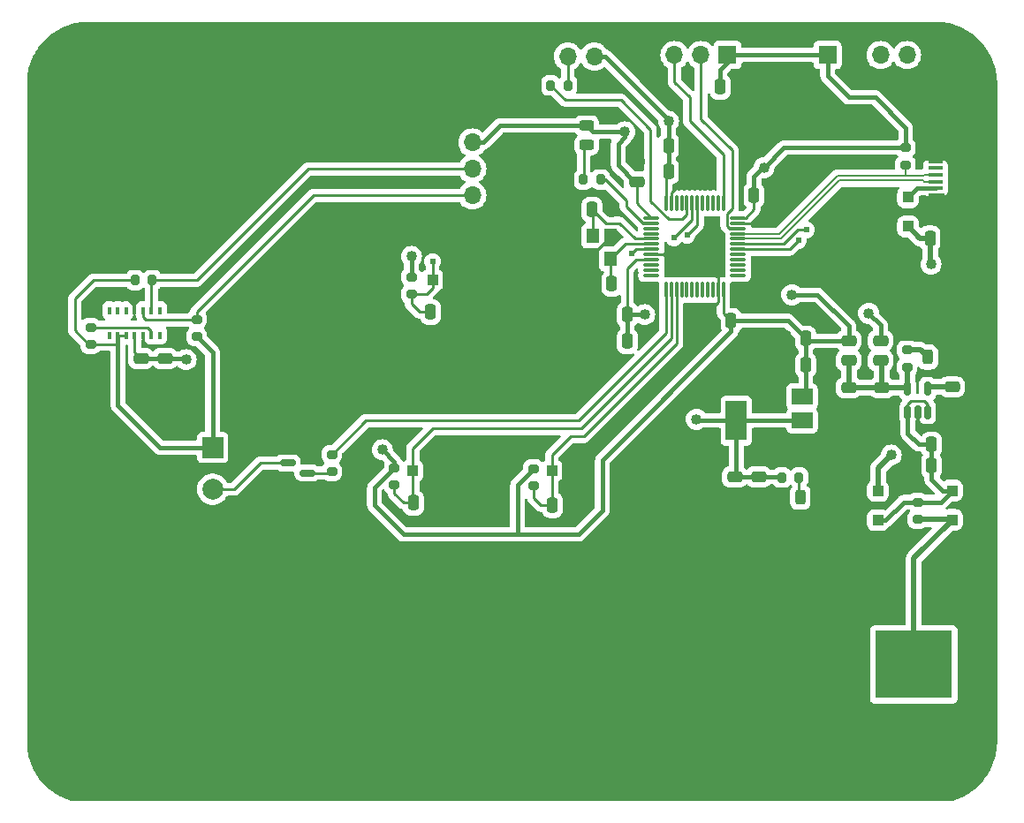
<source format=gbr>
%TF.GenerationSoftware,KiCad,Pcbnew,7.0.5*%
%TF.CreationDate,2024-07-05T18:30:48+07:00*%
%TF.ProjectId,project233,70726f6a-6563-4743-9233-332e6b696361,rev?*%
%TF.SameCoordinates,Original*%
%TF.FileFunction,Copper,L1,Top*%
%TF.FilePolarity,Positive*%
%FSLAX46Y46*%
G04 Gerber Fmt 4.6, Leading zero omitted, Abs format (unit mm)*
G04 Created by KiCad (PCBNEW 7.0.5) date 2024-07-05 18:30:48*
%MOMM*%
%LPD*%
G01*
G04 APERTURE LIST*
G04 Aperture macros list*
%AMRoundRect*
0 Rectangle with rounded corners*
0 $1 Rounding radius*
0 $2 $3 $4 $5 $6 $7 $8 $9 X,Y pos of 4 corners*
0 Add a 4 corners polygon primitive as box body*
4,1,4,$2,$3,$4,$5,$6,$7,$8,$9,$2,$3,0*
0 Add four circle primitives for the rounded corners*
1,1,$1+$1,$2,$3*
1,1,$1+$1,$4,$5*
1,1,$1+$1,$6,$7*
1,1,$1+$1,$8,$9*
0 Add four rect primitives between the rounded corners*
20,1,$1+$1,$2,$3,$4,$5,0*
20,1,$1+$1,$4,$5,$6,$7,0*
20,1,$1+$1,$6,$7,$8,$9,0*
20,1,$1+$1,$8,$9,$2,$3,0*%
G04 Aperture macros list end*
%TA.AperFunction,SMDPad,CuDef*%
%ADD10RoundRect,0.200000X0.200000X0.275000X-0.200000X0.275000X-0.200000X-0.275000X0.200000X-0.275000X0*%
%TD*%
%TA.AperFunction,SMDPad,CuDef*%
%ADD11RoundRect,0.250000X-0.250000X-0.475000X0.250000X-0.475000X0.250000X0.475000X-0.250000X0.475000X0*%
%TD*%
%TA.AperFunction,SMDPad,CuDef*%
%ADD12R,2.000000X1.500000*%
%TD*%
%TA.AperFunction,SMDPad,CuDef*%
%ADD13R,2.000000X3.800000*%
%TD*%
%TA.AperFunction,SMDPad,CuDef*%
%ADD14RoundRect,0.200000X-0.275000X0.200000X-0.275000X-0.200000X0.275000X-0.200000X0.275000X0.200000X0*%
%TD*%
%TA.AperFunction,SMDPad,CuDef*%
%ADD15RoundRect,0.250000X-0.300000X0.300000X-0.300000X-0.300000X0.300000X-0.300000X0.300000X0.300000X0*%
%TD*%
%TA.AperFunction,SMDPad,CuDef*%
%ADD16RoundRect,0.250000X0.250000X0.475000X-0.250000X0.475000X-0.250000X-0.475000X0.250000X-0.475000X0*%
%TD*%
%TA.AperFunction,SMDPad,CuDef*%
%ADD17RoundRect,0.250000X-0.475000X0.250000X-0.475000X-0.250000X0.475000X-0.250000X0.475000X0.250000X0*%
%TD*%
%TA.AperFunction,SMDPad,CuDef*%
%ADD18RoundRect,0.200000X-0.200000X-0.275000X0.200000X-0.275000X0.200000X0.275000X-0.200000X0.275000X0*%
%TD*%
%TA.AperFunction,SMDPad,CuDef*%
%ADD19RoundRect,0.075000X-0.662500X-0.075000X0.662500X-0.075000X0.662500X0.075000X-0.662500X0.075000X0*%
%TD*%
%TA.AperFunction,SMDPad,CuDef*%
%ADD20RoundRect,0.075000X-0.075000X-0.662500X0.075000X-0.662500X0.075000X0.662500X-0.075000X0.662500X0*%
%TD*%
%TA.AperFunction,SMDPad,CuDef*%
%ADD21R,1.200000X1.400000*%
%TD*%
%TA.AperFunction,SMDPad,CuDef*%
%ADD22RoundRect,0.243750X-0.243750X-0.456250X0.243750X-0.456250X0.243750X0.456250X-0.243750X0.456250X0*%
%TD*%
%TA.AperFunction,SMDPad,CuDef*%
%ADD23RoundRect,0.243750X0.243750X0.456250X-0.243750X0.456250X-0.243750X-0.456250X0.243750X-0.456250X0*%
%TD*%
%TA.AperFunction,SMDPad,CuDef*%
%ADD24R,1.000000X1.000000*%
%TD*%
%TA.AperFunction,ComponentPad*%
%ADD25R,1.700000X1.700000*%
%TD*%
%TA.AperFunction,ComponentPad*%
%ADD26O,1.700000X1.700000*%
%TD*%
%TA.AperFunction,SMDPad,CuDef*%
%ADD27RoundRect,0.200000X0.275000X-0.200000X0.275000X0.200000X-0.275000X0.200000X-0.275000X-0.200000X0*%
%TD*%
%TA.AperFunction,ComponentPad*%
%ADD28R,2.000000X2.000000*%
%TD*%
%TA.AperFunction,ComponentPad*%
%ADD29C,2.000000*%
%TD*%
%TA.AperFunction,SMDPad,CuDef*%
%ADD30RoundRect,0.250000X0.300000X-0.300000X0.300000X0.300000X-0.300000X0.300000X-0.300000X-0.300000X0*%
%TD*%
%TA.AperFunction,SMDPad,CuDef*%
%ADD31RoundRect,0.250000X0.475000X-0.250000X0.475000X0.250000X-0.475000X0.250000X-0.475000X-0.250000X0*%
%TD*%
%TA.AperFunction,SMDPad,CuDef*%
%ADD32R,7.400000X6.500000*%
%TD*%
%TA.AperFunction,SMDPad,CuDef*%
%ADD33R,0.355600X0.762000*%
%TD*%
%TA.AperFunction,SMDPad,CuDef*%
%ADD34RoundRect,0.243750X0.456250X-0.243750X0.456250X0.243750X-0.456250X0.243750X-0.456250X-0.243750X0*%
%TD*%
%TA.AperFunction,SMDPad,CuDef*%
%ADD35RoundRect,0.150000X0.587500X0.150000X-0.587500X0.150000X-0.587500X-0.150000X0.587500X-0.150000X0*%
%TD*%
%TA.AperFunction,SMDPad,CuDef*%
%ADD36RoundRect,0.150000X0.150000X-0.512500X0.150000X0.512500X-0.150000X0.512500X-0.150000X-0.512500X0*%
%TD*%
%TA.AperFunction,SMDPad,CuDef*%
%ADD37R,1.380000X0.450000*%
%TD*%
%TA.AperFunction,SMDPad,CuDef*%
%ADD38R,1.300000X1.650000*%
%TD*%
%TA.AperFunction,SMDPad,CuDef*%
%ADD39R,1.550000X1.425000*%
%TD*%
%TA.AperFunction,SMDPad,CuDef*%
%ADD40R,1.900000X1.800000*%
%TD*%
%TA.AperFunction,SMDPad,CuDef*%
%ADD41R,1.900000X1.000000*%
%TD*%
%TA.AperFunction,ViaPad*%
%ADD42C,1.016000*%
%TD*%
%TA.AperFunction,ViaPad*%
%ADD43C,0.609600*%
%TD*%
%TA.AperFunction,Conductor*%
%ADD44C,0.381000*%
%TD*%
%TA.AperFunction,Conductor*%
%ADD45C,0.254000*%
%TD*%
%TA.AperFunction,Conductor*%
%ADD46C,0.250000*%
%TD*%
%TA.AperFunction,Conductor*%
%ADD47C,0.200000*%
%TD*%
%TA.AperFunction,Conductor*%
%ADD48C,0.508000*%
%TD*%
G04 APERTURE END LIST*
D10*
%TO.P,R2,1*%
%TO.N,/MCU/DEBUG_LED*%
X167991500Y-90170000D03*
%TO.P,R2,2*%
%TO.N,Net-(D1-K)*%
X166341500Y-90170000D03*
%TD*%
D11*
%TO.P,C22,1*%
%TO.N,/MCU/BT_1*%
X150053000Y-121158000D03*
%TO.P,C22,2*%
%TO.N,GND*%
X151953000Y-121158000D03*
%TD*%
D12*
%TO.P,U4,1,GND*%
%TO.N,GND*%
X187300000Y-115584000D03*
%TO.P,U4,2,VO*%
%TO.N,+1V8*%
X187300000Y-113284000D03*
D13*
X181000000Y-113284000D03*
D12*
%TO.P,U4,3,VI*%
%TO.N,VCC*%
X187300000Y-110984000D03*
%TD*%
D14*
%TO.P,R13,1*%
%TO.N,VCC*%
X161565000Y-117903000D03*
%TO.P,R13,2*%
%TO.N,/MCU/BT_2*%
X161565000Y-119553000D03*
%TD*%
%TO.P,R8,1*%
%TO.N,Net-(U2-~{INT})*%
X119126000Y-104331000D03*
%TO.P,R8,2*%
%TO.N,VCC*%
X119126000Y-105981000D03*
%TD*%
D15*
%TO.P,D5,1,K*%
%TO.N,Net-(D5-K)*%
X201676000Y-120012000D03*
%TO.P,D5,2,A*%
%TO.N,Net-(D5-A)*%
X201676000Y-122812000D03*
%TD*%
D11*
%TO.P,C5,1*%
%TO.N,VCC*%
X182692000Y-91694000D03*
%TO.P,C5,2*%
%TO.N,GND*%
X184592000Y-91694000D03*
%TD*%
D16*
%TO.P,C10,1*%
%TO.N,VDDA*%
X170556000Y-103124000D03*
%TO.P,C10,2*%
%TO.N,GND*%
X168656000Y-103124000D03*
%TD*%
%TO.P,C6,1*%
%TO.N,/MCU/HSE_OUT*%
X169069500Y-100159000D03*
%TO.P,C6,2*%
%TO.N,GND*%
X167169500Y-100159000D03*
%TD*%
%TO.P,C27,1*%
%TO.N,VCC*%
X187640000Y-105410000D03*
%TO.P,C27,2*%
%TO.N,GND*%
X185740000Y-105410000D03*
%TD*%
D17*
%TO.P,FB1,1*%
%TO.N,VCC*%
X191770000Y-105614000D03*
%TO.P,FB1,2*%
%TO.N,Net-(U3-VOUT)*%
X191770000Y-107514000D03*
%TD*%
D18*
%TO.P,R5,1*%
%TO.N,+1V8*%
X185357000Y-118745000D03*
%TO.P,R5,2*%
%TO.N,Net-(D4-A)*%
X187007000Y-118745000D03*
%TD*%
D11*
%TO.P,C11,1*%
%TO.N,VCC*%
X179456000Y-81280000D03*
%TO.P,C11,2*%
%TO.N,GND*%
X181356000Y-81280000D03*
%TD*%
D17*
%TO.P,C15,1*%
%TO.N,Net-(U3-VOUT)*%
X191770000Y-110125001D03*
%TO.P,C15,2*%
%TO.N,GND*%
X191770000Y-112025001D03*
%TD*%
D11*
%TO.P,C12,1*%
%TO.N,Net-(D5-K)*%
X199710000Y-115570000D03*
%TO.P,C12,2*%
%TO.N,GND*%
X201610000Y-115570000D03*
%TD*%
D19*
%TO.P,U1,1,VBAT*%
%TO.N,VCC*%
X172847000Y-93853000D03*
%TO.P,U1,2,PC13*%
%TO.N,/MCU/DEBUG_LED*%
X172847000Y-94353000D03*
%TO.P,U1,3,PC14*%
%TO.N,unconnected-(U1-PC14-Pad3)*%
X172847000Y-94853000D03*
%TO.P,U1,4,PC15*%
%TO.N,unconnected-(U1-PC15-Pad4)*%
X172847000Y-95353000D03*
%TO.P,U1,5,PD0*%
%TO.N,/MCU/HSE_IN*%
X172847000Y-95853000D03*
%TO.P,U1,6,PD1*%
%TO.N,/MCU/HSE_OUT*%
X172847000Y-96353000D03*
%TO.P,U1,7,NRST*%
%TO.N,/MCU/NRST*%
X172847000Y-96853000D03*
%TO.P,U1,8,VSSA*%
%TO.N,GND*%
X172847000Y-97353000D03*
%TO.P,U1,9,VDDA*%
%TO.N,VDDA*%
X172847000Y-97853000D03*
%TO.P,U1,10,PA0*%
%TO.N,unconnected-(U1-PA0-Pad10)*%
X172847000Y-98353000D03*
%TO.P,U1,11,PA1*%
%TO.N,unconnected-(U1-PA1-Pad11)*%
X172847000Y-98853000D03*
%TO.P,U1,12,PA2*%
%TO.N,unconnected-(U1-PA2-Pad12)*%
X172847000Y-99353000D03*
D20*
%TO.P,U1,13,PA3*%
%TO.N,/MCU/BUZZER_EN*%
X174259500Y-100765500D03*
%TO.P,U1,14,PA4*%
%TO.N,/MCU/BT_1*%
X174759500Y-100765500D03*
%TO.P,U1,15,PA5*%
%TO.N,/MCU/BT_2*%
X175259500Y-100765500D03*
%TO.P,U1,16,PA6*%
%TO.N,unconnected-(U1-PA6-Pad16)*%
X175759500Y-100765500D03*
%TO.P,U1,17,PA7*%
%TO.N,unconnected-(U1-PA7-Pad17)*%
X176259500Y-100765500D03*
%TO.P,U1,18,PB0*%
%TO.N,unconnected-(U1-PB0-Pad18)*%
X176759500Y-100765500D03*
%TO.P,U1,19,PB1*%
%TO.N,unconnected-(U1-PB1-Pad19)*%
X177259500Y-100765500D03*
%TO.P,U1,20,PB2*%
%TO.N,unconnected-(U1-PB2-Pad20)*%
X177759500Y-100765500D03*
%TO.P,U1,21,PB10*%
%TO.N,unconnected-(U1-PB10-Pad21)*%
X178259500Y-100765500D03*
%TO.P,U1,22,PB11*%
%TO.N,unconnected-(U1-PB11-Pad22)*%
X178759500Y-100765500D03*
%TO.P,U1,23,VSS*%
%TO.N,GND*%
X179259500Y-100765500D03*
%TO.P,U1,24,VDD*%
%TO.N,VCC*%
X179759500Y-100765500D03*
D19*
%TO.P,U1,25,PB12*%
%TO.N,unconnected-(U1-PB12-Pad25)*%
X181172000Y-99353000D03*
%TO.P,U1,26,PB13*%
%TO.N,unconnected-(U1-PB13-Pad26)*%
X181172000Y-98853000D03*
%TO.P,U1,27,PB14*%
%TO.N,unconnected-(U1-PB14-Pad27)*%
X181172000Y-98353000D03*
%TO.P,U1,28,PB15*%
%TO.N,unconnected-(U1-PB15-Pad28)*%
X181172000Y-97853000D03*
%TO.P,U1,29,PA8*%
%TO.N,unconnected-(U1-PA8-Pad29)*%
X181172000Y-97353000D03*
%TO.P,U1,30,PA9*%
%TO.N,/MCU/RX*%
X181172000Y-96853000D03*
%TO.P,U1,31,PA10*%
%TO.N,/MCU/TX*%
X181172000Y-96353000D03*
%TO.P,U1,32,PA11*%
%TO.N,/MCU/USB-*%
X181172000Y-95853000D03*
%TO.P,U1,33,PA12*%
%TO.N,/MCU/USB+*%
X181172000Y-95353000D03*
%TO.P,U1,34,PA13*%
%TO.N,/MCU/SWDIO*%
X181172000Y-94853000D03*
%TO.P,U1,35,VSS*%
%TO.N,GND*%
X181172000Y-94353000D03*
%TO.P,U1,36,VDD*%
%TO.N,VCC*%
X181172000Y-93853000D03*
D20*
%TO.P,U1,37,PA14*%
%TO.N,/MCU/SWCLK*%
X179759500Y-92440500D03*
%TO.P,U1,38,PA15*%
%TO.N,unconnected-(U1-PA15-Pad38)*%
X179259500Y-92440500D03*
%TO.P,U1,39,PB3*%
%TO.N,unconnected-(U1-PB3-Pad39)*%
X178759500Y-92440500D03*
%TO.P,U1,40,PB4*%
%TO.N,unconnected-(U1-PB4-Pad40)*%
X178259500Y-92440500D03*
%TO.P,U1,41,PB5*%
%TO.N,unconnected-(U1-PB5-Pad41)*%
X177759500Y-92440500D03*
%TO.P,U1,42,PB6*%
%TO.N,SCL*%
X177259500Y-92440500D03*
%TO.P,U1,43,PB7*%
%TO.N,SDA*%
X176759500Y-92440500D03*
%TO.P,U1,44,BOOT0*%
%TO.N,/MCU/BOOT0*%
X176259500Y-92440500D03*
%TO.P,U1,45,PB8*%
%TO.N,unconnected-(U1-PB8-Pad45)*%
X175759500Y-92440500D03*
%TO.P,U1,46,PB9*%
%TO.N,unconnected-(U1-PB9-Pad46)*%
X175259500Y-92440500D03*
%TO.P,U1,47,VSS*%
%TO.N,GND*%
X174759500Y-92440500D03*
%TO.P,U1,48,VDD*%
%TO.N,VCC*%
X174259500Y-92440500D03*
%TD*%
D18*
%TO.P,R6,1*%
%TO.N,VCC*%
X123381000Y-99822000D03*
%TO.P,R6,2*%
%TO.N,SCL*%
X125031000Y-99822000D03*
%TD*%
D11*
%TO.P,C3,1*%
%TO.N,/MCU/NRST*%
X151704000Y-102870000D03*
%TO.P,C3,2*%
%TO.N,GND*%
X153604000Y-102870000D03*
%TD*%
D16*
%TO.P,C16,1*%
%TO.N,VCC*%
X187640000Y-107950000D03*
%TO.P,C16,2*%
%TO.N,GND*%
X185740000Y-107950000D03*
%TD*%
D21*
%TO.P,HSE1,1,1*%
%TO.N,/MCU/HSE_IN*%
X167269500Y-95567000D03*
%TO.P,HSE1,2,2*%
%TO.N,GND*%
X167269500Y-97767000D03*
%TO.P,HSE1,3,3*%
%TO.N,/MCU/HSE_OUT*%
X168969500Y-97767000D03*
%TO.P,HSE1,4,4*%
%TO.N,GND*%
X168969500Y-95567000D03*
%TD*%
D22*
%TO.P,D4,1,K*%
%TO.N,GND*%
X185244500Y-120650000D03*
%TO.P,D4,2,A*%
%TO.N,Net-(D4-A)*%
X187119500Y-120650000D03*
%TD*%
D23*
%TO.P,D3,1,K*%
%TO.N,GND*%
X201216500Y-107199000D03*
%TO.P,D3,2,A*%
%TO.N,Net-(D3-A)*%
X199341500Y-107199000D03*
%TD*%
D17*
%TO.P,C13,1*%
%TO.N,Net-(U3-BP)*%
X201676000Y-110059000D03*
%TO.P,C13,2*%
%TO.N,GND*%
X201676000Y-111959000D03*
%TD*%
D11*
%TO.P,C1,1*%
%TO.N,VCC*%
X174498000Y-86944000D03*
%TO.P,C1,2*%
%TO.N,GND*%
X176398000Y-86944000D03*
%TD*%
D24*
%TO.P,SW3,1,1*%
%TO.N,/MCU/BT_2*%
X163322000Y-118110000D03*
%TO.P,SW3,2,2*%
%TO.N,GND*%
X170942000Y-118110000D03*
%TD*%
D11*
%TO.P,C23,1*%
%TO.N,/MCU/BT_2*%
X163388000Y-121395000D03*
%TO.P,C23,2*%
%TO.N,GND*%
X165288000Y-121395000D03*
%TD*%
D16*
%TO.P,C8,1*%
%TO.N,VCC*%
X180499500Y-103715000D03*
%TO.P,C8,2*%
%TO.N,GND*%
X178599500Y-103715000D03*
%TD*%
D17*
%TO.P,FB2,1*%
%TO.N,VDDA*%
X194818000Y-105614000D03*
%TO.P,FB2,2*%
%TO.N,Net-(U3-VOUT)*%
X194818000Y-107514000D03*
%TD*%
D25*
%TO.P,J2,1,Pin_1*%
%TO.N,VCC*%
X180152000Y-78232000D03*
D26*
%TO.P,J2,2,Pin_2*%
%TO.N,/MCU/SWDIO*%
X177612000Y-78232000D03*
%TO.P,J2,3,Pin_3*%
%TO.N,/MCU/SWCLK*%
X175072000Y-78232000D03*
%TO.P,J2,4,Pin_4*%
%TO.N,GND*%
X172532000Y-78232000D03*
%TD*%
D11*
%TO.P,C21,1*%
%TO.N,+5V*%
X199560998Y-95810499D03*
%TO.P,C21,2*%
%TO.N,GND*%
X201460998Y-95810499D03*
%TD*%
D27*
%TO.P,R7,1*%
%TO.N,VCC*%
X129286000Y-105219000D03*
%TO.P,R7,2*%
%TO.N,SDA*%
X129286000Y-103569000D03*
%TD*%
D17*
%TO.P,C17,1*%
%TO.N,+1V8*%
X183133999Y-118684000D03*
%TO.P,C17,2*%
%TO.N,GND*%
X183133999Y-120584000D03*
%TD*%
%TO.P,C18,1*%
%TO.N,+1V8*%
X180848000Y-118684000D03*
%TO.P,C18,2*%
%TO.N,GND*%
X180848000Y-120584000D03*
%TD*%
D14*
%TO.P,R3,1*%
%TO.N,VCC*%
X197208998Y-87111500D03*
%TO.P,R3,2*%
%TO.N,/MCU/USB+*%
X197208998Y-88761500D03*
%TD*%
D27*
%TO.P,R4,1*%
%TO.N,Net-(U3-VOUT)*%
X197358000Y-108151000D03*
%TO.P,R4,2*%
%TO.N,Net-(D3-A)*%
X197358000Y-106501000D03*
%TD*%
D11*
%TO.P,C28,1*%
%TO.N,Net-(D5-K)*%
X199710000Y-117613000D03*
%TO.P,C28,2*%
%TO.N,GND*%
X201610000Y-117613000D03*
%TD*%
%TO.P,C2,1*%
%TO.N,VCC*%
X174498000Y-89408000D03*
%TO.P,C2,2*%
%TO.N,GND*%
X176398000Y-89408000D03*
%TD*%
D28*
%TO.P,BZ1,1,-*%
%TO.N,VCC*%
X130810000Y-115856000D03*
D29*
%TO.P,BZ1,2,+*%
%TO.N,Net-(BZ1-+)*%
X130810000Y-119856000D03*
%TD*%
D10*
%TO.P,R11,1*%
%TO.N,Net-(J4-Pin_2)*%
X164848000Y-81153000D03*
%TO.P,R11,2*%
%TO.N,/MCU/BOOT0*%
X163198000Y-81153000D03*
%TD*%
D30*
%TO.P,D2,1,K*%
%TO.N,+5V*%
X197462999Y-94670500D03*
%TO.P,D2,2,A*%
%TO.N,Net-(D2-A)*%
X197462999Y-91870500D03*
%TD*%
D27*
%TO.P,R10,1*%
%TO.N,Net-(Q1-B)*%
X142240000Y-118173000D03*
%TO.P,R10,2*%
%TO.N,/MCU/BUZZER_EN*%
X142240000Y-116523000D03*
%TD*%
D24*
%TO.P,SW2,1,1*%
%TO.N,/MCU/BT_1*%
X149987000Y-118110000D03*
%TO.P,SW2,2,2*%
%TO.N,GND*%
X157607000Y-118110000D03*
%TD*%
D25*
%TO.P,J4,1,Pin_1*%
%TO.N,GND*%
X162309000Y-78360001D03*
D26*
%TO.P,J4,2,Pin_2*%
%TO.N,Net-(J4-Pin_2)*%
X164849000Y-78360001D03*
%TO.P,J4,3,Pin_3*%
%TO.N,VCC*%
X167389000Y-78360001D03*
%TD*%
D31*
%TO.P,C7,1*%
%TO.N,VCC*%
X171450000Y-90358000D03*
%TO.P,C7,2*%
%TO.N,GND*%
X171450000Y-88458000D03*
%TD*%
D16*
%TO.P,C9,1*%
%TO.N,VDDA*%
X170556000Y-105664000D03*
%TO.P,C9,2*%
%TO.N,GND*%
X168656000Y-105664000D03*
%TD*%
D17*
%TO.P,C19,1*%
%TO.N,+1V8*%
X126238000Y-107320000D03*
%TO.P,C19,2*%
%TO.N,GND*%
X126238000Y-109220000D03*
%TD*%
D32*
%TO.P,U5,1,+*%
%TO.N,Net-(D5-A)*%
X198004000Y-136652000D03*
%TO.P,U5,2,-*%
%TO.N,GND*%
X120004000Y-136652000D03*
%TD*%
D25*
%TO.P,J3,1,Pin_1*%
%TO.N,VCC*%
X189738000Y-78232000D03*
D26*
%TO.P,J3,2,Pin_2*%
%TO.N,GND*%
X192278000Y-78232000D03*
%TO.P,J3,3,Pin_3*%
%TO.N,/MCU/RX*%
X194818000Y-78232000D03*
%TO.P,J3,4,Pin_4*%
%TO.N,/MCU/TX*%
X197358000Y-78232000D03*
%TD*%
D33*
%TO.P,U2,1*%
%TO.N,N/C*%
X125741222Y-102720373D03*
%TO.P,U2,2,SCL*%
%TO.N,SCL*%
X124941221Y-102720373D03*
%TO.P,U2,3,SDA*%
%TO.N,SDA*%
X124141223Y-102720373D03*
%TO.P,U2,4,PGND*%
%TO.N,GND*%
X123341222Y-102720373D03*
%TO.P,U2,5,R_DRV*%
%TO.N,unconnected-(U2-R_DRV-Pad5)*%
X122541224Y-102720373D03*
%TO.P,U2,6,IR_DRV*%
%TO.N,unconnected-(U2-IR_DRV-Pad6)*%
X121741223Y-102720373D03*
%TO.P,U2,7*%
%TO.N,N/C*%
X120941222Y-102720373D03*
%TO.P,U2,8*%
X120941222Y-105107973D03*
%TO.P,U2,9,VLED+*%
%TO.N,VCC*%
X121741223Y-105107973D03*
%TO.P,U2,10,VLED+*%
X122541221Y-105107973D03*
%TO.P,U2,11,VDD*%
%TO.N,+1V8*%
X123341222Y-105107973D03*
%TO.P,U2,12,GND*%
%TO.N,GND*%
X124141220Y-105107973D03*
%TO.P,U2,13,~{INT}*%
%TO.N,Net-(U2-~{INT})*%
X124941221Y-105107973D03*
%TO.P,U2,14*%
%TO.N,N/C*%
X125741222Y-105107973D03*
%TD*%
D25*
%TO.P,J5,1,Pin_1*%
%TO.N,GND*%
X155702000Y-84074000D03*
D26*
%TO.P,J5,2,Pin_2*%
%TO.N,VCC*%
X155702000Y-86614000D03*
%TO.P,J5,3,Pin_3*%
%TO.N,SCL*%
X155702000Y-89154000D03*
%TO.P,J5,4,Pin_4*%
%TO.N,SDA*%
X155702000Y-91694000D03*
%TD*%
D34*
%TO.P,D1,1,K*%
%TO.N,Net-(D1-K)*%
X166658500Y-86872500D03*
%TO.P,D1,2,A*%
%TO.N,VCC*%
X166658500Y-84997500D03*
%TD*%
D14*
%TO.P,R9,1*%
%TO.N,Net-(D5-K)*%
X198374000Y-121095000D03*
%TO.P,R9,2*%
%TO.N,Net-(D5-A)*%
X198374000Y-122745000D03*
%TD*%
D24*
%TO.P,SW1,1,1*%
%TO.N,/MCU/NRST*%
X151892000Y-99822000D03*
%TO.P,SW1,2,2*%
%TO.N,GND*%
X159512000Y-99822000D03*
%TD*%
D14*
%TO.P,R12,1*%
%TO.N,VCC*%
X148209000Y-117793000D03*
%TO.P,R12,2*%
%TO.N,/MCU/BT_1*%
X148209000Y-119443000D03*
%TD*%
D35*
%TO.P,Q1,1,B*%
%TO.N,Net-(Q1-B)*%
X139875500Y-118298000D03*
%TO.P,Q1,2,E*%
%TO.N,GND*%
X139875500Y-116398000D03*
%TO.P,Q1,3,C*%
%TO.N,Net-(BZ1-+)*%
X138000500Y-117348000D03*
%TD*%
D17*
%TO.P,C20,1*%
%TO.N,+1V8*%
X123952002Y-107319999D03*
%TO.P,C20,2*%
%TO.N,GND*%
X123952002Y-109219999D03*
%TD*%
D11*
%TO.P,C4,1*%
%TO.N,/MCU/HSE_IN*%
X167169500Y-93047000D03*
%TO.P,C4,2*%
%TO.N,GND*%
X169069500Y-93047000D03*
%TD*%
D36*
%TO.P,U3,1,VIN*%
%TO.N,Net-(D5-K)*%
X197424000Y-112522000D03*
%TO.P,U3,2,GND*%
%TO.N,GND*%
X198374000Y-112522000D03*
%TO.P,U3,3,EN*%
%TO.N,Net-(D5-K)*%
X199324000Y-112522000D03*
%TO.P,U3,4,BP*%
%TO.N,Net-(U3-BP)*%
X199324000Y-110247000D03*
%TO.P,U3,5,VOUT*%
%TO.N,Net-(U3-VOUT)*%
X197424000Y-110247000D03*
%TD*%
D17*
%TO.P,C14,1*%
%TO.N,Net-(U3-VOUT)*%
X194945000Y-110120000D03*
%TO.P,C14,2*%
%TO.N,GND*%
X194945000Y-112020000D03*
%TD*%
D27*
%TO.P,R1,1*%
%TO.N,/MCU/NRST*%
X149860000Y-101155000D03*
%TO.P,R1,2*%
%TO.N,VCC*%
X149860000Y-99505000D03*
%TD*%
D30*
%TO.P,D6,1,K*%
%TO.N,Net-(D5-K)*%
X194564000Y-122823000D03*
%TO.P,D6,2,A*%
%TO.N,+5V*%
X194564000Y-120023000D03*
%TD*%
D37*
%TO.P,J1,1,VBUS*%
%TO.N,Net-(D2-A)*%
X200067000Y-91014500D03*
%TO.P,J1,2,D-*%
%TO.N,/MCU/USB-*%
X200067000Y-90364500D03*
%TO.P,J1,3,D+*%
%TO.N,/MCU/USB+*%
X200067000Y-89714500D03*
%TO.P,J1,4,ID*%
%TO.N,unconnected-(J1-ID-Pad4)*%
X200067000Y-89064500D03*
%TO.P,J1,5,GND*%
%TO.N,GND*%
X200067000Y-88414500D03*
D38*
%TO.P,J1,6,Shield*%
X202727000Y-93089500D03*
D39*
X200152000Y-92202000D03*
D40*
X202727000Y-90864500D03*
D41*
X202727000Y-88164500D03*
D39*
X200152000Y-87227000D03*
D38*
X202727000Y-86339500D03*
%TD*%
D42*
%TO.N,GND*%
X168402000Y-88011000D03*
X193167000Y-84582000D03*
X115062000Y-136652000D03*
X120015000Y-140970000D03*
X147574000Y-93853000D03*
X189611000Y-107696000D03*
X189484000Y-104140000D03*
X182626000Y-101092000D03*
X151892000Y-93853000D03*
X161417000Y-93853000D03*
X161417000Y-86868000D03*
%TO.N,VCC*%
X186309000Y-101219000D03*
X149860000Y-97536000D03*
X174498000Y-84582000D03*
X183642000Y-89027000D03*
X147066000Y-116078000D03*
X170307000Y-85598000D03*
%TO.N,GND*%
X193294000Y-113792000D03*
X187325000Y-98679000D03*
X127254000Y-101092000D03*
X181356000Y-83312000D03*
X157607000Y-116459000D03*
X200152000Y-84582000D03*
X184023000Y-105410000D03*
X203454000Y-117602000D03*
X200152000Y-93980000D03*
X203073000Y-107188000D03*
X120015000Y-131953000D03*
X127508000Y-105410000D03*
X157607000Y-119761000D03*
X137414000Y-121158000D03*
X197866000Y-103505000D03*
X124968000Y-136652000D03*
X195453000Y-93218000D03*
X186309000Y-91694000D03*
X176403000Y-80391000D03*
X161290000Y-99822000D03*
X165354000Y-119253000D03*
X175895000Y-97409000D03*
X178308000Y-98298000D03*
X121158000Y-101092000D03*
X170180000Y-77978000D03*
X197358000Y-118745000D03*
X153924000Y-121158000D03*
X128016000Y-109220000D03*
X184912000Y-115570000D03*
X177927000Y-122428000D03*
X167894000Y-80772000D03*
X172339000Y-100838000D03*
X178562000Y-90424000D03*
X193294000Y-80391000D03*
X203200000Y-113411000D03*
X189865000Y-112014000D03*
X160147000Y-78359000D03*
X176657000Y-104521000D03*
X153670000Y-104775000D03*
X170942000Y-119761000D03*
X184023000Y-107950000D03*
D43*
%TO.N,/MCU/NRST*%
X151892000Y-98044000D03*
X170942000Y-97282000D03*
D42*
%TO.N,VDDA*%
X193675000Y-102997000D03*
X172212000Y-103124000D03*
%TO.N,+1V8*%
X128270000Y-107442000D03*
X177165000Y-113157000D03*
%TO.N,+5V*%
X199644000Y-98298000D03*
X195834000Y-116586000D03*
D43*
%TO.N,/MCU/RX*%
X186944000Y-96012000D03*
%TO.N,/MCU/TX*%
X187706000Y-94996000D03*
%TO.N,SCL*%
X176276000Y-95504000D03*
%TO.N,SDA*%
X175006000Y-95758000D03*
%TD*%
D44*
%TO.N,VCC*%
X182692000Y-89850000D02*
X182692000Y-91694000D01*
X183642000Y-89027000D02*
X183515000Y-89027000D01*
X183515000Y-89027000D02*
X182692000Y-89850000D01*
D45*
%TO.N,/MCU/HSE_OUT*%
X170383500Y-96353000D02*
X172847000Y-96353000D01*
X168969500Y-97767000D02*
X170383500Y-96353000D01*
%TO.N,/MCU/HSE_IN*%
X168483500Y-94361000D02*
X169799000Y-94361000D01*
X167169500Y-93047000D02*
X168483500Y-94361000D01*
X169799000Y-94361000D02*
X171291000Y-95853000D01*
X171291000Y-95853000D02*
X172847000Y-95853000D01*
D46*
%TO.N,GND*%
X168656000Y-105664000D02*
X168656000Y-103124000D01*
D45*
%TO.N,/MCU/DEBUG_LED*%
X170434000Y-92202000D02*
X168402000Y-90170000D01*
X168402000Y-90170000D02*
X167991500Y-90170000D01*
X170434000Y-92746014D02*
X170434000Y-92202000D01*
X172040986Y-94353000D02*
X170434000Y-92746014D01*
X172847000Y-94353000D02*
X172040986Y-94353000D01*
%TO.N,Net-(D1-K)*%
X166370000Y-87161000D02*
X166370000Y-90141500D01*
X166370000Y-90141500D02*
X166341500Y-90170000D01*
X166658500Y-86872500D02*
X166370000Y-87161000D01*
D44*
%TO.N,VCC*%
X171257000Y-90358000D02*
X171450000Y-90358000D01*
X169672000Y-88773000D02*
X171257000Y-90358000D01*
X169672000Y-86741000D02*
X169672000Y-88773000D01*
X170307000Y-86106000D02*
X169672000Y-86741000D01*
X170307000Y-85598000D02*
X170307000Y-86106000D01*
D46*
X171450000Y-92456000D02*
X171450000Y-90358000D01*
X172847000Y-93853000D02*
X171450000Y-92456000D01*
D44*
X167259000Y-85598000D02*
X166658500Y-84997500D01*
X170307000Y-85598000D02*
X167259000Y-85598000D01*
D46*
X182692000Y-93025000D02*
X182692000Y-91694000D01*
X181864000Y-93853000D02*
X182692000Y-93025000D01*
X181172000Y-93853000D02*
X181864000Y-93853000D01*
D45*
%TO.N,GND*%
X184658000Y-91760000D02*
X184592000Y-91694000D01*
X184658000Y-92964000D02*
X184658000Y-91760000D01*
X183269000Y-94353000D02*
X184658000Y-92964000D01*
X181172000Y-94353000D02*
X183269000Y-94353000D01*
D44*
%TO.N,VCC*%
X185557500Y-87111500D02*
X197208998Y-87111500D01*
X183642000Y-89027000D02*
X185557500Y-87111500D01*
D47*
%TO.N,/MCU/USB+*%
X197208998Y-89709502D02*
X197104000Y-89814500D01*
X197104000Y-89814500D02*
X198931999Y-89814500D01*
X190664300Y-89814500D02*
X197104000Y-89814500D01*
X197208998Y-88761500D02*
X197208998Y-89709502D01*
%TO.N,/MCU/USB-*%
X198931999Y-90264500D02*
X199031999Y-90364500D01*
X199031999Y-90364500D02*
X200067000Y-90364500D01*
%TO.N,/MCU/USB+*%
X199031999Y-89714500D02*
X200067000Y-89714500D01*
%TO.N,/MCU/USB-*%
X190850700Y-90264500D02*
X198931999Y-90264500D01*
%TO.N,/MCU/USB+*%
X198931999Y-89814500D02*
X199031999Y-89714500D01*
%TO.N,/MCU/USB-*%
X185287200Y-95828000D02*
X190850700Y-90264500D01*
%TO.N,/MCU/USB+*%
X185100800Y-95378000D02*
X190664300Y-89814500D01*
%TO.N,/MCU/USB-*%
X181172000Y-95853000D02*
X182278251Y-95853000D01*
%TO.N,/MCU/USB+*%
X182278251Y-95353000D02*
X182303251Y-95378000D01*
X182303251Y-95378000D02*
X185100800Y-95378000D01*
%TO.N,/MCU/USB-*%
X182278251Y-95853000D02*
X182303251Y-95828000D01*
%TO.N,/MCU/USB+*%
X181172000Y-95353000D02*
X182278251Y-95353000D01*
%TO.N,/MCU/USB-*%
X182303251Y-95828000D02*
X185287200Y-95828000D01*
D45*
%TO.N,GND*%
X179771000Y-120584000D02*
X183133999Y-120584000D01*
X177927000Y-122428000D02*
X179771000Y-120584000D01*
D44*
%TO.N,VDDA*%
X194818000Y-104140000D02*
X194818000Y-105614000D01*
X193675000Y-102997000D02*
X194818000Y-104140000D01*
D46*
%TO.N,GND*%
X120004000Y-131964000D02*
X120015000Y-131953000D01*
X120004000Y-136652000D02*
X120004000Y-131964000D01*
X124968000Y-136652000D02*
X120004000Y-136652000D01*
X120004000Y-140959000D02*
X120004000Y-136652000D01*
X120015000Y-140970000D02*
X120004000Y-140959000D01*
X115062000Y-136652000D02*
X120004000Y-136652000D01*
X147574000Y-93853000D02*
X151892000Y-93853000D01*
D45*
%TO.N,/MCU/SWCLK*%
X175072000Y-80838000D02*
X175072000Y-78232000D01*
X176530000Y-82296000D02*
X175072000Y-80838000D01*
X176530000Y-84582000D02*
X176530000Y-82296000D01*
X179759500Y-87811500D02*
X176530000Y-84582000D01*
X179759500Y-92440500D02*
X179759500Y-87811500D01*
%TO.N,GND*%
X175839000Y-97353000D02*
X172847000Y-97353000D01*
X175895000Y-97409000D02*
X175839000Y-97353000D01*
X153604000Y-102870000D02*
X153604000Y-104709000D01*
X153604000Y-104709000D02*
X153670000Y-104775000D01*
D44*
%TO.N,VCC*%
X187640000Y-105410000D02*
X187640000Y-107950000D01*
D45*
X118935000Y-105981000D02*
X117602000Y-104648000D01*
D44*
X191770000Y-82296000D02*
X189738000Y-80264000D01*
X160020000Y-124206000D02*
X160020000Y-119448000D01*
X191770000Y-104194500D02*
X191770000Y-105614000D01*
X197208998Y-85194998D02*
X194310000Y-82296000D01*
D45*
X174259500Y-89646500D02*
X174498000Y-89408000D01*
D44*
X165862000Y-124206000D02*
X160274000Y-124206000D01*
X187640000Y-105410000D02*
X185945000Y-103715000D01*
X121741223Y-105107973D02*
X121741223Y-111835223D01*
X166658500Y-84997500D02*
X158334500Y-84997500D01*
D45*
X179759500Y-102975000D02*
X180499500Y-103715000D01*
D44*
X146304000Y-119698000D02*
X148209000Y-117793000D01*
X180499500Y-103715000D02*
X180499500Y-104488500D01*
X121741223Y-111835223D02*
X125762000Y-115856000D01*
X149860000Y-99505000D02*
X149860000Y-97536000D01*
X130810000Y-106743000D02*
X130810000Y-115856000D01*
D45*
X119126000Y-105981000D02*
X118935000Y-105981000D01*
D44*
X129286000Y-105219000D02*
X130810000Y-106743000D01*
D45*
X174259500Y-92440500D02*
X174259500Y-89646500D01*
X117602000Y-104648000D02*
X117602000Y-101600000D01*
D44*
X149098000Y-124206000D02*
X146304000Y-121412000D01*
X191770000Y-105614000D02*
X187844000Y-105614000D01*
D45*
X121741223Y-105742973D02*
X121503196Y-105981000D01*
D44*
X179456000Y-79624000D02*
X179456000Y-81280000D01*
X148209000Y-117793000D02*
X148209000Y-117221000D01*
X185945000Y-103715000D02*
X180499500Y-103715000D01*
X146304000Y-121412000D02*
X146304000Y-119698000D01*
D45*
X122541221Y-105107973D02*
X121741223Y-105107973D01*
D44*
X160274000Y-124206000D02*
X149098000Y-124206000D01*
D45*
X179759500Y-100765500D02*
X179759500Y-102975000D01*
D44*
X125762000Y-115856000D02*
X130810000Y-115856000D01*
X180152000Y-78232000D02*
X180152000Y-78928000D01*
D45*
X121503196Y-105981000D02*
X119126000Y-105981000D01*
D44*
X197208998Y-87111500D02*
X197208998Y-85194998D01*
X180152000Y-78928000D02*
X179456000Y-79624000D01*
D45*
X121741223Y-105107973D02*
X121741223Y-105742973D01*
D44*
X187640000Y-110644000D02*
X187300000Y-110984000D01*
X160020000Y-119448000D02*
X161565000Y-117903000D01*
X156718000Y-86614000D02*
X155702000Y-86614000D01*
X194310000Y-82296000D02*
X191770000Y-82296000D01*
X168148000Y-121920000D02*
X165862000Y-124206000D01*
D45*
X117602000Y-101600000D02*
X119380000Y-99822000D01*
D44*
X168403001Y-78360001D02*
X167389000Y-78360001D01*
X180499500Y-104742500D02*
X168148000Y-117094000D01*
X160274000Y-124206000D02*
X160020000Y-124206000D01*
X180499500Y-104488500D02*
X180499500Y-104742500D01*
X188794500Y-101219000D02*
X191770000Y-104194500D01*
X187844000Y-105614000D02*
X187640000Y-105410000D01*
X174498000Y-86944000D02*
X174498000Y-84582000D01*
X174498000Y-89408000D02*
X174498000Y-86944000D01*
X186309000Y-101219000D02*
X188794500Y-101219000D01*
X189738000Y-78232000D02*
X180152000Y-78232000D01*
D45*
X119380000Y-99822000D02*
X123381000Y-99822000D01*
D44*
X187640000Y-107950000D02*
X187640000Y-110644000D01*
X148209000Y-117221000D02*
X147066000Y-116078000D01*
X189738000Y-80264000D02*
X189738000Y-78232000D01*
X158334500Y-84997500D02*
X156718000Y-86614000D01*
X168148000Y-117094000D02*
X168148000Y-121920000D01*
X174498000Y-84455000D02*
X168403001Y-78360001D01*
D45*
%TO.N,Net-(BZ1-+)*%
X135382000Y-117348000D02*
X132874000Y-119856000D01*
X138000500Y-117348000D02*
X135382000Y-117348000D01*
X132874000Y-119856000D02*
X130810000Y-119856000D01*
%TO.N,GND*%
X200152000Y-84582000D02*
X200406000Y-84328000D01*
X203454000Y-113665000D02*
X203200000Y-113411000D01*
X189865000Y-112014000D02*
X191758999Y-112014000D01*
X202727000Y-90864500D02*
X202727000Y-88164500D01*
X176398000Y-86944000D02*
X177241000Y-86944000D01*
X202727000Y-94544497D02*
X202727000Y-93089500D01*
X198628000Y-113665000D02*
X202946000Y-113665000D01*
X162307999Y-78359000D02*
X162309000Y-78360001D01*
X179259500Y-100765500D02*
X179259500Y-101918500D01*
X202727000Y-93089500D02*
X202727000Y-90864500D01*
X192278000Y-79502000D02*
X193167000Y-80391000D01*
X174759500Y-92440500D02*
X174759500Y-91432500D01*
X157607000Y-116459000D02*
X157607000Y-118110000D01*
X185178500Y-120584000D02*
X185244500Y-120650000D01*
X193294000Y-113792000D02*
X192532000Y-113792000D01*
X128016000Y-109220000D02*
X126238000Y-109220000D01*
X201460998Y-95810499D02*
X202727000Y-94544497D01*
X202946000Y-113665000D02*
X203200000Y-113411000D01*
X168969500Y-95567000D02*
X168969500Y-95667000D01*
X126237999Y-109219999D02*
X126238000Y-109220000D01*
X174759500Y-91432500D02*
X176398000Y-89794000D01*
X177546000Y-89408000D02*
X178562000Y-90424000D01*
X200406000Y-84328000D02*
X202438000Y-84328000D01*
X167269500Y-100059000D02*
X167169500Y-100159000D01*
X201216500Y-107199000D02*
X203062000Y-107199000D01*
X167269500Y-97367000D02*
X167269500Y-97767000D01*
X201731000Y-112014000D02*
X201676000Y-111959000D01*
X167269500Y-97767000D02*
X167269500Y-100059000D01*
X199390000Y-93218000D02*
X200152000Y-93980000D01*
X197866000Y-103505000D02*
X200533000Y-103505000D01*
X178562000Y-88265000D02*
X178562000Y-90424000D01*
X203454000Y-117602000D02*
X203454000Y-113665000D01*
X157607000Y-118110000D02*
X157607000Y-119761000D01*
X201041000Y-93980000D02*
X201460998Y-94399998D01*
X157607000Y-119761000D02*
X156210000Y-121158000D01*
X201610000Y-117613000D02*
X203443000Y-117613000D01*
X184023000Y-105410000D02*
X185740000Y-105410000D01*
X177241000Y-86944000D02*
X178562000Y-88265000D01*
X193167000Y-80391000D02*
X193294000Y-80391000D01*
X203200000Y-112014000D02*
X201731000Y-112014000D01*
X179259500Y-99249500D02*
X179259500Y-100765500D01*
X201610000Y-112025000D02*
X201676000Y-111959000D01*
X176657000Y-104521000D02*
X177793500Y-104521000D01*
X160147000Y-78359000D02*
X162307999Y-78359000D01*
X197866000Y-103505000D02*
X201549000Y-103505000D01*
X187286000Y-115570000D02*
X187300000Y-115584000D01*
X192532000Y-113792000D02*
X191770000Y-113030000D01*
X201610000Y-115570000D02*
X201610000Y-112025000D01*
X183133999Y-120584000D02*
X180848000Y-120584000D01*
X124570247Y-106172000D02*
X126746000Y-106172000D01*
X198374000Y-112522000D02*
X198374000Y-113411000D01*
X170180000Y-77978000D02*
X172278000Y-77978000D01*
X184023000Y-105410000D02*
X184023000Y-107950000D01*
X124141220Y-105742973D02*
X124570247Y-106172000D01*
X178689000Y-102489000D02*
X178689000Y-103625500D01*
X124141220Y-105107973D02*
X124141220Y-105742973D01*
X200152000Y-93980000D02*
X200152000Y-92202000D01*
X202727000Y-84617000D02*
X202727000Y-86339500D01*
X202727000Y-88164500D02*
X202727000Y-86339500D01*
X122125651Y-101092000D02*
X123341222Y-102307571D01*
X167169500Y-100517250D02*
X168656000Y-102003750D01*
X203073000Y-105029000D02*
X203073000Y-107188000D01*
X200533000Y-103505000D02*
X201460998Y-102577002D01*
X168656000Y-102003750D02*
X168656000Y-103124000D01*
X202438000Y-84328000D02*
X202727000Y-84617000D01*
X168969500Y-95667000D02*
X167269500Y-97367000D01*
X126746000Y-106172000D02*
X127508000Y-105410000D01*
X191770000Y-113030000D02*
X191770000Y-112025001D01*
X123341222Y-102307571D02*
X123341222Y-102720373D01*
X179259500Y-101918500D02*
X178689000Y-102489000D01*
X203062000Y-107199000D02*
X203073000Y-107188000D01*
X172278000Y-77978000D02*
X172532000Y-78232000D01*
X200152000Y-87227000D02*
X200152000Y-84582000D01*
X200152000Y-93980000D02*
X201041000Y-93980000D01*
X201549000Y-103505000D02*
X203073000Y-105029000D01*
X203200000Y-113411000D02*
X203200000Y-112014000D01*
X177793500Y-104521000D02*
X178599500Y-103715000D01*
X176398000Y-89408000D02*
X176398000Y-86944000D01*
X194945000Y-113157000D02*
X194945000Y-112020000D01*
X201460998Y-102577002D02*
X201460998Y-95810499D01*
X193294000Y-113792000D02*
X194310000Y-113792000D01*
X123952002Y-109219999D02*
X126237999Y-109219999D01*
X181356000Y-81280000D02*
X181356000Y-83312000D01*
X198374000Y-113411000D02*
X198628000Y-113665000D01*
X153924000Y-121158000D02*
X151953000Y-121158000D01*
X195453000Y-93218000D02*
X199390000Y-93218000D01*
X194310000Y-113792000D02*
X194945000Y-113157000D01*
X156210000Y-121158000D02*
X153924000Y-121158000D01*
X201460998Y-94399998D02*
X201460998Y-95810499D01*
X176398000Y-89408000D02*
X177546000Y-89408000D01*
X184023000Y-107950000D02*
X185740000Y-107950000D01*
X192278000Y-78232000D02*
X192278000Y-79502000D01*
X183133999Y-120584000D02*
X185178500Y-120584000D01*
X186309000Y-91694000D02*
X184592000Y-91694000D01*
X167169500Y-100159000D02*
X167169500Y-100517250D01*
X178308000Y-98298000D02*
X179259500Y-99249500D01*
X203443000Y-117613000D02*
X203454000Y-117602000D01*
X191758999Y-112014000D02*
X191770000Y-112025001D01*
X121158000Y-101092000D02*
X122125651Y-101092000D01*
X184912000Y-115570000D02*
X187286000Y-115570000D01*
X178689000Y-103625500D02*
X178599500Y-103715000D01*
X159512000Y-99822000D02*
X161290000Y-99822000D01*
X176398000Y-89794000D02*
X176398000Y-89408000D01*
%TO.N,/MCU/NRST*%
X151704000Y-102870000D02*
X150622000Y-102870000D01*
X151321000Y-101155000D02*
X149860000Y-101155000D01*
X150622000Y-102870000D02*
X149860000Y-102108000D01*
X149860000Y-102108000D02*
X149860000Y-101155000D01*
X171371000Y-96853000D02*
X172847000Y-96853000D01*
X151892000Y-99822000D02*
X151892000Y-98044000D01*
X151892000Y-100584000D02*
X151321000Y-101155000D01*
X151892000Y-99822000D02*
X151892000Y-100584000D01*
X170942000Y-97282000D02*
X171371000Y-96853000D01*
%TO.N,/MCU/HSE_IN*%
X167269500Y-93147000D02*
X167269500Y-95567000D01*
X167169500Y-93047000D02*
X167269500Y-93147000D01*
%TO.N,/MCU/HSE_OUT*%
X168969500Y-100059000D02*
X169069500Y-100159000D01*
X168969500Y-97767000D02*
X168969500Y-100059000D01*
%TO.N,VDDA*%
X172847000Y-97853000D02*
X171387000Y-97853000D01*
X170556000Y-98684000D02*
X170556000Y-103124000D01*
D44*
X170556000Y-105664000D02*
X170556000Y-103124000D01*
D45*
X171387000Y-97853000D02*
X170556000Y-98684000D01*
D44*
X170556000Y-103124000D02*
X172212000Y-103124000D01*
%TO.N,Net-(D5-K)*%
X197040000Y-121095000D02*
X198374000Y-121095000D01*
X194564000Y-122823000D02*
X195312000Y-122823000D01*
X200593000Y-121095000D02*
X201676000Y-120012000D01*
X198374000Y-121095000D02*
X200593000Y-121095000D01*
D45*
X197739000Y-111379000D02*
X197424000Y-111694000D01*
D44*
X200784000Y-120012000D02*
X201676000Y-120012000D01*
D45*
X197424000Y-111694000D02*
X197424000Y-112522000D01*
D44*
X195312000Y-122823000D02*
X197040000Y-121095000D01*
X197424000Y-114493000D02*
X198501000Y-115570000D01*
D45*
X199009000Y-111379000D02*
X197739000Y-111379000D01*
D44*
X198501000Y-115570000D02*
X199710000Y-115570000D01*
X199710000Y-117613000D02*
X199710000Y-118938000D01*
X199710000Y-115570000D02*
X199710000Y-117613000D01*
D45*
X199324000Y-112522000D02*
X199324000Y-111694000D01*
X199324000Y-111694000D02*
X199009000Y-111379000D01*
D44*
X199710000Y-118938000D02*
X200784000Y-120012000D01*
X197424000Y-112522000D02*
X197424000Y-114493000D01*
D48*
%TO.N,Net-(U3-BP)*%
X201676000Y-110059000D02*
X199512000Y-110059000D01*
X199512000Y-110059000D02*
X199324000Y-110247000D01*
D44*
%TO.N,+1V8*%
X185296000Y-118684000D02*
X185357000Y-118745000D01*
X181000000Y-118532000D02*
X180848000Y-118684000D01*
X126238000Y-107320000D02*
X128148000Y-107320000D01*
X180848000Y-118684000D02*
X183133999Y-118684000D01*
D45*
X123341222Y-106709219D02*
X123952002Y-107319999D01*
D44*
X187300000Y-113284000D02*
X181000000Y-113284000D01*
X177292000Y-113284000D02*
X181000000Y-113284000D01*
X123952003Y-107320000D02*
X123952002Y-107319999D01*
D45*
X123341222Y-105107973D02*
X123341222Y-106709219D01*
D44*
X126238000Y-107320000D02*
X123952003Y-107320000D01*
X128148000Y-107320000D02*
X128270000Y-107442000D01*
X181000000Y-113284000D02*
X181000000Y-118532000D01*
X177165000Y-113157000D02*
X177292000Y-113284000D01*
X183133999Y-118684000D02*
X185296000Y-118684000D01*
D48*
%TO.N,+5V*%
X194564000Y-120023000D02*
X194564000Y-117856000D01*
X199560998Y-95810499D02*
X198602998Y-95810499D01*
X199560998Y-95810499D02*
X199560998Y-98214998D01*
X198602998Y-95810499D02*
X197462999Y-94670500D01*
X194564000Y-117856000D02*
X195834000Y-116586000D01*
X199560998Y-98214998D02*
X199644000Y-98298000D01*
D44*
%TO.N,Net-(D2-A)*%
X198318999Y-91014500D02*
X200067000Y-91014500D01*
X197462999Y-91870500D02*
X198318999Y-91014500D01*
D48*
%TO.N,Net-(D3-A)*%
X198643500Y-106501000D02*
X199341500Y-107199000D01*
X197358000Y-106501000D02*
X198643500Y-106501000D01*
D45*
%TO.N,Net-(D4-A)*%
X187007000Y-118745000D02*
X187007000Y-120537500D01*
X187007000Y-120537500D02*
X187119500Y-120650000D01*
D48*
%TO.N,Net-(D5-A)*%
X198004000Y-126484000D02*
X201676000Y-122812000D01*
X198374000Y-122745000D02*
X201609000Y-122745000D01*
X201609000Y-122745000D02*
X201676000Y-122812000D01*
X198004000Y-136652000D02*
X198004000Y-126484000D01*
D45*
%TO.N,/MCU/SWDIO*%
X180107500Y-94594514D02*
X180107500Y-93450500D01*
X180365986Y-94853000D02*
X180107500Y-94594514D01*
X180594000Y-92964000D02*
X180594000Y-87376000D01*
X181172000Y-94853000D02*
X180365986Y-94853000D01*
X180107500Y-93450500D02*
X180594000Y-92964000D01*
X177612000Y-84394000D02*
X177612000Y-78232000D01*
X180594000Y-87376000D02*
X177612000Y-84394000D01*
%TO.N,/MCU/RX*%
X186944000Y-96012000D02*
X186103000Y-96853000D01*
X186103000Y-96853000D02*
X181172000Y-96853000D01*
%TO.N,/MCU/TX*%
X185521249Y-96353000D02*
X181172000Y-96353000D01*
X187706000Y-94996000D02*
X186878249Y-94996000D01*
X186878249Y-94996000D02*
X185521249Y-96353000D01*
%TO.N,Net-(Q1-B)*%
X142115000Y-118298000D02*
X142240000Y-118173000D01*
X139875500Y-118298000D02*
X142115000Y-118298000D01*
%TO.N,/MCU/BT_1*%
X149098000Y-121158000D02*
X150053000Y-121158000D01*
X174759500Y-105402500D02*
X166116000Y-114046000D01*
X149987000Y-121092000D02*
X150053000Y-121158000D01*
X149987000Y-118110000D02*
X149987000Y-121092000D01*
X148209000Y-119443000D02*
X148209000Y-120269000D01*
X174759500Y-100765500D02*
X174759500Y-105402500D01*
X151892000Y-114046000D02*
X149987000Y-115951000D01*
X148209000Y-120269000D02*
X149098000Y-121158000D01*
X166116000Y-114046000D02*
X151892000Y-114046000D01*
X149987000Y-115951000D02*
X149987000Y-118110000D01*
%TO.N,/MCU/BT_2*%
X161565000Y-119553000D02*
X161565000Y-120671000D01*
X163322000Y-116586000D02*
X163322000Y-118110000D01*
X163322000Y-121329000D02*
X163388000Y-121395000D01*
X175259500Y-105918500D02*
X166370000Y-114808000D01*
X166370000Y-114808000D02*
X165100000Y-114808000D01*
X175259500Y-100765500D02*
X175259500Y-105918500D01*
X162289000Y-121395000D02*
X163388000Y-121395000D01*
X161565000Y-120671000D02*
X162289000Y-121395000D01*
X163322000Y-118110000D02*
X163322000Y-121329000D01*
X165100000Y-114808000D02*
X163322000Y-116586000D01*
D46*
%TO.N,Net-(U2-~{INT})*%
X124941221Y-105107973D02*
X124941221Y-104699174D01*
X124573047Y-104331000D02*
X119126000Y-104331000D01*
X124941221Y-104699174D02*
X124573047Y-104331000D01*
D45*
%TO.N,/MCU/BUZZER_EN*%
X145479000Y-113284000D02*
X142240000Y-116523000D01*
X165862000Y-113284000D02*
X145479000Y-113284000D01*
X174259500Y-104886500D02*
X165862000Y-113284000D01*
X174259500Y-100765500D02*
X174259500Y-104886500D01*
%TO.N,Net-(J4-Pin_2)*%
X164848000Y-81153000D02*
X164849000Y-81152000D01*
X164849000Y-81152000D02*
X164849000Y-78360001D01*
%TO.N,SCL*%
X124941221Y-102720373D02*
X124941221Y-99911779D01*
X177259500Y-94520500D02*
X177259500Y-92440500D01*
X129286000Y-99822000D02*
X139954000Y-89154000D01*
X176276000Y-95504000D02*
X177259500Y-94520500D01*
X125031000Y-99822000D02*
X129286000Y-99822000D01*
X139954000Y-89154000D02*
X155702000Y-89154000D01*
X124941221Y-99911779D02*
X125031000Y-99822000D01*
%TO.N,/MCU/BOOT0*%
X176259500Y-93494507D02*
X175774007Y-93980000D01*
X169926000Y-82550000D02*
X164595000Y-82550000D01*
X175774007Y-93980000D02*
X174492986Y-93980000D01*
X176259500Y-92440500D02*
X176259500Y-93494507D01*
X174492986Y-93980000D02*
X172756000Y-92243014D01*
X172756000Y-92243014D02*
X172756000Y-85380000D01*
X172756000Y-85380000D02*
X169926000Y-82550000D01*
X164595000Y-82550000D02*
X163198000Y-81153000D01*
%TO.N,SDA*%
X124141223Y-102720373D02*
X124141223Y-103355373D01*
X176759500Y-94004500D02*
X176759500Y-92440500D01*
X124141223Y-103355373D02*
X124417850Y-103632000D01*
X140462000Y-91694000D02*
X155702000Y-91694000D01*
X129223000Y-103632000D02*
X129286000Y-103569000D01*
X175006000Y-95758000D02*
X176759500Y-94004500D01*
X124417850Y-103632000D02*
X129223000Y-103632000D01*
X129286000Y-103569000D02*
X129286000Y-102870000D01*
X129286000Y-102870000D02*
X140462000Y-91694000D01*
D48*
%TO.N,Net-(U3-VOUT)*%
X194945000Y-107641000D02*
X194818000Y-107514000D01*
X191775001Y-110120000D02*
X191770000Y-110125001D01*
X197424000Y-108217000D02*
X197358000Y-108151000D01*
X191770000Y-110125001D02*
X191770000Y-107514000D01*
X197424000Y-110247000D02*
X197424000Y-108217000D01*
X194945000Y-110120000D02*
X197297000Y-110120000D01*
X197297000Y-110120000D02*
X197424000Y-110247000D01*
X194945000Y-110120000D02*
X194945000Y-107641000D01*
X194945000Y-110120000D02*
X191775001Y-110120000D01*
%TD*%
%TA.AperFunction,Conductor*%
%TO.N,GND*%
G36*
X164114758Y-114693185D02*
G01*
X164160513Y-114745989D01*
X164170457Y-114815147D01*
X164141432Y-114878703D01*
X164135400Y-114885181D01*
X162936953Y-116083626D01*
X162924669Y-116093469D01*
X162924849Y-116093687D01*
X162918838Y-116098660D01*
X162871981Y-116148556D01*
X162870628Y-116149951D01*
X162850379Y-116170200D01*
X162850375Y-116170205D01*
X162846106Y-116175709D01*
X162842315Y-116180147D01*
X162810308Y-116214230D01*
X162810305Y-116214234D01*
X162800606Y-116231877D01*
X162789928Y-116248133D01*
X162777594Y-116264034D01*
X162777589Y-116264042D01*
X162759025Y-116306943D01*
X162756454Y-116312191D01*
X162733927Y-116353167D01*
X162728920Y-116372668D01*
X162722621Y-116391064D01*
X162719361Y-116398600D01*
X162714625Y-116409544D01*
X162714624Y-116409546D01*
X162707312Y-116455716D01*
X162706127Y-116461438D01*
X162694500Y-116506723D01*
X162694500Y-116526858D01*
X162692973Y-116546255D01*
X162689825Y-116566133D01*
X162692673Y-116596255D01*
X162694225Y-116612677D01*
X162694500Y-116618515D01*
X162694500Y-117037279D01*
X162674815Y-117104318D01*
X162622011Y-117150073D01*
X162613836Y-117153460D01*
X162579667Y-117166204D01*
X162502235Y-117224171D01*
X162436771Y-117248588D01*
X162368498Y-117233736D01*
X162340243Y-117212585D01*
X162275188Y-117147530D01*
X162249991Y-117132298D01*
X162129606Y-117059522D01*
X161967196Y-117008914D01*
X161967194Y-117008913D01*
X161967192Y-117008913D01*
X161917778Y-117004423D01*
X161896616Y-117002500D01*
X161233384Y-117002500D01*
X161214144Y-117004248D01*
X161162807Y-117008913D01*
X161000393Y-117059522D01*
X160854811Y-117147530D01*
X160734530Y-117267811D01*
X160646522Y-117413393D01*
X160595913Y-117575807D01*
X160589500Y-117646386D01*
X160589500Y-117849915D01*
X160569815Y-117916954D01*
X160553181Y-117937596D01*
X159547480Y-118943296D01*
X159544754Y-118945863D01*
X159498985Y-118986411D01*
X159498977Y-118986420D01*
X159464235Y-119036753D01*
X159462015Y-119039769D01*
X159424313Y-119087894D01*
X159424311Y-119087896D01*
X159420271Y-119096873D01*
X159409253Y-119116408D01*
X159403655Y-119124519D01*
X159381968Y-119181700D01*
X159380536Y-119185158D01*
X159355442Y-119240916D01*
X159353666Y-119250606D01*
X159347645Y-119272203D01*
X159344152Y-119281414D01*
X159344152Y-119281415D01*
X159336780Y-119342124D01*
X159336218Y-119345817D01*
X159335589Y-119349251D01*
X159325195Y-119405969D01*
X159325195Y-119405972D01*
X159328887Y-119467006D01*
X159329000Y-119470751D01*
X159329000Y-123391000D01*
X159309315Y-123458039D01*
X159256511Y-123503794D01*
X159205000Y-123515000D01*
X149435583Y-123515000D01*
X149368544Y-123495315D01*
X149347902Y-123478681D01*
X147031319Y-121162097D01*
X146997834Y-121100774D01*
X146995000Y-121074416D01*
X146995000Y-120035582D01*
X147014685Y-119968543D01*
X147031315Y-119947905D01*
X147087792Y-119891428D01*
X147149114Y-119857944D01*
X147218806Y-119862928D01*
X147274739Y-119904800D01*
X147288547Y-119928218D01*
X147290520Y-119932602D01*
X147290521Y-119932604D01*
X147290522Y-119932606D01*
X147378528Y-120078185D01*
X147498815Y-120198472D01*
X147498817Y-120198473D01*
X147498819Y-120198475D01*
X147522042Y-120212514D01*
X147569230Y-120264041D01*
X147580038Y-120304740D01*
X147581013Y-120304618D01*
X147582371Y-120315380D01*
X147582829Y-120321199D01*
X147584298Y-120367942D01*
X147589916Y-120387275D01*
X147593862Y-120406329D01*
X147596383Y-120426287D01*
X147596386Y-120426299D01*
X147613595Y-120469765D01*
X147615487Y-120475293D01*
X147628530Y-120520187D01*
X147628530Y-120520188D01*
X147638777Y-120537515D01*
X147647335Y-120554985D01*
X147654745Y-120573701D01*
X147682229Y-120611529D01*
X147685437Y-120616413D01*
X147709234Y-120656652D01*
X147709240Y-120656660D01*
X147723469Y-120670888D01*
X147736109Y-120685687D01*
X147747934Y-120701964D01*
X147747936Y-120701965D01*
X147747937Y-120701967D01*
X147758223Y-120710476D01*
X147783957Y-120731765D01*
X147788268Y-120735687D01*
X148208423Y-121155842D01*
X148595624Y-121543043D01*
X148605471Y-121555333D01*
X148605689Y-121555154D01*
X148610656Y-121561159D01*
X148629210Y-121578582D01*
X148660581Y-121608041D01*
X148661922Y-121609341D01*
X148682204Y-121629623D01*
X148682205Y-121629624D01*
X148682207Y-121629626D01*
X148686335Y-121632827D01*
X148687561Y-121633778D01*
X148687697Y-121633883D01*
X148692148Y-121637684D01*
X148726235Y-121669695D01*
X148726237Y-121669696D01*
X148743867Y-121679387D01*
X148760135Y-121690072D01*
X148776038Y-121702408D01*
X148818945Y-121720975D01*
X148824181Y-121723539D01*
X148849089Y-121737233D01*
X148865158Y-121746068D01*
X148865160Y-121746069D01*
X148865166Y-121746072D01*
X148884240Y-121750969D01*
X148884660Y-121751077D01*
X148903064Y-121757377D01*
X148921542Y-121765374D01*
X148963380Y-121772000D01*
X148967724Y-121772688D01*
X148973425Y-121773867D01*
X148997413Y-121780027D01*
X149001439Y-121781061D01*
X149061476Y-121816801D01*
X149088303Y-121862159D01*
X149118183Y-121952329D01*
X149118184Y-121952330D01*
X149118185Y-121952331D01*
X149118186Y-121952334D01*
X149210288Y-122101656D01*
X149334344Y-122225712D01*
X149483666Y-122317814D01*
X149650203Y-122372999D01*
X149752991Y-122383500D01*
X150353008Y-122383499D01*
X150353016Y-122383498D01*
X150353019Y-122383498D01*
X150409302Y-122377748D01*
X150455797Y-122372999D01*
X150622334Y-122317814D01*
X150771656Y-122225712D01*
X150895712Y-122101656D01*
X150987814Y-121952334D01*
X151042999Y-121785797D01*
X151053500Y-121683009D01*
X151053499Y-120632992D01*
X151053329Y-120631331D01*
X151042999Y-120530203D01*
X151042998Y-120530200D01*
X151029279Y-120488800D01*
X150987814Y-120363666D01*
X150895712Y-120214344D01*
X150771656Y-120090288D01*
X150771652Y-120090285D01*
X150673403Y-120029684D01*
X150626678Y-119977736D01*
X150614500Y-119924146D01*
X150614500Y-119182720D01*
X150634185Y-119115681D01*
X150686989Y-119069926D01*
X150695155Y-119066542D01*
X150729331Y-119053796D01*
X150844546Y-118967546D01*
X150930796Y-118852331D01*
X150981091Y-118717483D01*
X150987500Y-118657873D01*
X150987499Y-117562128D01*
X150981091Y-117502517D01*
X150980302Y-117500402D01*
X150930797Y-117367671D01*
X150930793Y-117367664D01*
X150844547Y-117252455D01*
X150844544Y-117252452D01*
X150729334Y-117166205D01*
X150695164Y-117153460D01*
X150639231Y-117111587D01*
X150614816Y-117046122D01*
X150614500Y-117037279D01*
X150614500Y-116262280D01*
X150634185Y-116195241D01*
X150650819Y-116174599D01*
X152115600Y-114709819D01*
X152176923Y-114676334D01*
X152203281Y-114673500D01*
X164047719Y-114673500D01*
X164114758Y-114693185D01*
G37*
%TD.AperFunction*%
%TA.AperFunction,Conductor*%
G36*
X178534263Y-101988686D02*
G01*
X178534264Y-101988687D01*
X178646780Y-102003500D01*
X178646787Y-102003500D01*
X178872213Y-102003500D01*
X178872220Y-102003500D01*
X178984736Y-101988687D01*
X178984739Y-101988685D01*
X178991814Y-101987754D01*
X179060849Y-101998519D01*
X179113105Y-102044899D01*
X179132000Y-102110693D01*
X179132000Y-102892032D01*
X179130272Y-102907681D01*
X179130554Y-102907708D01*
X179129819Y-102915475D01*
X179131969Y-102983890D01*
X179132000Y-102985837D01*
X179132000Y-103014477D01*
X179132871Y-103021380D01*
X179133329Y-103027199D01*
X179134798Y-103073942D01*
X179140416Y-103093275D01*
X179144362Y-103112329D01*
X179146883Y-103132287D01*
X179146886Y-103132299D01*
X179164095Y-103175765D01*
X179165987Y-103181293D01*
X179179030Y-103226187D01*
X179179030Y-103226188D01*
X179189277Y-103243515D01*
X179197835Y-103260985D01*
X179205245Y-103279701D01*
X179232729Y-103317529D01*
X179235937Y-103322413D01*
X179259734Y-103362652D01*
X179259740Y-103362660D01*
X179273969Y-103376888D01*
X179286609Y-103391687D01*
X179298434Y-103407964D01*
X179298436Y-103407965D01*
X179298437Y-103407967D01*
X179330070Y-103434136D01*
X179334457Y-103437765D01*
X179338768Y-103441687D01*
X179408885Y-103511804D01*
X179462681Y-103565600D01*
X179496166Y-103626923D01*
X179499000Y-103653281D01*
X179499000Y-104240001D01*
X179499001Y-104240019D01*
X179509500Y-104342796D01*
X179509501Y-104342799D01*
X179558609Y-104490994D01*
X179564686Y-104509334D01*
X179585988Y-104543871D01*
X179604428Y-104611261D01*
X179583506Y-104677925D01*
X179568130Y-104696647D01*
X167675480Y-116589296D01*
X167672754Y-116591863D01*
X167626985Y-116632411D01*
X167626977Y-116632420D01*
X167592235Y-116682753D01*
X167590015Y-116685769D01*
X167552313Y-116733894D01*
X167552311Y-116733896D01*
X167548271Y-116742873D01*
X167537253Y-116762408D01*
X167531655Y-116770519D01*
X167509968Y-116827700D01*
X167508536Y-116831158D01*
X167483442Y-116886916D01*
X167481666Y-116896606D01*
X167475645Y-116918203D01*
X167472152Y-116927414D01*
X167472152Y-116927415D01*
X167464780Y-116988124D01*
X167464217Y-116991826D01*
X167453195Y-117051969D01*
X167453195Y-117051972D01*
X167456887Y-117113006D01*
X167457000Y-117116751D01*
X167457000Y-121582416D01*
X167437315Y-121649455D01*
X167420681Y-121670097D01*
X165612097Y-123478681D01*
X165550774Y-123512166D01*
X165524416Y-123515000D01*
X160835000Y-123515000D01*
X160767961Y-123495315D01*
X160722206Y-123442511D01*
X160711000Y-123391000D01*
X160711000Y-120868656D01*
X160730685Y-120801617D01*
X160783489Y-120755862D01*
X160852647Y-120745918D01*
X160916203Y-120774943D01*
X160950293Y-120823011D01*
X160969595Y-120871765D01*
X160971487Y-120877293D01*
X160984530Y-120922187D01*
X160984530Y-120922188D01*
X160994777Y-120939515D01*
X161003335Y-120956985D01*
X161010745Y-120975701D01*
X161038229Y-121013529D01*
X161041437Y-121018413D01*
X161065234Y-121058652D01*
X161065240Y-121058660D01*
X161079469Y-121072888D01*
X161092109Y-121087687D01*
X161103934Y-121103964D01*
X161103936Y-121103965D01*
X161103937Y-121103967D01*
X161119057Y-121116475D01*
X161139957Y-121133765D01*
X161144268Y-121137687D01*
X161520755Y-121514174D01*
X161786624Y-121780043D01*
X161796471Y-121792333D01*
X161796689Y-121792154D01*
X161801656Y-121798159D01*
X161809671Y-121805685D01*
X161851581Y-121845041D01*
X161852922Y-121846341D01*
X161873205Y-121866624D01*
X161878706Y-121870891D01*
X161883145Y-121874682D01*
X161917233Y-121906693D01*
X161934884Y-121916396D01*
X161951134Y-121927071D01*
X161955282Y-121930289D01*
X161967038Y-121939408D01*
X161967041Y-121939410D01*
X162009942Y-121957974D01*
X162015190Y-121960544D01*
X162056166Y-121983072D01*
X162075240Y-121987969D01*
X162075660Y-121988077D01*
X162094064Y-121994377D01*
X162112542Y-122002374D01*
X162156038Y-122009262D01*
X162158724Y-122009688D01*
X162164429Y-122010869D01*
X162209728Y-122022500D01*
X162229858Y-122022500D01*
X162249257Y-122024027D01*
X162269133Y-122027175D01*
X162269135Y-122027174D01*
X162269136Y-122027175D01*
X162297177Y-122024524D01*
X162365772Y-122037810D01*
X162416294Y-122086073D01*
X162426555Y-122108968D01*
X162453186Y-122189334D01*
X162545288Y-122338656D01*
X162669344Y-122462712D01*
X162818666Y-122554814D01*
X162985203Y-122609999D01*
X163087991Y-122620500D01*
X163688008Y-122620499D01*
X163688016Y-122620498D01*
X163688019Y-122620498D01*
X163744302Y-122614748D01*
X163790797Y-122609999D01*
X163957334Y-122554814D01*
X164106656Y-122462712D01*
X164230712Y-122338656D01*
X164322814Y-122189334D01*
X164377999Y-122022797D01*
X164388500Y-121920009D01*
X164388499Y-120869992D01*
X164384239Y-120828293D01*
X164377999Y-120767203D01*
X164377998Y-120767200D01*
X164346083Y-120670888D01*
X164322814Y-120600666D01*
X164230712Y-120451344D01*
X164106656Y-120327288D01*
X164106652Y-120327285D01*
X164008403Y-120266684D01*
X163961678Y-120214736D01*
X163949500Y-120161146D01*
X163949500Y-119182720D01*
X163969185Y-119115681D01*
X164021989Y-119069926D01*
X164030155Y-119066542D01*
X164064331Y-119053796D01*
X164179546Y-118967546D01*
X164265796Y-118852331D01*
X164316091Y-118717483D01*
X164322500Y-118657873D01*
X164322499Y-117562128D01*
X164316091Y-117502517D01*
X164315302Y-117500402D01*
X164265797Y-117367671D01*
X164265793Y-117367664D01*
X164179547Y-117252455D01*
X164179544Y-117252452D01*
X164064334Y-117166205D01*
X164030164Y-117153460D01*
X163974231Y-117111587D01*
X163949816Y-117046122D01*
X163949500Y-117037279D01*
X163949500Y-116897281D01*
X163969185Y-116830242D01*
X163985819Y-116809600D01*
X165323600Y-115471819D01*
X165384923Y-115438334D01*
X165411281Y-115435500D01*
X166287033Y-115435500D01*
X166302681Y-115437227D01*
X166302708Y-115436946D01*
X166310475Y-115437680D01*
X166310476Y-115437679D01*
X166310477Y-115437680D01*
X166317104Y-115437471D01*
X166378892Y-115435531D01*
X166380839Y-115435500D01*
X166409473Y-115435500D01*
X166409476Y-115435500D01*
X166416378Y-115434627D01*
X166422190Y-115434169D01*
X166468943Y-115432701D01*
X166488272Y-115427084D01*
X166507328Y-115423137D01*
X166527293Y-115420616D01*
X166570770Y-115403401D01*
X166576276Y-115401516D01*
X166621191Y-115388468D01*
X166638515Y-115378221D01*
X166655983Y-115369663D01*
X166674703Y-115362253D01*
X166712542Y-115334759D01*
X166717391Y-115331574D01*
X166757656Y-115307763D01*
X166771897Y-115293520D01*
X166786678Y-115280897D01*
X166802967Y-115269063D01*
X166802969Y-115269059D01*
X166802971Y-115269059D01*
X166830810Y-115235405D01*
X166832776Y-115233028D01*
X166836689Y-115228728D01*
X175644543Y-106420874D01*
X175656825Y-106411037D01*
X175656644Y-106410818D01*
X175662653Y-106405845D01*
X175662662Y-106405840D01*
X175709572Y-106355885D01*
X175710811Y-106354606D01*
X175731123Y-106334296D01*
X175735392Y-106328790D01*
X175739176Y-106324359D01*
X175771193Y-106290267D01*
X175780889Y-106272628D01*
X175791573Y-106256361D01*
X175803908Y-106240462D01*
X175822478Y-106197546D01*
X175825034Y-106192327D01*
X175847572Y-106151334D01*
X175852578Y-106131834D01*
X175858882Y-106113424D01*
X175866873Y-106094959D01*
X175874187Y-106048780D01*
X175875368Y-106043070D01*
X175887000Y-105997772D01*
X175887000Y-105977635D01*
X175888527Y-105958235D01*
X175891674Y-105938367D01*
X175887275Y-105891829D01*
X175887000Y-105885991D01*
X175887000Y-102110694D01*
X175906685Y-102043655D01*
X175959489Y-101997900D01*
X176027185Y-101987755D01*
X176034263Y-101988686D01*
X176034264Y-101988687D01*
X176146780Y-102003500D01*
X176146787Y-102003500D01*
X176372213Y-102003500D01*
X176372220Y-102003500D01*
X176484736Y-101988687D01*
X176484736Y-101988686D01*
X176492795Y-101987626D01*
X176493198Y-101990689D01*
X176525802Y-101990689D01*
X176526205Y-101987626D01*
X176534263Y-101988686D01*
X176534264Y-101988687D01*
X176646780Y-102003500D01*
X176646787Y-102003500D01*
X176872213Y-102003500D01*
X176872220Y-102003500D01*
X176984736Y-101988687D01*
X176984736Y-101988686D01*
X176992795Y-101987626D01*
X176993198Y-101990689D01*
X177025802Y-101990689D01*
X177026205Y-101987626D01*
X177034263Y-101988686D01*
X177034264Y-101988687D01*
X177146780Y-102003500D01*
X177146787Y-102003500D01*
X177372213Y-102003500D01*
X177372220Y-102003500D01*
X177484736Y-101988687D01*
X177484736Y-101988686D01*
X177492795Y-101987626D01*
X177493198Y-101990689D01*
X177525802Y-101990689D01*
X177526205Y-101987626D01*
X177534263Y-101988686D01*
X177534264Y-101988687D01*
X177646780Y-102003500D01*
X177646787Y-102003500D01*
X177872213Y-102003500D01*
X177872220Y-102003500D01*
X177984736Y-101988687D01*
X177984736Y-101988686D01*
X177992795Y-101987626D01*
X177993198Y-101990689D01*
X178025802Y-101990689D01*
X178026205Y-101987626D01*
X178034263Y-101988686D01*
X178034264Y-101988687D01*
X178146780Y-102003500D01*
X178146787Y-102003500D01*
X178372213Y-102003500D01*
X178372220Y-102003500D01*
X178484736Y-101988687D01*
X178484736Y-101988686D01*
X178492795Y-101987626D01*
X178493198Y-101990689D01*
X178525802Y-101990689D01*
X178526205Y-101987626D01*
X178534263Y-101988686D01*
G37*
%TD.AperFunction*%
%TA.AperFunction,Conductor*%
G36*
X128526519Y-104279185D02*
G01*
X128547157Y-104295815D01*
X128557657Y-104306314D01*
X128591145Y-104367635D01*
X128586164Y-104437327D01*
X128557662Y-104481680D01*
X128455529Y-104583813D01*
X128367522Y-104729393D01*
X128316913Y-104891807D01*
X128310500Y-104962386D01*
X128310500Y-105475613D01*
X128316913Y-105546192D01*
X128316913Y-105546194D01*
X128316914Y-105546196D01*
X128367522Y-105708606D01*
X128450894Y-105846520D01*
X128455530Y-105854188D01*
X128575811Y-105974469D01*
X128575813Y-105974470D01*
X128575815Y-105974472D01*
X128721394Y-106062478D01*
X128883804Y-106113086D01*
X128954384Y-106119500D01*
X129157916Y-106119500D01*
X129224955Y-106139185D01*
X129245597Y-106155819D01*
X130082682Y-106992904D01*
X130116166Y-107054225D01*
X130119000Y-107080583D01*
X130119000Y-114231500D01*
X130099315Y-114298539D01*
X130046511Y-114344294D01*
X129995001Y-114355500D01*
X129762130Y-114355500D01*
X129762123Y-114355501D01*
X129702516Y-114361908D01*
X129567671Y-114412202D01*
X129567664Y-114412206D01*
X129452455Y-114498452D01*
X129452452Y-114498455D01*
X129366206Y-114613664D01*
X129366202Y-114613671D01*
X129315908Y-114748517D01*
X129309501Y-114808116D01*
X129309501Y-114808123D01*
X129309500Y-114808135D01*
X129309500Y-115041000D01*
X129289815Y-115108039D01*
X129237011Y-115153794D01*
X129185500Y-115165000D01*
X126099584Y-115165000D01*
X126032545Y-115145315D01*
X126011903Y-115128681D01*
X122468541Y-111585319D01*
X122435056Y-111523996D01*
X122432222Y-111497638D01*
X122432222Y-106113472D01*
X122451907Y-106046433D01*
X122504711Y-106000678D01*
X122556222Y-105989472D01*
X122589721Y-105989472D01*
X122656760Y-106009157D01*
X122702515Y-106061961D01*
X122713721Y-106113472D01*
X122713721Y-106626251D01*
X122711995Y-106641900D01*
X122712276Y-106641927D01*
X122711541Y-106649694D01*
X122713691Y-106718109D01*
X122713722Y-106720056D01*
X122713722Y-106748696D01*
X122714593Y-106755599D01*
X122715051Y-106761418D01*
X122716520Y-106808161D01*
X122719977Y-106820060D01*
X122721261Y-106824478D01*
X122722138Y-106827494D01*
X122726084Y-106846548D01*
X122728605Y-106866508D01*
X122730547Y-106874069D01*
X122729462Y-106874347D01*
X122736321Y-106923875D01*
X122726502Y-107019980D01*
X122726502Y-107620000D01*
X122726503Y-107620018D01*
X122737002Y-107722795D01*
X122737003Y-107722798D01*
X122792187Y-107889330D01*
X122792189Y-107889335D01*
X122809127Y-107916796D01*
X122884290Y-108038655D01*
X123008346Y-108162711D01*
X123157668Y-108254813D01*
X123324205Y-108309998D01*
X123426993Y-108320499D01*
X124477010Y-108320498D01*
X124477018Y-108320497D01*
X124477021Y-108320497D01*
X124533304Y-108314747D01*
X124579799Y-108309998D01*
X124746336Y-108254813D01*
X124895658Y-108162711D01*
X125007322Y-108051046D01*
X125068641Y-108017564D01*
X125138333Y-108022548D01*
X125182681Y-108051049D01*
X125294344Y-108162712D01*
X125443666Y-108254814D01*
X125610203Y-108309999D01*
X125712991Y-108320500D01*
X126763008Y-108320499D01*
X126763016Y-108320498D01*
X126763019Y-108320498D01*
X126819302Y-108314748D01*
X126865797Y-108309999D01*
X127032334Y-108254814D01*
X127181656Y-108162712D01*
X127290981Y-108053386D01*
X127352300Y-108019904D01*
X127421992Y-108024888D01*
X127474512Y-108062405D01*
X127553431Y-108158568D01*
X127706994Y-108284594D01*
X127707001Y-108284598D01*
X127882191Y-108378239D01*
X127882193Y-108378239D01*
X127882196Y-108378241D01*
X128072299Y-108435908D01*
X128072298Y-108435908D01*
X128083904Y-108437051D01*
X128270000Y-108455380D01*
X128467701Y-108435908D01*
X128657804Y-108378241D01*
X128833004Y-108284595D01*
X128986568Y-108158568D01*
X129112595Y-108005004D01*
X129206241Y-107829804D01*
X129263908Y-107639701D01*
X129283380Y-107442000D01*
X129263908Y-107244299D01*
X129206241Y-107054196D01*
X129206239Y-107054193D01*
X129206239Y-107054191D01*
X129112598Y-106879001D01*
X129112594Y-106878994D01*
X128986568Y-106725431D01*
X128833005Y-106599405D01*
X128832998Y-106599401D01*
X128657808Y-106505760D01*
X128536787Y-106469049D01*
X128467701Y-106448092D01*
X128467699Y-106448091D01*
X128467701Y-106448091D01*
X128270000Y-106428620D01*
X128072300Y-106448091D01*
X127882191Y-106505760D01*
X127707002Y-106599401D01*
X127706996Y-106599405D01*
X127705229Y-106600854D01*
X127704125Y-106601323D01*
X127701934Y-106602788D01*
X127701656Y-106602372D01*
X127640921Y-106628166D01*
X127626567Y-106629000D01*
X127384730Y-106629000D01*
X127317691Y-106609315D01*
X127297049Y-106592681D01*
X127181657Y-106477289D01*
X127181656Y-106477288D01*
X127087995Y-106419518D01*
X127032336Y-106385187D01*
X127032331Y-106385185D01*
X127025414Y-106382893D01*
X126865797Y-106330001D01*
X126865795Y-106330000D01*
X126763010Y-106319500D01*
X125712998Y-106319500D01*
X125712980Y-106319501D01*
X125610203Y-106330000D01*
X125610200Y-106330001D01*
X125443668Y-106385185D01*
X125443663Y-106385187D01*
X125294345Y-106477287D01*
X125182682Y-106588950D01*
X125121359Y-106622434D01*
X125051667Y-106617450D01*
X125007320Y-106588949D01*
X124895659Y-106477288D01*
X124895659Y-106477287D01*
X124895658Y-106477287D01*
X124757166Y-106391865D01*
X124746338Y-106385186D01*
X124746333Y-106385184D01*
X124739419Y-106382893D01*
X124579799Y-106330000D01*
X124579797Y-106329999D01*
X124477018Y-106319499D01*
X124477011Y-106319499D01*
X124092722Y-106319499D01*
X124025683Y-106299814D01*
X123979928Y-106247010D01*
X123968722Y-106195499D01*
X123968722Y-105737846D01*
X123976540Y-105694512D01*
X124013113Y-105596456D01*
X124017932Y-105551626D01*
X124044669Y-105487080D01*
X124102061Y-105447231D01*
X124171886Y-105444736D01*
X124231975Y-105480388D01*
X124263251Y-105542867D01*
X124264511Y-105551631D01*
X124269329Y-105596456D01*
X124319623Y-105731301D01*
X124319627Y-105731308D01*
X124405873Y-105846517D01*
X124405876Y-105846520D01*
X124521085Y-105932766D01*
X124521092Y-105932770D01*
X124551725Y-105944195D01*
X124655938Y-105983064D01*
X124715548Y-105989473D01*
X125166893Y-105989472D01*
X125226504Y-105983064D01*
X125297889Y-105956438D01*
X125367579Y-105951455D01*
X125384552Y-105956438D01*
X125455939Y-105983064D01*
X125515549Y-105989473D01*
X125966894Y-105989472D01*
X126026505Y-105983064D01*
X126161353Y-105932769D01*
X126276568Y-105846519D01*
X126362818Y-105731304D01*
X126413113Y-105596456D01*
X126419522Y-105536846D01*
X126419521Y-104679101D01*
X126413113Y-104619490D01*
X126411687Y-104615668D01*
X126362819Y-104484644D01*
X126362817Y-104484641D01*
X126360600Y-104481680D01*
X126342732Y-104457811D01*
X126318315Y-104392347D01*
X126333166Y-104324074D01*
X126382571Y-104274668D01*
X126441999Y-104259500D01*
X128459480Y-104259500D01*
X128526519Y-104279185D01*
G37*
%TD.AperFunction*%
%TA.AperFunction,Conductor*%
G36*
X171528333Y-98701597D02*
G01*
X171584267Y-98743468D01*
X171608684Y-98808933D01*
X171609000Y-98817779D01*
X171609000Y-98965727D01*
X171624874Y-99086292D01*
X171621834Y-99086692D01*
X171621850Y-99119309D01*
X171624874Y-99119708D01*
X171623813Y-99127762D01*
X171623813Y-99127764D01*
X171620438Y-99153393D01*
X171609000Y-99240272D01*
X171609000Y-99465727D01*
X171623813Y-99578235D01*
X171623813Y-99578236D01*
X171679016Y-99711509D01*
X171681802Y-99718233D01*
X171774049Y-99838451D01*
X171894267Y-99930698D01*
X172034264Y-99988687D01*
X172146780Y-100003500D01*
X172146787Y-100003500D01*
X173485000Y-100003500D01*
X173552039Y-100023185D01*
X173597794Y-100075989D01*
X173609000Y-100127500D01*
X173609000Y-101465727D01*
X173623813Y-101578235D01*
X173625917Y-101586087D01*
X173624783Y-101586390D01*
X173632000Y-101622665D01*
X173632000Y-104575219D01*
X173612315Y-104642258D01*
X173595681Y-104662900D01*
X171707420Y-106551160D01*
X171646097Y-106584645D01*
X171576405Y-106579661D01*
X171520472Y-106537789D01*
X171496055Y-106472325D01*
X171502032Y-106424478D01*
X171545999Y-106291797D01*
X171556500Y-106189009D01*
X171556499Y-105138992D01*
X171554017Y-105114698D01*
X171545999Y-105036203D01*
X171545998Y-105036200D01*
X171545816Y-105035652D01*
X171490814Y-104869666D01*
X171398712Y-104720344D01*
X171283318Y-104604950D01*
X171249834Y-104543627D01*
X171247000Y-104517269D01*
X171247000Y-104270730D01*
X171266685Y-104203691D01*
X171283319Y-104183049D01*
X171328989Y-104137379D01*
X171398712Y-104067656D01*
X171449711Y-103984971D01*
X171501656Y-103938249D01*
X171570618Y-103927026D01*
X171633913Y-103954217D01*
X171648994Y-103966594D01*
X171648997Y-103966596D01*
X171824191Y-104060239D01*
X171824193Y-104060239D01*
X171824196Y-104060241D01*
X172014299Y-104117908D01*
X172014298Y-104117908D01*
X172033770Y-104119825D01*
X172212000Y-104137380D01*
X172409701Y-104117908D01*
X172599804Y-104060241D01*
X172775004Y-103966595D01*
X172928568Y-103840568D01*
X173054595Y-103687004D01*
X173147780Y-103512666D01*
X173148239Y-103511808D01*
X173148239Y-103511807D01*
X173148241Y-103511804D01*
X173205908Y-103321701D01*
X173225380Y-103124000D01*
X173205908Y-102926299D01*
X173148241Y-102736196D01*
X173148239Y-102736193D01*
X173148239Y-102736191D01*
X173054598Y-102561001D01*
X173054594Y-102560994D01*
X172928568Y-102407431D01*
X172775005Y-102281405D01*
X172774998Y-102281401D01*
X172599808Y-102187760D01*
X172489768Y-102154380D01*
X172409701Y-102130092D01*
X172409699Y-102130091D01*
X172409701Y-102130091D01*
X172229725Y-102112365D01*
X172212000Y-102110620D01*
X172211999Y-102110620D01*
X172014300Y-102130091D01*
X171824191Y-102187760D01*
X171649002Y-102281401D01*
X171648990Y-102281408D01*
X171633911Y-102293784D01*
X171569601Y-102321096D01*
X171500733Y-102309302D01*
X171449710Y-102263026D01*
X171398712Y-102180344D01*
X171274656Y-102056288D01*
X171274655Y-102056287D01*
X171242402Y-102036393D01*
X171195678Y-101984444D01*
X171183500Y-101930855D01*
X171183500Y-98995280D01*
X171203185Y-98928241D01*
X171219819Y-98907599D01*
X171304815Y-98822603D01*
X171397321Y-98730096D01*
X171458642Y-98696613D01*
X171528333Y-98701597D01*
G37*
%TD.AperFunction*%
%TA.AperFunction,Conductor*%
G36*
X122572646Y-100469185D02*
G01*
X122611723Y-100509349D01*
X122625528Y-100532185D01*
X122625531Y-100532189D01*
X122745811Y-100652469D01*
X122745813Y-100652470D01*
X122745815Y-100652472D01*
X122891394Y-100740478D01*
X123053804Y-100791086D01*
X123124384Y-100797500D01*
X123124387Y-100797500D01*
X123637613Y-100797500D01*
X123637616Y-100797500D01*
X123708196Y-100791086D01*
X123870606Y-100740478D01*
X124016185Y-100652472D01*
X124102041Y-100566615D01*
X124163362Y-100533132D01*
X124233054Y-100538116D01*
X124288988Y-100579987D01*
X124313405Y-100645451D01*
X124313721Y-100654298D01*
X124313721Y-101714873D01*
X124294036Y-101781912D01*
X124241232Y-101827667D01*
X124189721Y-101838873D01*
X123915553Y-101838873D01*
X123915546Y-101838874D01*
X123855939Y-101845281D01*
X123721094Y-101895575D01*
X123721087Y-101895579D01*
X123605878Y-101981825D01*
X123605875Y-101981828D01*
X123519629Y-102097037D01*
X123519625Y-102097044D01*
X123469331Y-102231889D01*
X123464512Y-102276716D01*
X123437774Y-102341267D01*
X123380381Y-102381115D01*
X123310556Y-102383608D01*
X123250467Y-102347955D01*
X123219193Y-102285475D01*
X123217933Y-102276712D01*
X123213115Y-102231889D01*
X123162821Y-102097044D01*
X123162817Y-102097037D01*
X123076571Y-101981828D01*
X123076568Y-101981825D01*
X122961359Y-101895579D01*
X122961352Y-101895575D01*
X122826510Y-101845283D01*
X122826509Y-101845282D01*
X122826507Y-101845282D01*
X122766897Y-101838873D01*
X122766887Y-101838873D01*
X122315553Y-101838873D01*
X122315547Y-101838874D01*
X122255940Y-101845281D01*
X122184555Y-101871906D01*
X122114863Y-101876890D01*
X122097890Y-101871906D01*
X122026509Y-101845283D01*
X122026508Y-101845282D01*
X122026506Y-101845282D01*
X121966896Y-101838873D01*
X121966886Y-101838873D01*
X121515552Y-101838873D01*
X121515546Y-101838874D01*
X121455939Y-101845281D01*
X121384554Y-101871906D01*
X121314862Y-101876890D01*
X121297889Y-101871906D01*
X121226508Y-101845283D01*
X121226507Y-101845282D01*
X121226505Y-101845282D01*
X121166895Y-101838873D01*
X121166885Y-101838873D01*
X120715551Y-101838873D01*
X120715545Y-101838874D01*
X120655938Y-101845281D01*
X120521093Y-101895575D01*
X120521086Y-101895579D01*
X120405877Y-101981825D01*
X120405874Y-101981828D01*
X120319628Y-102097037D01*
X120319624Y-102097044D01*
X120269330Y-102231890D01*
X120264007Y-102281405D01*
X120262923Y-102291496D01*
X120262922Y-102291508D01*
X120262922Y-103149243D01*
X120262923Y-103149249D01*
X120269330Y-103208856D01*
X120319624Y-103343701D01*
X120319628Y-103343708D01*
X120405874Y-103458917D01*
X120405875Y-103458917D01*
X120405876Y-103458919D01*
X120430529Y-103477374D01*
X120437021Y-103482234D01*
X120478891Y-103538168D01*
X120483875Y-103607859D01*
X120450389Y-103669182D01*
X120389066Y-103702666D01*
X120362709Y-103705500D01*
X120017520Y-103705500D01*
X119950481Y-103685815D01*
X119929839Y-103669181D01*
X119836188Y-103575530D01*
X119828259Y-103570737D01*
X119690606Y-103487522D01*
X119528196Y-103436914D01*
X119528194Y-103436913D01*
X119528192Y-103436913D01*
X119478778Y-103432423D01*
X119457616Y-103430500D01*
X118794384Y-103430500D01*
X118775144Y-103432248D01*
X118723807Y-103436913D01*
X118561393Y-103487522D01*
X118481443Y-103535854D01*
X118423741Y-103570737D01*
X118417650Y-103574419D01*
X118350095Y-103592255D01*
X118283622Y-103570737D01*
X118239334Y-103516697D01*
X118229500Y-103468302D01*
X118229500Y-101911280D01*
X118249185Y-101844241D01*
X118265819Y-101823599D01*
X119603600Y-100485819D01*
X119664923Y-100452334D01*
X119691281Y-100449500D01*
X122505607Y-100449500D01*
X122572646Y-100469185D01*
G37*
%TD.AperFunction*%
%TA.AperFunction,Conductor*%
G36*
X123431977Y-103092788D02*
G01*
X123463253Y-103155267D01*
X123464513Y-103164031D01*
X123469331Y-103208856D01*
X123505323Y-103305354D01*
X123513080Y-103344788D01*
X123513692Y-103364260D01*
X123513723Y-103366210D01*
X123513723Y-103394850D01*
X123514594Y-103401753D01*
X123515052Y-103407572D01*
X123516521Y-103454315D01*
X123522139Y-103473648D01*
X123526085Y-103492702D01*
X123528606Y-103512660D01*
X123528608Y-103512669D01*
X123537788Y-103535854D01*
X123544164Y-103605432D01*
X123511910Y-103667412D01*
X123451268Y-103702115D01*
X123422495Y-103705500D01*
X123119737Y-103705500D01*
X123052698Y-103685815D01*
X123006943Y-103633011D01*
X122996999Y-103563853D01*
X123026024Y-103500297D01*
X123045425Y-103482234D01*
X123051917Y-103477374D01*
X123076570Y-103458919D01*
X123162820Y-103343704D01*
X123213115Y-103208856D01*
X123217934Y-103164026D01*
X123244671Y-103099480D01*
X123302063Y-103059631D01*
X123371888Y-103057136D01*
X123431977Y-103092788D01*
G37*
%TD.AperFunction*%
%TA.AperFunction,Conductor*%
G36*
X154495212Y-89801185D02*
G01*
X154529747Y-89834375D01*
X154660359Y-90020908D01*
X154663505Y-90025401D01*
X154830597Y-90192493D01*
X154830603Y-90192498D01*
X155016158Y-90322425D01*
X155059783Y-90377002D01*
X155066977Y-90446500D01*
X155035454Y-90508855D01*
X155016158Y-90525575D01*
X154830597Y-90655505D01*
X154663505Y-90822597D01*
X154529749Y-91013623D01*
X154475172Y-91057248D01*
X154428174Y-91066500D01*
X140544967Y-91066500D01*
X140529318Y-91064772D01*
X140529292Y-91065054D01*
X140521524Y-91064319D01*
X140453109Y-91066469D01*
X140451162Y-91066500D01*
X140422522Y-91066500D01*
X140415618Y-91067371D01*
X140409800Y-91067829D01*
X140363060Y-91069298D01*
X140363054Y-91069299D01*
X140343719Y-91074916D01*
X140324680Y-91078859D01*
X140304715Y-91081382D01*
X140304701Y-91081385D01*
X140261235Y-91098594D01*
X140255710Y-91100485D01*
X140210809Y-91113531D01*
X140210806Y-91113533D01*
X140193480Y-91123779D01*
X140176010Y-91132337D01*
X140157298Y-91139745D01*
X140119463Y-91167233D01*
X140114580Y-91170440D01*
X140074346Y-91194234D01*
X140060106Y-91208474D01*
X140045320Y-91221102D01*
X140029033Y-91232936D01*
X140029032Y-91232936D01*
X139999227Y-91268963D01*
X139995295Y-91273285D01*
X128900953Y-102367626D01*
X128888669Y-102377469D01*
X128888849Y-102377687D01*
X128882838Y-102382660D01*
X128835981Y-102432556D01*
X128834628Y-102433951D01*
X128814379Y-102454200D01*
X128814375Y-102454205D01*
X128810106Y-102459709D01*
X128806315Y-102464147D01*
X128774308Y-102498230D01*
X128774305Y-102498234D01*
X128764606Y-102515877D01*
X128753928Y-102532133D01*
X128741594Y-102548034D01*
X128741589Y-102548042D01*
X128723025Y-102590943D01*
X128720454Y-102596191D01*
X128697927Y-102637167D01*
X128692920Y-102656668D01*
X128686621Y-102675064D01*
X128679893Y-102690612D01*
X128678625Y-102693544D01*
X128678625Y-102693545D01*
X128677509Y-102700593D01*
X128647578Y-102763727D01*
X128619187Y-102787308D01*
X128575814Y-102813528D01*
X128575810Y-102813531D01*
X128455528Y-102933813D01*
X128448976Y-102944653D01*
X128397447Y-102991839D01*
X128342861Y-103004500D01*
X126543522Y-103004500D01*
X126476483Y-102984815D01*
X126430728Y-102932011D01*
X126419522Y-102880500D01*
X126419521Y-102291502D01*
X126419520Y-102291496D01*
X126419519Y-102291489D01*
X126413113Y-102231890D01*
X126406033Y-102212908D01*
X126362819Y-102097044D01*
X126362815Y-102097037D01*
X126276569Y-101981828D01*
X126276566Y-101981825D01*
X126161357Y-101895579D01*
X126161350Y-101895575D01*
X126026504Y-101845281D01*
X126026505Y-101845281D01*
X125966905Y-101838874D01*
X125966903Y-101838873D01*
X125966895Y-101838873D01*
X125966887Y-101838873D01*
X125692721Y-101838873D01*
X125625682Y-101819188D01*
X125579927Y-101766384D01*
X125568721Y-101714873D01*
X125568721Y-100781327D01*
X125588406Y-100714288D01*
X125628573Y-100675209D01*
X125644811Y-100665393D01*
X125666185Y-100652472D01*
X125786472Y-100532185D01*
X125800276Y-100509349D01*
X125851805Y-100462162D01*
X125906393Y-100449500D01*
X129203033Y-100449500D01*
X129218681Y-100451227D01*
X129218708Y-100450946D01*
X129226475Y-100451680D01*
X129226476Y-100451679D01*
X129226477Y-100451680D01*
X129233104Y-100451471D01*
X129294892Y-100449531D01*
X129296839Y-100449500D01*
X129325473Y-100449500D01*
X129325476Y-100449500D01*
X129332378Y-100448627D01*
X129338190Y-100448169D01*
X129384943Y-100446701D01*
X129404272Y-100441084D01*
X129423328Y-100437137D01*
X129443293Y-100434616D01*
X129486770Y-100417401D01*
X129492276Y-100415516D01*
X129537191Y-100402468D01*
X129554515Y-100392221D01*
X129571983Y-100383663D01*
X129590703Y-100376253D01*
X129628542Y-100348759D01*
X129633391Y-100345574D01*
X129673656Y-100321763D01*
X129687897Y-100307520D01*
X129702678Y-100294897D01*
X129718967Y-100283063D01*
X129718969Y-100283059D01*
X129718971Y-100283059D01*
X129737655Y-100260472D01*
X129748776Y-100247028D01*
X129752689Y-100242728D01*
X140177599Y-89817819D01*
X140238923Y-89784334D01*
X140265281Y-89781500D01*
X154428173Y-89781500D01*
X154495212Y-89801185D01*
G37*
%TD.AperFunction*%
%TA.AperFunction,Conductor*%
G36*
X179034263Y-93663686D02*
G01*
X179034264Y-93663687D01*
X179104244Y-93672900D01*
X179146764Y-93678498D01*
X179146780Y-93678500D01*
X179146787Y-93678500D01*
X179356000Y-93678500D01*
X179423039Y-93698185D01*
X179468794Y-93750989D01*
X179480000Y-93802500D01*
X179480000Y-94511546D01*
X179478272Y-94527195D01*
X179478554Y-94527222D01*
X179477819Y-94534989D01*
X179479969Y-94603404D01*
X179480000Y-94605351D01*
X179480000Y-94633991D01*
X179480871Y-94640894D01*
X179481329Y-94646713D01*
X179482798Y-94693456D01*
X179488416Y-94712789D01*
X179492362Y-94731843D01*
X179494883Y-94751801D01*
X179494886Y-94751813D01*
X179512095Y-94795279D01*
X179513987Y-94800807D01*
X179527030Y-94845701D01*
X179527030Y-94845702D01*
X179537277Y-94863029D01*
X179545835Y-94880499D01*
X179553245Y-94899215D01*
X179580729Y-94937043D01*
X179583937Y-94941927D01*
X179607734Y-94982166D01*
X179607740Y-94982174D01*
X179621969Y-94996402D01*
X179634606Y-95011198D01*
X179635943Y-95013037D01*
X179646434Y-95027478D01*
X179646436Y-95027479D01*
X179646437Y-95027481D01*
X179682457Y-95057279D01*
X179686768Y-95061201D01*
X179801891Y-95176324D01*
X179863610Y-95238043D01*
X179873457Y-95250333D01*
X179873675Y-95250154D01*
X179878641Y-95256158D01*
X179886619Y-95263650D01*
X179894882Y-95271409D01*
X179930278Y-95331648D01*
X179934000Y-95361802D01*
X179934000Y-95465727D01*
X179944999Y-95549271D01*
X179948738Y-95577670D01*
X179949874Y-95586292D01*
X179946834Y-95586692D01*
X179946850Y-95619309D01*
X179949874Y-95619708D01*
X179948813Y-95627762D01*
X179948813Y-95627764D01*
X179945904Y-95649857D01*
X179934000Y-95740272D01*
X179934000Y-95965727D01*
X179949874Y-96086292D01*
X179946899Y-96086683D01*
X179946899Y-96119316D01*
X179949874Y-96119708D01*
X179948813Y-96127762D01*
X179948813Y-96127764D01*
X179946864Y-96142569D01*
X179934000Y-96240272D01*
X179934000Y-96465727D01*
X179949874Y-96586292D01*
X179946899Y-96586683D01*
X179946899Y-96619316D01*
X179949874Y-96619708D01*
X179934000Y-96740272D01*
X179934000Y-96965727D01*
X179949874Y-97086292D01*
X179946899Y-97086683D01*
X179946899Y-97119316D01*
X179949874Y-97119708D01*
X179934000Y-97240272D01*
X179934000Y-97465727D01*
X179943611Y-97538725D01*
X179948549Y-97576233D01*
X179949874Y-97586292D01*
X179946899Y-97586683D01*
X179946899Y-97619316D01*
X179949874Y-97619708D01*
X179948813Y-97627762D01*
X179948813Y-97627764D01*
X179945438Y-97653393D01*
X179934000Y-97740272D01*
X179934000Y-97965727D01*
X179949874Y-98086292D01*
X179946834Y-98086692D01*
X179946850Y-98119309D01*
X179949874Y-98119708D01*
X179934000Y-98240272D01*
X179934000Y-98465727D01*
X179949874Y-98586293D01*
X179946886Y-98586686D01*
X179946895Y-98619315D01*
X179949874Y-98619708D01*
X179934000Y-98740272D01*
X179934000Y-98965727D01*
X179949874Y-99086292D01*
X179946834Y-99086692D01*
X179946850Y-99119309D01*
X179949874Y-99119708D01*
X179948813Y-99127762D01*
X179948813Y-99127764D01*
X179945438Y-99153393D01*
X179934000Y-99240272D01*
X179934000Y-99403500D01*
X179914315Y-99470539D01*
X179861511Y-99516294D01*
X179810000Y-99527500D01*
X179646772Y-99527500D01*
X179534264Y-99542313D01*
X179534263Y-99542313D01*
X179394269Y-99600300D01*
X179368791Y-99619850D01*
X179334985Y-99645790D01*
X179269817Y-99670984D01*
X179201373Y-99656946D01*
X179184017Y-99645793D01*
X179124733Y-99600302D01*
X179124732Y-99600301D01*
X179124730Y-99600300D01*
X178987297Y-99543374D01*
X178984736Y-99542313D01*
X178970099Y-99540386D01*
X178872227Y-99527500D01*
X178872220Y-99527500D01*
X178646780Y-99527500D01*
X178646772Y-99527500D01*
X178559893Y-99538938D01*
X178534264Y-99542313D01*
X178534262Y-99542313D01*
X178526208Y-99543374D01*
X178525815Y-99540395D01*
X178493186Y-99540386D01*
X178492793Y-99543374D01*
X178484736Y-99542313D01*
X178464951Y-99539708D01*
X178372227Y-99527500D01*
X178372220Y-99527500D01*
X178146780Y-99527500D01*
X178146772Y-99527500D01*
X178059893Y-99538938D01*
X178034264Y-99542313D01*
X178034262Y-99542313D01*
X178026208Y-99543374D01*
X178025816Y-99540399D01*
X177993184Y-99540399D01*
X177992792Y-99543374D01*
X177984737Y-99542313D01*
X177984736Y-99542313D01*
X177955771Y-99538499D01*
X177872227Y-99527500D01*
X177872220Y-99527500D01*
X177646780Y-99527500D01*
X177646772Y-99527500D01*
X177559893Y-99538938D01*
X177534264Y-99542313D01*
X177534262Y-99542313D01*
X177526208Y-99543374D01*
X177525816Y-99540399D01*
X177493184Y-99540399D01*
X177492792Y-99543374D01*
X177484737Y-99542313D01*
X177484736Y-99542313D01*
X177455771Y-99538499D01*
X177372227Y-99527500D01*
X177372220Y-99527500D01*
X177146780Y-99527500D01*
X177146772Y-99527500D01*
X177059893Y-99538938D01*
X177034264Y-99542313D01*
X177034262Y-99542313D01*
X177026208Y-99543374D01*
X177025816Y-99540399D01*
X176993184Y-99540399D01*
X176992792Y-99543374D01*
X176984737Y-99542313D01*
X176984736Y-99542313D01*
X176955771Y-99538499D01*
X176872227Y-99527500D01*
X176872220Y-99527500D01*
X176646780Y-99527500D01*
X176646772Y-99527500D01*
X176559893Y-99538938D01*
X176534264Y-99542313D01*
X176534262Y-99542313D01*
X176526208Y-99543374D01*
X176525816Y-99540399D01*
X176493184Y-99540399D01*
X176492792Y-99543374D01*
X176484737Y-99542313D01*
X176484736Y-99542313D01*
X176455771Y-99538499D01*
X176372227Y-99527500D01*
X176372220Y-99527500D01*
X176146780Y-99527500D01*
X176146772Y-99527500D01*
X176059893Y-99538938D01*
X176034264Y-99542313D01*
X176034262Y-99542313D01*
X176026208Y-99543374D01*
X176025816Y-99540399D01*
X175993184Y-99540399D01*
X175992792Y-99543374D01*
X175984737Y-99542313D01*
X175984736Y-99542313D01*
X175955771Y-99538499D01*
X175872227Y-99527500D01*
X175872220Y-99527500D01*
X175646780Y-99527500D01*
X175646772Y-99527500D01*
X175559893Y-99538938D01*
X175534264Y-99542313D01*
X175534262Y-99542313D01*
X175526208Y-99543374D01*
X175525816Y-99540399D01*
X175493184Y-99540399D01*
X175492792Y-99543374D01*
X175484737Y-99542313D01*
X175484736Y-99542313D01*
X175455771Y-99538499D01*
X175372227Y-99527500D01*
X175372220Y-99527500D01*
X175146780Y-99527500D01*
X175146772Y-99527500D01*
X175059893Y-99538938D01*
X175034264Y-99542313D01*
X175034262Y-99542313D01*
X175026208Y-99543374D01*
X175025816Y-99540399D01*
X174993184Y-99540399D01*
X174992792Y-99543374D01*
X174984737Y-99542313D01*
X174984736Y-99542313D01*
X174955771Y-99538499D01*
X174872227Y-99527500D01*
X174872220Y-99527500D01*
X174646780Y-99527500D01*
X174646772Y-99527500D01*
X174559893Y-99538938D01*
X174534264Y-99542313D01*
X174534262Y-99542313D01*
X174526208Y-99543374D01*
X174525816Y-99540399D01*
X174493184Y-99540399D01*
X174492792Y-99543374D01*
X174484737Y-99542313D01*
X174484736Y-99542313D01*
X174455771Y-99538499D01*
X174372227Y-99527500D01*
X174372220Y-99527500D01*
X174209000Y-99527500D01*
X174141961Y-99507815D01*
X174096206Y-99455011D01*
X174085000Y-99403500D01*
X174085000Y-99240286D01*
X174084999Y-99240272D01*
X174074039Y-99157025D01*
X174070187Y-99127764D01*
X174070186Y-99127763D01*
X174069126Y-99119707D01*
X174072176Y-99119305D01*
X174072185Y-99086697D01*
X174069126Y-99086295D01*
X174081108Y-98995280D01*
X174085000Y-98965720D01*
X174085000Y-98740280D01*
X174070187Y-98627764D01*
X174070186Y-98627763D01*
X174069126Y-98619705D01*
X174072189Y-98619301D01*
X174072189Y-98586698D01*
X174069126Y-98586295D01*
X174074000Y-98549274D01*
X174085000Y-98465720D01*
X174085000Y-98240280D01*
X174070187Y-98127764D01*
X174070186Y-98127763D01*
X174069126Y-98119707D01*
X174072176Y-98119305D01*
X174072185Y-98086697D01*
X174069126Y-98086295D01*
X174074694Y-98044000D01*
X174085000Y-97965720D01*
X174085000Y-97740280D01*
X174070187Y-97627764D01*
X174012198Y-97487767D01*
X173966709Y-97428485D01*
X173941516Y-97363317D01*
X173955554Y-97294873D01*
X173966706Y-97277517D01*
X174012198Y-97218233D01*
X174070187Y-97078236D01*
X174085000Y-96965720D01*
X174085000Y-96740280D01*
X174070187Y-96627764D01*
X174070186Y-96627763D01*
X174069126Y-96619705D01*
X174072189Y-96619301D01*
X174072189Y-96586698D01*
X174069126Y-96586295D01*
X174074246Y-96547403D01*
X174085000Y-96465720D01*
X174085000Y-96240280D01*
X174085000Y-96240279D01*
X174085000Y-96236282D01*
X174104685Y-96169243D01*
X174157489Y-96123488D01*
X174226647Y-96113544D01*
X174290203Y-96142569D01*
X174313992Y-96170307D01*
X174327826Y-96192324D01*
X174372407Y-96263274D01*
X174500725Y-96391592D01*
X174500731Y-96391597D01*
X174654374Y-96488138D01*
X174654377Y-96488140D01*
X174654381Y-96488141D01*
X174654382Y-96488142D01*
X174772168Y-96529357D01*
X174825670Y-96548078D01*
X174825675Y-96548079D01*
X175005996Y-96568396D01*
X175006000Y-96568396D01*
X175006004Y-96568396D01*
X175186324Y-96548079D01*
X175186327Y-96548078D01*
X175186330Y-96548078D01*
X175357618Y-96488142D01*
X175357620Y-96488140D01*
X175357622Y-96488140D01*
X175357625Y-96488138D01*
X175511268Y-96391597D01*
X175511269Y-96391596D01*
X175511274Y-96391593D01*
X175639593Y-96263274D01*
X175667356Y-96219088D01*
X175719690Y-96172797D01*
X175788743Y-96162148D01*
X175838322Y-96180066D01*
X175857837Y-96192329D01*
X175924378Y-96234140D01*
X175924379Y-96234140D01*
X175924382Y-96234142D01*
X176095670Y-96294077D01*
X176095670Y-96294078D01*
X176095675Y-96294079D01*
X176275996Y-96314396D01*
X176276000Y-96314396D01*
X176276004Y-96314396D01*
X176456324Y-96294079D01*
X176456327Y-96294078D01*
X176456330Y-96294078D01*
X176627618Y-96234142D01*
X176627620Y-96234140D01*
X176627622Y-96234140D01*
X176627625Y-96234138D01*
X176781268Y-96137597D01*
X176781269Y-96137596D01*
X176781274Y-96137593D01*
X176909593Y-96009274D01*
X176936960Y-95965720D01*
X177006138Y-95855625D01*
X177006141Y-95855619D01*
X177006142Y-95855618D01*
X177066078Y-95684330D01*
X177071757Y-95633918D01*
X177098821Y-95569507D01*
X177107286Y-95560131D01*
X177644543Y-95022874D01*
X177656825Y-95013037D01*
X177656644Y-95012818D01*
X177662653Y-95007845D01*
X177662662Y-95007840D01*
X177709572Y-94957885D01*
X177710811Y-94956606D01*
X177731123Y-94936296D01*
X177735392Y-94930790D01*
X177739176Y-94926359D01*
X177771193Y-94892267D01*
X177780889Y-94874628D01*
X177791573Y-94858361D01*
X177803908Y-94842462D01*
X177822483Y-94799535D01*
X177825041Y-94794316D01*
X177847572Y-94753334D01*
X177852576Y-94733838D01*
X177858878Y-94715433D01*
X177866874Y-94696959D01*
X177874190Y-94650759D01*
X177875368Y-94645072D01*
X177887000Y-94599772D01*
X177887000Y-94579641D01*
X177888527Y-94560241D01*
X177891675Y-94540367D01*
X177887275Y-94493821D01*
X177887000Y-94487983D01*
X177887000Y-93785694D01*
X177906685Y-93718655D01*
X177959489Y-93672900D01*
X178027185Y-93662755D01*
X178034263Y-93663686D01*
X178034264Y-93663687D01*
X178146780Y-93678500D01*
X178146787Y-93678500D01*
X178372213Y-93678500D01*
X178372220Y-93678500D01*
X178484736Y-93663687D01*
X178484736Y-93663686D01*
X178492795Y-93662626D01*
X178493198Y-93665689D01*
X178525802Y-93665689D01*
X178526205Y-93662626D01*
X178534263Y-93663686D01*
X178534264Y-93663687D01*
X178646780Y-93678500D01*
X178646787Y-93678500D01*
X178872213Y-93678500D01*
X178872220Y-93678500D01*
X178984736Y-93663687D01*
X178984736Y-93663686D01*
X178992795Y-93662626D01*
X178993197Y-93665685D01*
X179025805Y-93665676D01*
X179026207Y-93662626D01*
X179034263Y-93663686D01*
G37*
%TD.AperFunction*%
%TA.AperFunction,Conductor*%
G36*
X169554758Y-95008185D02*
G01*
X169575400Y-95024819D01*
X170139115Y-95588534D01*
X170172600Y-95649857D01*
X170167616Y-95719549D01*
X170125744Y-95775482D01*
X170097081Y-95791508D01*
X170078795Y-95798747D01*
X170040963Y-95826233D01*
X170036080Y-95829440D01*
X169995846Y-95853234D01*
X169981606Y-95867474D01*
X169966820Y-95880102D01*
X169950533Y-95891936D01*
X169950532Y-95891936D01*
X169920727Y-95927963D01*
X169916795Y-95932285D01*
X169318898Y-96530181D01*
X169257575Y-96563666D01*
X169231217Y-96566500D01*
X168470566Y-96566500D01*
X168403527Y-96546815D01*
X168357772Y-96494011D01*
X168347828Y-96424853D01*
X168354385Y-96399165D01*
X168363591Y-96374483D01*
X168364759Y-96363618D01*
X168370000Y-96314873D01*
X168369999Y-95114856D01*
X168389684Y-95047818D01*
X168442487Y-95002063D01*
X168482330Y-94991407D01*
X168497395Y-94989983D01*
X168510181Y-94988775D01*
X168516017Y-94988500D01*
X169487719Y-94988500D01*
X169554758Y-95008185D01*
G37*
%TD.AperFunction*%
%TA.AperFunction,Conductor*%
G36*
X196450018Y-87822185D02*
G01*
X196470660Y-87838819D01*
X196480659Y-87848818D01*
X196514144Y-87910141D01*
X196509160Y-87979833D01*
X196480660Y-88024180D01*
X196378527Y-88126313D01*
X196290520Y-88271893D01*
X196239911Y-88434307D01*
X196237213Y-88464001D01*
X196233498Y-88504884D01*
X196233498Y-89018116D01*
X196235264Y-89037552D01*
X196239011Y-89078778D01*
X196225475Y-89147323D01*
X196177028Y-89197670D01*
X196115520Y-89214000D01*
X190707728Y-89214000D01*
X190699629Y-89213469D01*
X190664300Y-89208818D01*
X190624939Y-89214000D01*
X190507539Y-89229455D01*
X190507537Y-89229456D01*
X190361460Y-89289963D01*
X190236014Y-89386221D01*
X190214324Y-89414490D01*
X190208971Y-89420594D01*
X184888384Y-94741181D01*
X184827061Y-94774666D01*
X184800703Y-94777500D01*
X182523645Y-94777500D01*
X182456606Y-94757815D01*
X182410851Y-94705011D01*
X182400706Y-94669686D01*
X182395187Y-94627764D01*
X182337198Y-94487767D01*
X182307591Y-94449182D01*
X182282398Y-94384016D01*
X182296436Y-94315571D01*
X182310422Y-94294661D01*
X182314898Y-94289250D01*
X182325299Y-94276676D01*
X182329212Y-94272376D01*
X183075787Y-93525802D01*
X183088042Y-93515986D01*
X183087859Y-93515764D01*
X183093868Y-93510791D01*
X183093877Y-93510786D01*
X183140607Y-93461022D01*
X183141846Y-93459743D01*
X183162120Y-93439471D01*
X183166379Y-93433978D01*
X183170152Y-93429561D01*
X183202062Y-93395582D01*
X183211715Y-93378020D01*
X183222389Y-93361770D01*
X183234673Y-93345936D01*
X183253180Y-93303167D01*
X183255749Y-93297924D01*
X183278196Y-93257093D01*
X183278197Y-93257092D01*
X183283177Y-93237691D01*
X183289478Y-93219288D01*
X183297438Y-93200896D01*
X183304730Y-93154849D01*
X183305911Y-93149152D01*
X183306232Y-93147902D01*
X183317500Y-93104019D01*
X183317500Y-93083974D01*
X183319025Y-93064591D01*
X183322160Y-93044804D01*
X183317775Y-92998415D01*
X183317500Y-92992577D01*
X183317500Y-92888377D01*
X183337185Y-92821338D01*
X183376406Y-92782837D01*
X183410654Y-92761713D01*
X183410653Y-92761713D01*
X183410656Y-92761712D01*
X183534712Y-92637656D01*
X183626814Y-92488334D01*
X183681999Y-92321797D01*
X183692500Y-92219009D01*
X183692499Y-91168992D01*
X183692494Y-91168947D01*
X183681999Y-91066203D01*
X183681998Y-91066200D01*
X183665419Y-91016169D01*
X183626814Y-90899666D01*
X183534712Y-90750344D01*
X183419318Y-90634950D01*
X183385834Y-90573627D01*
X183383000Y-90547269D01*
X183383000Y-90187582D01*
X183402685Y-90120543D01*
X183419314Y-90099906D01*
X183452001Y-90067219D01*
X183513322Y-90033736D01*
X183551831Y-90031499D01*
X183642000Y-90040380D01*
X183839701Y-90020908D01*
X184029804Y-89963241D01*
X184205004Y-89869595D01*
X184358568Y-89743568D01*
X184484595Y-89590004D01*
X184578241Y-89414804D01*
X184635908Y-89224701D01*
X184654981Y-89031041D01*
X184681142Y-88966257D01*
X184690694Y-88955526D01*
X185807402Y-87838819D01*
X185868726Y-87805334D01*
X185895084Y-87802500D01*
X196382979Y-87802500D01*
X196450018Y-87822185D01*
G37*
%TD.AperFunction*%
%TA.AperFunction,Conductor*%
G36*
X188330540Y-78942685D02*
G01*
X188376295Y-78995489D01*
X188387501Y-79047000D01*
X188387501Y-79129876D01*
X188393908Y-79189483D01*
X188444202Y-79324328D01*
X188444206Y-79324335D01*
X188530452Y-79439544D01*
X188530455Y-79439547D01*
X188645664Y-79525793D01*
X188645671Y-79525797D01*
X188690618Y-79542561D01*
X188780517Y-79576091D01*
X188840127Y-79582500D01*
X188923001Y-79582499D01*
X188990038Y-79602183D01*
X189035794Y-79654986D01*
X189047000Y-79706499D01*
X189047000Y-80241247D01*
X189046887Y-80244992D01*
X189043195Y-80306028D01*
X189048750Y-80336344D01*
X189054217Y-80366174D01*
X189054780Y-80369876D01*
X189062152Y-80430582D01*
X189065644Y-80439792D01*
X189071666Y-80461395D01*
X189073441Y-80471081D01*
X189098540Y-80526851D01*
X189099973Y-80530310D01*
X189121653Y-80587478D01*
X189123063Y-80589521D01*
X189127250Y-80595586D01*
X189138274Y-80615134D01*
X189142308Y-80624099D01*
X189142314Y-80624108D01*
X189180018Y-80672234D01*
X189182238Y-80675251D01*
X189216980Y-80725583D01*
X189262753Y-80766135D01*
X189265464Y-80768686D01*
X191265320Y-82768542D01*
X191267856Y-82771236D01*
X191308417Y-82817020D01*
X191358765Y-82851771D01*
X191361757Y-82853973D01*
X191379131Y-82867585D01*
X191409890Y-82891685D01*
X191409893Y-82891687D01*
X191409894Y-82891687D01*
X191409895Y-82891688D01*
X191418866Y-82895725D01*
X191438411Y-82906748D01*
X191446518Y-82912344D01*
X191446519Y-82912344D01*
X191446520Y-82912345D01*
X191446522Y-82912346D01*
X191470839Y-82921567D01*
X191503708Y-82934033D01*
X191507151Y-82935460D01*
X191562915Y-82960557D01*
X191572596Y-82962331D01*
X191594218Y-82968359D01*
X191603416Y-82971847D01*
X191603417Y-82971848D01*
X191620220Y-82973888D01*
X191664123Y-82979218D01*
X191667818Y-82979781D01*
X191695655Y-82984882D01*
X191727972Y-82990805D01*
X191727972Y-82990804D01*
X191727973Y-82990805D01*
X191789008Y-82987113D01*
X191792753Y-82987000D01*
X193972416Y-82987000D01*
X194039455Y-83006685D01*
X194060097Y-83023319D01*
X196481679Y-85444900D01*
X196515164Y-85506223D01*
X196517998Y-85532581D01*
X196517998Y-86285480D01*
X196498313Y-86352519D01*
X196481679Y-86373161D01*
X196470659Y-86384181D01*
X196409336Y-86417666D01*
X196382978Y-86420500D01*
X185580253Y-86420500D01*
X185576508Y-86420387D01*
X185515474Y-86416695D01*
X185515469Y-86416695D01*
X185475548Y-86424010D01*
X185455317Y-86427718D01*
X185451624Y-86428280D01*
X185390915Y-86435652D01*
X185390914Y-86435652D01*
X185381703Y-86439145D01*
X185360106Y-86445166D01*
X185350416Y-86446942D01*
X185294658Y-86472036D01*
X185291200Y-86473468D01*
X185234019Y-86495155D01*
X185225908Y-86500753D01*
X185206373Y-86511771D01*
X185197396Y-86515811D01*
X185197394Y-86515813D01*
X185149269Y-86553515D01*
X185146253Y-86555735D01*
X185095920Y-86590477D01*
X185095911Y-86590485D01*
X185055363Y-86636254D01*
X185052796Y-86638980D01*
X183713480Y-87978296D01*
X183652157Y-88011781D01*
X183637953Y-88014018D01*
X183444300Y-88033091D01*
X183254191Y-88090760D01*
X183079001Y-88184401D01*
X183078994Y-88184405D01*
X182925431Y-88310431D01*
X182799405Y-88463994D01*
X182799401Y-88464001D01*
X182705760Y-88639191D01*
X182648091Y-88829300D01*
X182642893Y-88882079D01*
X182616731Y-88946866D01*
X182607171Y-88957605D01*
X182219480Y-89345296D01*
X182216754Y-89347863D01*
X182170985Y-89388411D01*
X182170977Y-89388420D01*
X182136235Y-89438753D01*
X182134015Y-89441769D01*
X182096313Y-89489894D01*
X182096311Y-89489896D01*
X182092271Y-89498873D01*
X182081253Y-89518408D01*
X182075655Y-89526519D01*
X182053968Y-89583700D01*
X182052536Y-89587158D01*
X182027442Y-89642916D01*
X182025666Y-89652606D01*
X182019645Y-89674203D01*
X182016152Y-89683414D01*
X182016152Y-89683415D01*
X182008780Y-89744124D01*
X182008217Y-89747826D01*
X181997195Y-89807969D01*
X181997195Y-89807972D01*
X182000887Y-89869006D01*
X182001000Y-89872751D01*
X182001000Y-90547269D01*
X181981315Y-90614308D01*
X181964682Y-90634950D01*
X181849287Y-90750345D01*
X181757187Y-90899663D01*
X181757185Y-90899668D01*
X181741081Y-90948268D01*
X181702001Y-91066203D01*
X181702001Y-91066204D01*
X181702000Y-91066204D01*
X181691500Y-91168983D01*
X181691500Y-92219001D01*
X181691501Y-92219019D01*
X181702000Y-92321796D01*
X181702001Y-92321799D01*
X181757185Y-92488331D01*
X181757187Y-92488336D01*
X181849289Y-92637657D01*
X181934339Y-92722707D01*
X181967824Y-92784030D01*
X181962840Y-92853722D01*
X181934339Y-92898069D01*
X181666228Y-93166181D01*
X181604905Y-93199666D01*
X181578547Y-93202500D01*
X181340477Y-93202500D01*
X181273438Y-93182815D01*
X181227683Y-93130011D01*
X181217739Y-93060853D01*
X181220372Y-93047664D01*
X181221500Y-93043272D01*
X181221500Y-93023141D01*
X181223027Y-93003741D01*
X181226175Y-92983867D01*
X181221775Y-92937321D01*
X181221500Y-92931483D01*
X181221500Y-87458964D01*
X181223228Y-87443313D01*
X181222946Y-87443287D01*
X181223680Y-87435524D01*
X181221531Y-87367108D01*
X181221500Y-87365161D01*
X181221500Y-87336530D01*
X181221500Y-87336524D01*
X181220626Y-87329607D01*
X181220169Y-87323792D01*
X181218701Y-87277057D01*
X181213084Y-87257727D01*
X181209138Y-87238668D01*
X181206617Y-87218711D01*
X181206616Y-87218709D01*
X181206616Y-87218707D01*
X181189403Y-87175234D01*
X181187514Y-87169713D01*
X181174467Y-87124807D01*
X181164225Y-87107489D01*
X181155662Y-87090011D01*
X181148253Y-87071297D01*
X181148253Y-87071296D01*
X181120771Y-87033472D01*
X181117567Y-87028596D01*
X181093763Y-86988344D01*
X181093761Y-86988342D01*
X181093759Y-86988339D01*
X181079531Y-86974112D01*
X181066896Y-86959320D01*
X181055063Y-86943033D01*
X181055060Y-86943031D01*
X181055060Y-86943030D01*
X181055059Y-86943029D01*
X181019035Y-86913228D01*
X181014713Y-86909294D01*
X178275819Y-84170400D01*
X178242334Y-84109077D01*
X178239500Y-84082719D01*
X178239500Y-81992686D01*
X178259185Y-81925647D01*
X178311989Y-81879892D01*
X178381147Y-81869948D01*
X178444703Y-81898973D01*
X178481205Y-81953681D01*
X178502493Y-82017922D01*
X178521185Y-82074331D01*
X178521187Y-82074336D01*
X178537005Y-82099981D01*
X178613288Y-82223656D01*
X178737344Y-82347712D01*
X178886666Y-82439814D01*
X179053203Y-82494999D01*
X179155991Y-82505500D01*
X179756008Y-82505499D01*
X179756016Y-82505498D01*
X179756019Y-82505498D01*
X179812302Y-82499748D01*
X179858797Y-82494999D01*
X180025334Y-82439814D01*
X180174656Y-82347712D01*
X180298712Y-82223656D01*
X180390814Y-82074334D01*
X180445999Y-81907797D01*
X180456500Y-81805009D01*
X180456499Y-80754992D01*
X180456071Y-80750807D01*
X180445999Y-80652203D01*
X180445998Y-80652200D01*
X180436686Y-80624099D01*
X180390814Y-80485666D01*
X180298712Y-80336344D01*
X180183318Y-80220950D01*
X180149834Y-80159627D01*
X180147000Y-80133269D01*
X180147000Y-79961582D01*
X180166685Y-79894543D01*
X180183315Y-79873905D01*
X180438402Y-79618817D01*
X180499725Y-79585333D01*
X180526083Y-79582499D01*
X181049871Y-79582499D01*
X181049872Y-79582499D01*
X181109483Y-79576091D01*
X181244331Y-79525796D01*
X181359546Y-79439546D01*
X181445796Y-79324331D01*
X181496091Y-79189483D01*
X181502500Y-79129873D01*
X181502500Y-79046999D01*
X181522185Y-78979961D01*
X181574989Y-78934206D01*
X181626500Y-78923000D01*
X188263501Y-78923000D01*
X188330540Y-78942685D01*
G37*
%TD.AperFunction*%
%TA.AperFunction,Conductor*%
G36*
X168991790Y-86308685D02*
G01*
X169037545Y-86361489D01*
X169047489Y-86430647D01*
X169040690Y-86456978D01*
X169033967Y-86474703D01*
X169032535Y-86478159D01*
X169007442Y-86533916D01*
X169005666Y-86543606D01*
X168999645Y-86565203D01*
X168996152Y-86574414D01*
X168996152Y-86574415D01*
X168988780Y-86635124D01*
X168988217Y-86638826D01*
X168977195Y-86698969D01*
X168977195Y-86698972D01*
X168980887Y-86760006D01*
X168981000Y-86763751D01*
X168981000Y-88750247D01*
X168980887Y-88753992D01*
X168977195Y-88815025D01*
X168977195Y-88815028D01*
X168988217Y-88875174D01*
X168988780Y-88878876D01*
X168996152Y-88939582D01*
X168999644Y-88948792D01*
X169005666Y-88970395D01*
X169007441Y-88980081D01*
X169032540Y-89035851D01*
X169033973Y-89039310D01*
X169055653Y-89096478D01*
X169055656Y-89096482D01*
X169061250Y-89104586D01*
X169072274Y-89124134D01*
X169076308Y-89133099D01*
X169076314Y-89133108D01*
X169114018Y-89181234D01*
X169116238Y-89184251D01*
X169150980Y-89234583D01*
X169196753Y-89275135D01*
X169199464Y-89277686D01*
X169697053Y-89775275D01*
X170188181Y-90266403D01*
X170221666Y-90327726D01*
X170224500Y-90354084D01*
X170224500Y-90658000D01*
X170224501Y-90658019D01*
X170235000Y-90760796D01*
X170235001Y-90760799D01*
X170246257Y-90794766D01*
X170248659Y-90864594D01*
X170212927Y-90924636D01*
X170150407Y-90955829D01*
X170080947Y-90948268D01*
X170040870Y-90921451D01*
X168906457Y-89787038D01*
X168875752Y-89736247D01*
X168834978Y-89605394D01*
X168746972Y-89459815D01*
X168746970Y-89459813D01*
X168746969Y-89459811D01*
X168626688Y-89339530D01*
X168596335Y-89321181D01*
X168481106Y-89251522D01*
X168318696Y-89200914D01*
X168318694Y-89200913D01*
X168318692Y-89200913D01*
X168269278Y-89196423D01*
X168248116Y-89194500D01*
X167734884Y-89194500D01*
X167715644Y-89196248D01*
X167664307Y-89200913D01*
X167501893Y-89251522D01*
X167356313Y-89339529D01*
X167254180Y-89441662D01*
X167192857Y-89475146D01*
X167123165Y-89470162D01*
X167078817Y-89441660D01*
X167033818Y-89396660D01*
X167000333Y-89335337D01*
X166997500Y-89308980D01*
X166997500Y-87984500D01*
X167017185Y-87917461D01*
X167069989Y-87871706D01*
X167121500Y-87860500D01*
X167164343Y-87860500D01*
X167164348Y-87860500D01*
X167266275Y-87850087D01*
X167431425Y-87795362D01*
X167579503Y-87704026D01*
X167702526Y-87581003D01*
X167793862Y-87432925D01*
X167848587Y-87267775D01*
X167859000Y-87165848D01*
X167859000Y-86579152D01*
X167848587Y-86477225D01*
X167840230Y-86452004D01*
X167837828Y-86382175D01*
X167873560Y-86322133D01*
X167936081Y-86290941D01*
X167957936Y-86289000D01*
X168924751Y-86289000D01*
X168991790Y-86308685D01*
G37*
%TD.AperFunction*%
%TA.AperFunction,Conductor*%
G36*
X166203855Y-79026547D02*
G01*
X166220575Y-79045843D01*
X166350500Y-79231396D01*
X166350505Y-79231402D01*
X166517599Y-79398496D01*
X166576226Y-79439547D01*
X166711165Y-79534033D01*
X166711167Y-79534034D01*
X166711170Y-79534036D01*
X166925337Y-79633904D01*
X166925343Y-79633905D01*
X166925344Y-79633906D01*
X166966278Y-79644874D01*
X167153592Y-79695064D01*
X167341918Y-79711540D01*
X167388999Y-79715660D01*
X167389000Y-79715660D01*
X167389001Y-79715660D01*
X167428234Y-79712227D01*
X167624408Y-79695064D01*
X167852663Y-79633904D01*
X168066830Y-79534036D01*
X168260401Y-79398496D01*
X168274657Y-79384239D01*
X168335976Y-79350756D01*
X168405667Y-79355738D01*
X168450018Y-79384240D01*
X173457778Y-84392000D01*
X173491263Y-84453323D01*
X173493500Y-84491834D01*
X173484620Y-84581999D01*
X173504091Y-84779699D01*
X173561760Y-84969808D01*
X173655401Y-85144998D01*
X173655405Y-85145005D01*
X173778853Y-85295426D01*
X173806166Y-85359736D01*
X173807000Y-85374091D01*
X173807000Y-85797269D01*
X173787315Y-85864308D01*
X173770682Y-85884950D01*
X173655287Y-86000345D01*
X173613039Y-86068841D01*
X173561091Y-86115566D01*
X173492128Y-86126787D01*
X173428046Y-86098944D01*
X173389190Y-86040875D01*
X173383500Y-86003744D01*
X173383500Y-85462964D01*
X173385228Y-85447314D01*
X173384946Y-85447288D01*
X173385680Y-85439525D01*
X173383531Y-85371121D01*
X173383500Y-85369174D01*
X173383500Y-85340528D01*
X173383500Y-85340524D01*
X173382627Y-85333614D01*
X173382168Y-85327785D01*
X173380700Y-85281057D01*
X173380084Y-85278936D01*
X173375082Y-85261720D01*
X173371138Y-85242674D01*
X173368616Y-85222707D01*
X173351402Y-85179231D01*
X173349513Y-85173710D01*
X173336468Y-85128808D01*
X173326225Y-85111489D01*
X173317662Y-85094011D01*
X173310253Y-85075297D01*
X173310253Y-85075296D01*
X173282771Y-85037472D01*
X173279567Y-85032596D01*
X173255763Y-84992344D01*
X173255761Y-84992342D01*
X173255759Y-84992339D01*
X173241531Y-84978112D01*
X173228896Y-84963320D01*
X173217063Y-84947033D01*
X173217060Y-84947031D01*
X173217060Y-84947030D01*
X173217059Y-84947029D01*
X173181035Y-84917228D01*
X173176713Y-84913294D01*
X170428376Y-82164957D01*
X170418531Y-82152668D01*
X170418313Y-82152849D01*
X170413340Y-82146837D01*
X170363443Y-82099981D01*
X170362043Y-82098624D01*
X170341797Y-82078377D01*
X170336296Y-82074111D01*
X170331848Y-82070312D01*
X170297768Y-82038308D01*
X170297763Y-82038304D01*
X170280122Y-82028606D01*
X170263857Y-82017922D01*
X170247963Y-82005593D01*
X170247962Y-82005592D01*
X170232804Y-81999032D01*
X170205054Y-81987023D01*
X170199807Y-81984453D01*
X170158837Y-81961929D01*
X170158828Y-81961926D01*
X170139334Y-81956920D01*
X170120933Y-81950620D01*
X170102459Y-81942626D01*
X170102452Y-81942624D01*
X170056287Y-81935313D01*
X170050563Y-81934128D01*
X170005279Y-81922500D01*
X170005272Y-81922500D01*
X169985142Y-81922500D01*
X169965743Y-81920973D01*
X169945868Y-81917825D01*
X169945867Y-81917825D01*
X169899321Y-81922225D01*
X169893483Y-81922500D01*
X165787472Y-81922500D01*
X165720433Y-81902815D01*
X165674678Y-81850011D01*
X165664734Y-81780853D01*
X165681356Y-81734349D01*
X165691478Y-81717606D01*
X165742086Y-81555196D01*
X165748500Y-81484616D01*
X165748500Y-80821384D01*
X165742086Y-80750804D01*
X165691478Y-80588394D01*
X165603472Y-80442815D01*
X165603470Y-80442813D01*
X165603469Y-80442811D01*
X165512819Y-80352161D01*
X165479334Y-80290838D01*
X165476500Y-80264480D01*
X165476500Y-79633827D01*
X165496185Y-79566788D01*
X165529375Y-79532253D01*
X165720401Y-79398496D01*
X165887495Y-79231402D01*
X166017424Y-79045843D01*
X166072002Y-79002218D01*
X166141500Y-78995024D01*
X166203855Y-79026547D01*
G37*
%TD.AperFunction*%
%TA.AperFunction,Conductor*%
G36*
X176426855Y-78898546D02*
G01*
X176443575Y-78917842D01*
X176573501Y-79103396D01*
X176573506Y-79103402D01*
X176740597Y-79270493D01*
X176740603Y-79270498D01*
X176931622Y-79404251D01*
X176975247Y-79458828D01*
X176984499Y-79505826D01*
X176984500Y-81563719D01*
X176964815Y-81630758D01*
X176912012Y-81676513D01*
X176842853Y-81686457D01*
X176779297Y-81657432D01*
X176772819Y-81651400D01*
X175735819Y-80614400D01*
X175702334Y-80553077D01*
X175699500Y-80526719D01*
X175699500Y-79505826D01*
X175719185Y-79438787D01*
X175752375Y-79404252D01*
X175943401Y-79270495D01*
X176110495Y-79103401D01*
X176240424Y-78917842D01*
X176295002Y-78874217D01*
X176364500Y-78867023D01*
X176426855Y-78898546D01*
G37*
%TD.AperFunction*%
%TA.AperFunction,Conductor*%
G36*
X200792167Y-75057475D02*
G01*
X200954604Y-75077723D01*
X200958943Y-75078423D01*
X201199817Y-75126336D01*
X201428362Y-75174257D01*
X201432469Y-75175266D01*
X201492507Y-75192198D01*
X201668938Y-75241956D01*
X201892797Y-75308603D01*
X201896555Y-75309854D01*
X202127212Y-75394948D01*
X202344914Y-75479896D01*
X202348278Y-75481326D01*
X202571124Y-75584059D01*
X202572222Y-75584581D01*
X202781719Y-75686998D01*
X202784751Y-75688587D01*
X202870633Y-75736683D01*
X202998820Y-75808471D01*
X203000128Y-75809227D01*
X203200442Y-75928589D01*
X203203106Y-75930271D01*
X203317815Y-76006917D01*
X203407013Y-76066517D01*
X203408548Y-76067577D01*
X203598317Y-76203069D01*
X203600648Y-76204819D01*
X203793225Y-76356635D01*
X203794912Y-76358014D01*
X203972778Y-76508659D01*
X203974779Y-76510430D01*
X204061179Y-76590297D01*
X204154868Y-76676902D01*
X204156622Y-76678589D01*
X204321408Y-76843375D01*
X204323096Y-76845130D01*
X204489570Y-77025221D01*
X204491343Y-77027223D01*
X204541205Y-77086095D01*
X204641974Y-77205073D01*
X204643352Y-77206760D01*
X204795181Y-77399354D01*
X204796950Y-77401711D01*
X204844645Y-77468511D01*
X204913861Y-77565454D01*
X204932384Y-77591396D01*
X204933476Y-77592978D01*
X205069718Y-77796879D01*
X205071429Y-77799588D01*
X205190736Y-77999813D01*
X205191569Y-78001255D01*
X205311408Y-78215240D01*
X205313007Y-78218293D01*
X205319709Y-78232000D01*
X205415369Y-78427676D01*
X205415974Y-78428949D01*
X205518663Y-78651700D01*
X205520117Y-78655120D01*
X205605052Y-78872792D01*
X205690140Y-79103435D01*
X205691395Y-79107204D01*
X205758033Y-79331031D01*
X205824738Y-79567551D01*
X205825746Y-79571658D01*
X205873662Y-79800180D01*
X205892433Y-79894543D01*
X205921567Y-80041010D01*
X205922280Y-80045426D01*
X205951167Y-80277178D01*
X205979995Y-80520743D01*
X205980372Y-80525470D01*
X205990039Y-80759191D01*
X205993952Y-80858760D01*
X205994000Y-80861194D01*
X205994000Y-144138779D01*
X205993952Y-144141214D01*
X205990020Y-144241282D01*
X205980373Y-144474515D01*
X205979996Y-144479242D01*
X205951150Y-144722959D01*
X205922280Y-144954561D01*
X205921565Y-144958988D01*
X205873637Y-145199940D01*
X205825749Y-145428331D01*
X205824740Y-145432438D01*
X205758033Y-145668965D01*
X205691399Y-145892783D01*
X205690144Y-145896552D01*
X205605028Y-146127271D01*
X205520122Y-146344865D01*
X205518668Y-146348285D01*
X205415973Y-146571050D01*
X205415368Y-146572323D01*
X205313011Y-146781700D01*
X205311405Y-146784765D01*
X205191557Y-146998766D01*
X205190724Y-147000208D01*
X205071446Y-147200383D01*
X205069735Y-147203092D01*
X204933448Y-147407060D01*
X204932356Y-147408641D01*
X204796967Y-147598265D01*
X204795198Y-147600622D01*
X204643348Y-147793242D01*
X204641969Y-147794929D01*
X204491354Y-147972761D01*
X204489570Y-147974776D01*
X204323096Y-148154867D01*
X204321408Y-148156622D01*
X204156622Y-148321408D01*
X204154867Y-148323096D01*
X203974776Y-148489570D01*
X203972761Y-148491354D01*
X203794929Y-148641969D01*
X203793242Y-148643348D01*
X203600622Y-148795198D01*
X203598265Y-148796967D01*
X203408641Y-148932356D01*
X203407060Y-148933448D01*
X203203092Y-149069735D01*
X203200383Y-149071446D01*
X203000208Y-149190724D01*
X202998766Y-149191557D01*
X202784765Y-149311405D01*
X202781700Y-149313011D01*
X202572323Y-149415368D01*
X202571050Y-149415973D01*
X202348285Y-149518668D01*
X202344865Y-149520122D01*
X202127270Y-149605028D01*
X201896556Y-149690142D01*
X201892788Y-149691397D01*
X201770370Y-149727844D01*
X201734986Y-149733000D01*
X117265013Y-149733000D01*
X117229631Y-149727845D01*
X117206186Y-149720865D01*
X117107215Y-149691399D01*
X117103446Y-149690144D01*
X116872747Y-149605035D01*
X116758043Y-149560277D01*
X116655133Y-149520122D01*
X116651713Y-149518668D01*
X116428948Y-149415973D01*
X116427675Y-149415368D01*
X116293469Y-149349759D01*
X116218286Y-149313004D01*
X116215266Y-149311422D01*
X116055303Y-149221838D01*
X116001232Y-149191557D01*
X115999790Y-149190724D01*
X115932512Y-149150635D01*
X115799606Y-149071440D01*
X115796906Y-149069735D01*
X115592938Y-148933448D01*
X115591380Y-148932372D01*
X115401714Y-148796953D01*
X115399376Y-148795198D01*
X115206756Y-148643348D01*
X115205069Y-148641969D01*
X115093846Y-148547769D01*
X115027224Y-148491343D01*
X115025222Y-148489570D01*
X114845131Y-148323096D01*
X114843376Y-148321408D01*
X114678590Y-148156622D01*
X114676915Y-148154880D01*
X114510428Y-147974776D01*
X114508662Y-147972781D01*
X114358029Y-147794929D01*
X114356650Y-147793242D01*
X114277863Y-147693302D01*
X114204789Y-147600607D01*
X114203056Y-147598299D01*
X114067608Y-147408592D01*
X114066550Y-147407060D01*
X114019250Y-147336271D01*
X113930261Y-147203089D01*
X113928571Y-147200414D01*
X113809253Y-147000172D01*
X113808441Y-146998766D01*
X113688562Y-146784706D01*
X113687008Y-146781740D01*
X113584620Y-146572302D01*
X113584067Y-146571139D01*
X113481323Y-146348268D01*
X113479886Y-146344888D01*
X113394955Y-146127228D01*
X113309854Y-145896552D01*
X113308599Y-145892783D01*
X113241976Y-145669001D01*
X113175252Y-145432413D01*
X113174256Y-145428362D01*
X113126381Y-145200038D01*
X113078430Y-144958972D01*
X113077718Y-144954560D01*
X113048865Y-144723088D01*
X113030430Y-144567333D01*
X113030000Y-144560039D01*
X113030000Y-101580132D01*
X116969824Y-101580132D01*
X116974224Y-101626675D01*
X116974499Y-101632512D01*
X116974499Y-104565032D01*
X116972773Y-104580681D01*
X116973054Y-104580708D01*
X116972319Y-104588475D01*
X116974469Y-104656890D01*
X116974500Y-104658837D01*
X116974500Y-104687477D01*
X116975371Y-104694380D01*
X116975829Y-104700199D01*
X116977298Y-104746942D01*
X116982916Y-104766275D01*
X116986862Y-104785329D01*
X116989383Y-104805287D01*
X116989386Y-104805299D01*
X117006595Y-104848765D01*
X117008487Y-104854293D01*
X117021530Y-104899187D01*
X117021530Y-104899188D01*
X117031777Y-104916515D01*
X117040335Y-104933985D01*
X117047745Y-104952701D01*
X117075229Y-104990529D01*
X117078437Y-104995413D01*
X117102234Y-105035652D01*
X117102240Y-105035660D01*
X117116469Y-105049888D01*
X117129109Y-105064687D01*
X117140934Y-105080964D01*
X117140936Y-105080965D01*
X117140937Y-105080967D01*
X117167088Y-105102601D01*
X117176957Y-105110765D01*
X117181268Y-105114687D01*
X117663036Y-105596455D01*
X118114180Y-106047599D01*
X118147665Y-106108922D01*
X118150499Y-106135279D01*
X118150499Y-106237612D01*
X118156913Y-106308192D01*
X118156913Y-106308194D01*
X118156914Y-106308196D01*
X118207522Y-106470606D01*
X118292595Y-106611334D01*
X118295530Y-106616188D01*
X118415811Y-106736469D01*
X118415813Y-106736470D01*
X118415815Y-106736472D01*
X118561394Y-106824478D01*
X118723804Y-106875086D01*
X118794384Y-106881500D01*
X118794387Y-106881500D01*
X119457613Y-106881500D01*
X119457616Y-106881500D01*
X119528196Y-106875086D01*
X119690606Y-106824478D01*
X119836185Y-106736472D01*
X119927839Y-106644817D01*
X119989160Y-106611334D01*
X120015519Y-106608500D01*
X120926223Y-106608500D01*
X120993262Y-106628185D01*
X121039017Y-106680989D01*
X121050223Y-106732500D01*
X121050223Y-111812470D01*
X121050110Y-111816215D01*
X121046418Y-111877248D01*
X121046418Y-111877251D01*
X121057440Y-111937397D01*
X121058003Y-111941099D01*
X121065375Y-112001805D01*
X121068867Y-112011015D01*
X121074889Y-112032618D01*
X121076664Y-112042304D01*
X121101763Y-112098074D01*
X121103196Y-112101533D01*
X121124876Y-112158701D01*
X121124879Y-112158705D01*
X121130473Y-112166809D01*
X121141497Y-112186357D01*
X121145531Y-112195322D01*
X121145537Y-112195331D01*
X121183241Y-112243457D01*
X121185461Y-112246474D01*
X121220203Y-112296806D01*
X121265976Y-112337358D01*
X121268687Y-112339909D01*
X125257320Y-116328542D01*
X125259856Y-116331236D01*
X125300416Y-116377019D01*
X125300417Y-116377020D01*
X125350755Y-116411767D01*
X125353755Y-116413974D01*
X125401894Y-116451688D01*
X125410845Y-116455716D01*
X125410865Y-116455725D01*
X125430420Y-116466754D01*
X125438518Y-116472344D01*
X125495695Y-116494028D01*
X125499149Y-116495459D01*
X125554915Y-116520557D01*
X125564596Y-116522331D01*
X125586218Y-116528359D01*
X125595416Y-116531847D01*
X125595417Y-116531848D01*
X125604680Y-116532972D01*
X125656135Y-116539220D01*
X125659806Y-116539779D01*
X125719971Y-116550805D01*
X125777043Y-116547352D01*
X125781007Y-116547113D01*
X125784752Y-116547000D01*
X129185501Y-116547000D01*
X129252540Y-116566685D01*
X129298295Y-116619489D01*
X129309501Y-116671000D01*
X129309501Y-116903876D01*
X129315908Y-116963483D01*
X129366202Y-117098328D01*
X129366206Y-117098335D01*
X129452452Y-117213544D01*
X129452455Y-117213547D01*
X129567664Y-117299793D01*
X129567671Y-117299797D01*
X129702517Y-117350091D01*
X129702516Y-117350091D01*
X129709444Y-117350835D01*
X129762127Y-117356500D01*
X131857872Y-117356499D01*
X131917483Y-117350091D01*
X132052331Y-117299796D01*
X132167546Y-117213546D01*
X132253796Y-117098331D01*
X132304091Y-116963483D01*
X132310500Y-116903873D01*
X132310499Y-114808128D01*
X132304091Y-114748517D01*
X132296722Y-114728761D01*
X132253797Y-114613671D01*
X132253793Y-114613664D01*
X132167547Y-114498455D01*
X132167544Y-114498452D01*
X132052335Y-114412206D01*
X132052328Y-114412202D01*
X131917482Y-114361908D01*
X131917483Y-114361908D01*
X131857883Y-114355501D01*
X131857881Y-114355500D01*
X131857873Y-114355500D01*
X131857865Y-114355500D01*
X131625000Y-114355500D01*
X131557961Y-114335815D01*
X131512206Y-114283011D01*
X131501000Y-114231500D01*
X131501000Y-106765751D01*
X131501113Y-106762006D01*
X131504805Y-106700971D01*
X131504804Y-106700966D01*
X131503372Y-106693152D01*
X131493779Y-106640806D01*
X131493220Y-106637135D01*
X131485848Y-106576418D01*
X131482359Y-106567218D01*
X131476331Y-106545596D01*
X131474557Y-106535915D01*
X131449459Y-106480149D01*
X131448025Y-106476687D01*
X131445719Y-106470606D01*
X131426344Y-106419518D01*
X131420754Y-106411420D01*
X131409725Y-106391865D01*
X131406719Y-106385185D01*
X131405688Y-106382894D01*
X131367974Y-106334755D01*
X131365767Y-106331755D01*
X131331020Y-106281417D01*
X131321105Y-106272633D01*
X131285236Y-106240856D01*
X131282542Y-106238320D01*
X130297819Y-105253596D01*
X130264334Y-105192273D01*
X130261500Y-105165915D01*
X130261500Y-104962386D01*
X130257663Y-104920166D01*
X130255086Y-104891804D01*
X130204478Y-104729394D01*
X130116472Y-104583815D01*
X130116470Y-104583813D01*
X130116469Y-104583811D01*
X130014339Y-104481681D01*
X129980854Y-104420358D01*
X129985838Y-104350666D01*
X130014339Y-104306319D01*
X130116468Y-104204189D01*
X130116469Y-104204188D01*
X130116469Y-104204187D01*
X130116472Y-104204185D01*
X130204478Y-104058606D01*
X130255086Y-103896196D01*
X130261500Y-103825616D01*
X130261500Y-103312384D01*
X130255086Y-103241804D01*
X130204478Y-103079394D01*
X130164141Y-103012669D01*
X130146306Y-102945116D01*
X130167824Y-102878643D01*
X130182573Y-102860845D01*
X135507418Y-97536000D01*
X148846620Y-97536000D01*
X148866091Y-97733699D01*
X148923760Y-97923808D01*
X149017401Y-98098998D01*
X149017405Y-98099005D01*
X149140853Y-98249426D01*
X149168166Y-98313736D01*
X149169000Y-98328091D01*
X149169000Y-98678980D01*
X149149315Y-98746019D01*
X149132681Y-98766661D01*
X149029531Y-98869810D01*
X149029530Y-98869811D01*
X148941522Y-99015393D01*
X148890913Y-99177807D01*
X148887502Y-99215345D01*
X148885237Y-99240280D01*
X148884500Y-99248386D01*
X148884500Y-99761613D01*
X148890913Y-99832192D01*
X148890913Y-99832194D01*
X148890914Y-99832196D01*
X148941522Y-99994606D01*
X149018738Y-100122337D01*
X149029530Y-100140188D01*
X149131661Y-100242319D01*
X149165146Y-100303642D01*
X149160162Y-100373334D01*
X149131661Y-100417681D01*
X149029531Y-100519810D01*
X149029530Y-100519811D01*
X148941522Y-100665393D01*
X148890913Y-100827807D01*
X148884500Y-100898386D01*
X148884500Y-101411613D01*
X148890913Y-101482192D01*
X148890913Y-101482194D01*
X148890914Y-101482196D01*
X148941522Y-101644606D01*
X149024582Y-101782004D01*
X149029530Y-101790188D01*
X149149811Y-101910469D01*
X149149813Y-101910470D01*
X149149815Y-101910472D01*
X149171682Y-101923691D01*
X149218869Y-101975218D01*
X149230981Y-102041469D01*
X149230319Y-102048469D01*
X149232469Y-102116890D01*
X149232500Y-102118837D01*
X149232500Y-102147477D01*
X149233371Y-102154380D01*
X149233829Y-102160199D01*
X149235298Y-102206942D01*
X149240916Y-102226275D01*
X149244862Y-102245329D01*
X149247383Y-102265287D01*
X149247386Y-102265299D01*
X149264595Y-102308765D01*
X149266487Y-102314293D01*
X149279530Y-102359187D01*
X149279530Y-102359188D01*
X149289777Y-102376515D01*
X149298335Y-102393985D01*
X149305745Y-102412701D01*
X149333229Y-102450529D01*
X149336437Y-102455413D01*
X149360234Y-102495652D01*
X149360240Y-102495660D01*
X149374469Y-102509888D01*
X149387109Y-102524687D01*
X149398934Y-102540964D01*
X149398936Y-102540965D01*
X149398937Y-102540967D01*
X149423146Y-102560994D01*
X149434957Y-102570765D01*
X149439268Y-102574687D01*
X149780056Y-102915475D01*
X150119624Y-103255043D01*
X150129471Y-103267333D01*
X150129689Y-103267154D01*
X150134656Y-103273159D01*
X150141623Y-103279701D01*
X150184581Y-103320041D01*
X150185922Y-103321341D01*
X150206204Y-103341623D01*
X150206205Y-103341624D01*
X150206207Y-103341626D01*
X150211697Y-103345883D01*
X150216148Y-103349684D01*
X150250235Y-103381695D01*
X150250237Y-103381696D01*
X150267867Y-103391387D01*
X150284135Y-103402072D01*
X150300038Y-103414408D01*
X150342945Y-103432975D01*
X150348181Y-103435539D01*
X150359383Y-103441698D01*
X150389158Y-103458068D01*
X150389160Y-103458069D01*
X150389166Y-103458072D01*
X150408240Y-103462969D01*
X150408660Y-103463077D01*
X150427064Y-103469377D01*
X150445542Y-103477374D01*
X150489038Y-103484262D01*
X150491724Y-103484688D01*
X150497429Y-103485869D01*
X150542728Y-103497500D01*
X150562858Y-103497500D01*
X150582257Y-103499027D01*
X150602133Y-103502175D01*
X150613693Y-103501082D01*
X150682287Y-103514367D01*
X150732810Y-103562629D01*
X150743071Y-103585526D01*
X150748504Y-103601919D01*
X150769185Y-103664331D01*
X150769187Y-103664336D01*
X150791349Y-103700266D01*
X150861288Y-103813656D01*
X150985344Y-103937712D01*
X151134666Y-104029814D01*
X151301203Y-104084999D01*
X151403991Y-104095500D01*
X152004008Y-104095499D01*
X152004016Y-104095498D01*
X152004019Y-104095498D01*
X152071408Y-104088614D01*
X152106797Y-104084999D01*
X152273334Y-104029814D01*
X152422656Y-103937712D01*
X152546712Y-103813656D01*
X152638814Y-103664334D01*
X152693999Y-103497797D01*
X152704500Y-103395009D01*
X152704499Y-102344992D01*
X152704118Y-102341267D01*
X152693999Y-102242203D01*
X152693998Y-102242200D01*
X152688721Y-102226275D01*
X152638814Y-102075666D01*
X152546712Y-101926344D01*
X152422656Y-101802288D01*
X152273334Y-101710186D01*
X152106797Y-101655001D01*
X152106795Y-101655000D01*
X152004939Y-101644595D01*
X151940248Y-101618199D01*
X151900096Y-101561018D01*
X151897233Y-101491207D01*
X151929859Y-101433558D01*
X152277043Y-101086374D01*
X152289325Y-101076537D01*
X152289144Y-101076318D01*
X152295153Y-101071345D01*
X152295162Y-101071340D01*
X152342072Y-101021385D01*
X152343311Y-101020106D01*
X152363623Y-100999796D01*
X152367892Y-100994290D01*
X152371676Y-100989859D01*
X152403693Y-100955767D01*
X152413389Y-100938128D01*
X152424073Y-100921861D01*
X152436408Y-100905962D01*
X152449664Y-100875327D01*
X152494350Y-100821620D01*
X152520133Y-100808389D01*
X152634328Y-100765797D01*
X152634327Y-100765797D01*
X152634331Y-100765796D01*
X152749546Y-100679546D01*
X152835796Y-100564331D01*
X152886091Y-100429483D01*
X152892500Y-100369873D01*
X152892499Y-99274128D01*
X152886091Y-99214517D01*
X152882779Y-99205638D01*
X152835797Y-99079671D01*
X152835793Y-99079664D01*
X152749547Y-98964455D01*
X152749544Y-98964452D01*
X152634334Y-98878205D01*
X152600164Y-98865460D01*
X152544231Y-98823587D01*
X152519816Y-98758122D01*
X152519500Y-98749279D01*
X152519500Y-98594694D01*
X152538507Y-98528721D01*
X152547207Y-98514876D01*
X152622142Y-98395618D01*
X152682078Y-98224330D01*
X152685799Y-98191305D01*
X152702396Y-98044003D01*
X152702396Y-98043996D01*
X152682079Y-97863675D01*
X152682078Y-97863670D01*
X152655345Y-97787271D01*
X152622142Y-97692382D01*
X152622141Y-97692381D01*
X152622140Y-97692377D01*
X152622138Y-97692374D01*
X152525597Y-97538731D01*
X152525592Y-97538725D01*
X152397274Y-97410407D01*
X152397268Y-97410402D01*
X152243625Y-97313861D01*
X152243622Y-97313859D01*
X152072329Y-97253921D01*
X152072324Y-97253920D01*
X151892004Y-97233604D01*
X151891996Y-97233604D01*
X151711675Y-97253920D01*
X151711670Y-97253921D01*
X151540377Y-97313859D01*
X151540374Y-97313861D01*
X151386731Y-97410402D01*
X151386725Y-97410407D01*
X151258407Y-97538725D01*
X151258402Y-97538731D01*
X151161861Y-97692374D01*
X151161859Y-97692377D01*
X151101921Y-97863670D01*
X151101920Y-97863675D01*
X151081604Y-98043996D01*
X151081604Y-98044003D01*
X151101920Y-98224324D01*
X151101921Y-98224329D01*
X151161859Y-98395621D01*
X151205912Y-98465729D01*
X151236789Y-98514870D01*
X151245493Y-98528721D01*
X151264500Y-98594694D01*
X151264500Y-98749279D01*
X151244815Y-98816318D01*
X151192011Y-98862073D01*
X151183836Y-98865460D01*
X151149665Y-98878205D01*
X151034455Y-98964452D01*
X150986028Y-99029142D01*
X150930094Y-99071012D01*
X150860402Y-99075996D01*
X150799079Y-99042510D01*
X150780645Y-99018980D01*
X150778478Y-99015396D01*
X150778478Y-99015394D01*
X150690472Y-98869815D01*
X150690470Y-98869813D01*
X150690469Y-98869811D01*
X150587319Y-98766661D01*
X150553834Y-98705338D01*
X150551000Y-98678980D01*
X150551000Y-98328091D01*
X150570685Y-98261052D01*
X150579147Y-98249426D01*
X150698179Y-98104385D01*
X150702595Y-98099004D01*
X150796241Y-97923804D01*
X150853908Y-97733701D01*
X150873380Y-97536000D01*
X150853908Y-97338299D01*
X150796241Y-97148196D01*
X150796239Y-97148193D01*
X150796239Y-97148191D01*
X150702598Y-96973001D01*
X150702594Y-96972994D01*
X150576568Y-96819431D01*
X150423005Y-96693405D01*
X150422998Y-96693401D01*
X150247808Y-96599760D01*
X150138167Y-96566501D01*
X150057701Y-96542092D01*
X150057699Y-96542091D01*
X150057701Y-96542091D01*
X149860000Y-96522620D01*
X149662300Y-96542091D01*
X149472191Y-96599760D01*
X149297001Y-96693401D01*
X149296994Y-96693405D01*
X149143431Y-96819431D01*
X149017405Y-96972994D01*
X149017401Y-96973001D01*
X148923760Y-97148191D01*
X148866091Y-97338300D01*
X148846620Y-97536000D01*
X135507418Y-97536000D01*
X140685599Y-92357819D01*
X140746923Y-92324334D01*
X140773281Y-92321500D01*
X154428173Y-92321500D01*
X154495212Y-92341185D01*
X154529747Y-92374375D01*
X154663505Y-92565401D01*
X154830599Y-92732495D01*
X154902495Y-92782837D01*
X155024165Y-92868032D01*
X155024167Y-92868033D01*
X155024170Y-92868035D01*
X155238337Y-92967903D01*
X155466592Y-93029063D01*
X155654918Y-93045539D01*
X155701999Y-93049659D01*
X155702000Y-93049659D01*
X155702001Y-93049659D01*
X155741234Y-93046226D01*
X155937408Y-93029063D01*
X156165663Y-92967903D01*
X156379830Y-92868035D01*
X156573401Y-92732495D01*
X156740495Y-92565401D01*
X156876035Y-92371830D01*
X156975903Y-92157663D01*
X157037063Y-91929408D01*
X157057659Y-91694000D01*
X157037063Y-91458592D01*
X156976600Y-91232937D01*
X156975905Y-91230344D01*
X156975904Y-91230343D01*
X156975903Y-91230337D01*
X156876035Y-91016171D01*
X156869367Y-91006647D01*
X156740494Y-90822597D01*
X156573402Y-90655506D01*
X156573396Y-90655501D01*
X156387842Y-90525575D01*
X156344217Y-90470998D01*
X156337023Y-90401500D01*
X156368546Y-90339145D01*
X156387842Y-90322425D01*
X156415981Y-90302722D01*
X156573401Y-90192495D01*
X156740495Y-90025401D01*
X156876035Y-89831830D01*
X156975903Y-89617663D01*
X157037063Y-89389408D01*
X157057659Y-89154000D01*
X157037063Y-88918592D01*
X156976600Y-88692937D01*
X156975905Y-88690344D01*
X156975904Y-88690343D01*
X156975903Y-88690337D01*
X156876035Y-88476171D01*
X156870135Y-88467744D01*
X156740494Y-88282597D01*
X156573402Y-88115506D01*
X156573396Y-88115501D01*
X156387842Y-87985575D01*
X156344217Y-87930998D01*
X156337023Y-87861500D01*
X156368546Y-87799145D01*
X156387842Y-87782425D01*
X156450810Y-87738334D01*
X156573401Y-87652495D01*
X156740495Y-87485401D01*
X156850297Y-87328587D01*
X156904870Y-87284965D01*
X156918024Y-87281112D01*
X156917924Y-87280788D01*
X156925074Y-87278558D01*
X156925085Y-87278557D01*
X156980865Y-87253451D01*
X156984281Y-87252037D01*
X157041482Y-87230344D01*
X157049579Y-87224754D01*
X157069139Y-87213722D01*
X157078105Y-87209688D01*
X157126249Y-87171968D01*
X157129255Y-87169757D01*
X157129319Y-87169713D01*
X157179583Y-87135020D01*
X157220144Y-87089234D01*
X157222678Y-87086542D01*
X158584402Y-85724819D01*
X158645726Y-85691334D01*
X158672084Y-85688500D01*
X165545609Y-85688500D01*
X165612648Y-85708185D01*
X165633290Y-85724819D01*
X165737496Y-85829025D01*
X165737500Y-85829028D01*
X165738203Y-85829462D01*
X165738583Y-85829885D01*
X165743164Y-85833507D01*
X165742545Y-85834289D01*
X165784928Y-85881410D01*
X165796149Y-85950372D01*
X165768306Y-86014454D01*
X165743044Y-86036342D01*
X165743164Y-86036493D01*
X165739815Y-86039140D01*
X165738203Y-86040538D01*
X165737500Y-86040971D01*
X165737496Y-86040974D01*
X165614474Y-86163996D01*
X165614471Y-86164000D01*
X165523142Y-86312066D01*
X165523137Y-86312077D01*
X165468413Y-86477223D01*
X165458000Y-86579144D01*
X165458000Y-87165855D01*
X165468413Y-87267776D01*
X165523137Y-87432922D01*
X165523142Y-87432933D01*
X165614471Y-87580999D01*
X165614474Y-87581003D01*
X165706181Y-87672710D01*
X165739666Y-87734033D01*
X165742500Y-87760391D01*
X165742500Y-89251979D01*
X165722815Y-89319018D01*
X165706182Y-89339660D01*
X165586029Y-89459813D01*
X165498022Y-89605393D01*
X165447413Y-89767807D01*
X165442869Y-89817819D01*
X165441000Y-89838384D01*
X165441000Y-90501616D01*
X165442923Y-90522778D01*
X165447413Y-90572192D01*
X165447413Y-90572194D01*
X165447414Y-90572196D01*
X165498022Y-90734606D01*
X165513854Y-90760796D01*
X165586030Y-90880188D01*
X165706311Y-91000469D01*
X165706313Y-91000470D01*
X165706315Y-91000472D01*
X165851894Y-91088478D01*
X166014304Y-91139086D01*
X166084884Y-91145500D01*
X166084887Y-91145500D01*
X166598113Y-91145500D01*
X166598116Y-91145500D01*
X166668696Y-91139086D01*
X166831106Y-91088478D01*
X166976685Y-91000472D01*
X167021328Y-90955829D01*
X167078819Y-90898339D01*
X167140142Y-90864854D01*
X167209834Y-90869838D01*
X167254181Y-90898339D01*
X167356311Y-91000469D01*
X167356313Y-91000470D01*
X167356315Y-91000472D01*
X167501894Y-91088478D01*
X167664304Y-91139086D01*
X167734884Y-91145500D01*
X167734887Y-91145500D01*
X168248113Y-91145500D01*
X168248116Y-91145500D01*
X168318696Y-91139086D01*
X168372907Y-91122192D01*
X168442766Y-91121041D01*
X168497478Y-91152897D01*
X169770181Y-92425600D01*
X169803666Y-92486923D01*
X169806500Y-92513281D01*
X169806500Y-92663046D01*
X169804772Y-92678695D01*
X169805054Y-92678722D01*
X169804319Y-92686489D01*
X169806469Y-92754904D01*
X169806500Y-92756851D01*
X169806500Y-92785491D01*
X169807371Y-92792394D01*
X169807829Y-92798213D01*
X169809298Y-92844956D01*
X169814916Y-92864289D01*
X169818862Y-92883343D01*
X169821383Y-92903301D01*
X169821386Y-92903313D01*
X169838595Y-92946779D01*
X169840487Y-92952307D01*
X169853530Y-92997201D01*
X169853530Y-92997202D01*
X169863777Y-93014529D01*
X169872335Y-93031999D01*
X169879745Y-93050715D01*
X169907229Y-93088543D01*
X169910437Y-93093427D01*
X169934234Y-93133666D01*
X169934240Y-93133674D01*
X169948469Y-93147902D01*
X169961109Y-93162701D01*
X169972934Y-93178978D01*
X169972936Y-93178979D01*
X169972937Y-93178981D01*
X169977572Y-93182815D01*
X170008957Y-93208779D01*
X170013268Y-93212701D01*
X170776524Y-93975957D01*
X171538610Y-94738043D01*
X171548457Y-94750333D01*
X171548675Y-94750154D01*
X171553641Y-94756158D01*
X171561619Y-94763650D01*
X171569882Y-94771409D01*
X171605278Y-94831648D01*
X171609000Y-94861802D01*
X171609000Y-94965727D01*
X171609512Y-94969611D01*
X171598743Y-95038646D01*
X171552361Y-95090900D01*
X171485091Y-95109782D01*
X171418291Y-95089298D01*
X171398891Y-95073472D01*
X170301376Y-93975957D01*
X170291531Y-93963668D01*
X170291313Y-93963849D01*
X170286340Y-93957837D01*
X170236443Y-93910981D01*
X170235043Y-93909624D01*
X170214797Y-93889377D01*
X170209296Y-93885111D01*
X170204848Y-93881312D01*
X170170768Y-93849308D01*
X170170763Y-93849304D01*
X170153122Y-93839606D01*
X170136857Y-93828922D01*
X170120963Y-93816593D01*
X170120962Y-93816592D01*
X170105804Y-93810032D01*
X170078054Y-93798023D01*
X170072807Y-93795453D01*
X170031837Y-93772929D01*
X170031828Y-93772926D01*
X170012334Y-93767920D01*
X169993933Y-93761620D01*
X169975459Y-93753626D01*
X169975452Y-93753624D01*
X169929287Y-93746313D01*
X169923563Y-93745128D01*
X169878279Y-93733500D01*
X169878272Y-93733500D01*
X169858142Y-93733500D01*
X169838743Y-93731973D01*
X169818868Y-93728825D01*
X169818867Y-93728825D01*
X169772321Y-93733225D01*
X169766483Y-93733500D01*
X168794781Y-93733500D01*
X168727742Y-93713815D01*
X168707100Y-93697181D01*
X168206318Y-93196399D01*
X168172833Y-93135076D01*
X168169999Y-93108718D01*
X168169999Y-92521998D01*
X168169998Y-92521981D01*
X168159499Y-92419203D01*
X168159498Y-92419200D01*
X168128062Y-92324334D01*
X168104314Y-92252666D01*
X168012212Y-92103344D01*
X167888156Y-91979288D01*
X167738834Y-91887186D01*
X167572297Y-91832001D01*
X167572295Y-91832000D01*
X167469510Y-91821500D01*
X166869498Y-91821500D01*
X166869480Y-91821501D01*
X166766703Y-91832000D01*
X166766700Y-91832001D01*
X166600168Y-91887185D01*
X166600163Y-91887187D01*
X166450842Y-91979289D01*
X166326789Y-92103342D01*
X166234687Y-92252663D01*
X166234685Y-92252668D01*
X166206849Y-92336670D01*
X166179501Y-92419203D01*
X166179501Y-92419204D01*
X166179500Y-92419204D01*
X166169000Y-92521983D01*
X166169000Y-93572001D01*
X166169001Y-93572019D01*
X166179500Y-93674796D01*
X166179501Y-93674799D01*
X166219950Y-93796863D01*
X166234686Y-93841334D01*
X166326788Y-93990656D01*
X166450844Y-94114712D01*
X166537790Y-94168340D01*
X166584515Y-94220287D01*
X166595738Y-94289250D01*
X166567895Y-94353332D01*
X166516028Y-94390061D01*
X166427169Y-94423203D01*
X166427164Y-94423206D01*
X166311955Y-94509452D01*
X166311952Y-94509455D01*
X166225706Y-94624664D01*
X166225702Y-94624671D01*
X166175408Y-94759517D01*
X166169001Y-94819116D01*
X166169000Y-94819135D01*
X166169000Y-96314870D01*
X166169001Y-96314876D01*
X166175408Y-96374483D01*
X166225702Y-96509328D01*
X166225706Y-96509335D01*
X166311952Y-96624544D01*
X166311955Y-96624547D01*
X166427164Y-96710793D01*
X166427171Y-96710797D01*
X166562017Y-96761091D01*
X166562016Y-96761091D01*
X166566016Y-96761521D01*
X166621627Y-96767500D01*
X167768433Y-96767499D01*
X167835472Y-96787184D01*
X167881227Y-96839987D01*
X167891171Y-96909146D01*
X167884616Y-96934830D01*
X167875408Y-96959517D01*
X167869001Y-97019116D01*
X167869000Y-97019135D01*
X167869000Y-98514870D01*
X167869001Y-98514876D01*
X167875408Y-98574483D01*
X167925702Y-98709328D01*
X167925706Y-98709335D01*
X168011952Y-98824544D01*
X168011955Y-98824547D01*
X168127164Y-98910793D01*
X168127171Y-98910797D01*
X168240758Y-98953162D01*
X168296692Y-98995033D01*
X168321109Y-99060497D01*
X168306258Y-99128770D01*
X168285107Y-99157025D01*
X168226787Y-99215345D01*
X168134687Y-99364663D01*
X168134685Y-99364668D01*
X168106849Y-99448670D01*
X168079501Y-99531203D01*
X168079501Y-99531204D01*
X168079500Y-99531204D01*
X168069000Y-99633983D01*
X168069000Y-100684001D01*
X168069001Y-100684019D01*
X168079500Y-100786796D01*
X168079501Y-100786799D01*
X168134685Y-100953331D01*
X168134687Y-100953336D01*
X168157208Y-100989848D01*
X168226788Y-101102656D01*
X168350844Y-101226712D01*
X168500166Y-101318814D01*
X168666703Y-101373999D01*
X168769491Y-101384500D01*
X169369508Y-101384499D01*
X169369516Y-101384498D01*
X169369519Y-101384498D01*
X169425802Y-101378748D01*
X169472297Y-101373999D01*
X169638834Y-101318814D01*
X169739405Y-101256781D01*
X169806796Y-101238342D01*
X169873459Y-101259265D01*
X169918229Y-101312907D01*
X169928500Y-101362321D01*
X169928500Y-101930855D01*
X169908815Y-101997894D01*
X169869598Y-102036393D01*
X169837344Y-102056287D01*
X169713289Y-102180342D01*
X169621187Y-102329663D01*
X169621185Y-102329668D01*
X169599939Y-102393784D01*
X169566001Y-102496203D01*
X169566001Y-102496204D01*
X169566000Y-102496204D01*
X169555500Y-102598983D01*
X169555500Y-103649001D01*
X169555501Y-103649019D01*
X169566000Y-103751796D01*
X169566001Y-103751799D01*
X169621185Y-103918331D01*
X169621187Y-103918336D01*
X169642987Y-103953679D01*
X169713288Y-104067656D01*
X169828683Y-104183051D01*
X169862166Y-104244370D01*
X169865000Y-104270729D01*
X169865000Y-104517269D01*
X169845315Y-104584308D01*
X169828682Y-104604950D01*
X169713287Y-104720345D01*
X169621187Y-104869663D01*
X169621185Y-104869668D01*
X169601584Y-104928820D01*
X169566001Y-105036203D01*
X169566001Y-105036204D01*
X169566000Y-105036204D01*
X169555500Y-105138983D01*
X169555500Y-106189001D01*
X169555501Y-106189019D01*
X169566000Y-106291796D01*
X169566001Y-106291799D01*
X169621185Y-106458331D01*
X169621187Y-106458336D01*
X169637355Y-106484549D01*
X169713288Y-106607656D01*
X169837344Y-106731712D01*
X169986666Y-106823814D01*
X170153203Y-106878999D01*
X170255991Y-106889500D01*
X170856008Y-106889499D01*
X170856016Y-106889498D01*
X170856019Y-106889498D01*
X170912302Y-106883748D01*
X170958797Y-106878999D01*
X171091477Y-106835032D01*
X171161303Y-106832631D01*
X171221345Y-106868362D01*
X171252538Y-106930882D01*
X171244978Y-107000342D01*
X171218160Y-107040420D01*
X165638400Y-112620181D01*
X165577077Y-112653666D01*
X165550719Y-112656500D01*
X145561967Y-112656500D01*
X145546318Y-112654772D01*
X145546292Y-112655054D01*
X145538524Y-112654319D01*
X145470109Y-112656469D01*
X145468162Y-112656500D01*
X145439522Y-112656500D01*
X145432618Y-112657371D01*
X145426800Y-112657829D01*
X145380060Y-112659298D01*
X145380054Y-112659299D01*
X145360719Y-112664916D01*
X145341680Y-112668859D01*
X145321715Y-112671382D01*
X145321701Y-112671385D01*
X145278235Y-112688594D01*
X145272710Y-112690485D01*
X145227809Y-112703531D01*
X145227806Y-112703533D01*
X145210480Y-112713779D01*
X145193010Y-112722337D01*
X145174298Y-112729745D01*
X145136463Y-112757233D01*
X145131580Y-112760440D01*
X145091346Y-112784234D01*
X145077106Y-112798474D01*
X145062320Y-112811102D01*
X145046033Y-112822936D01*
X145046032Y-112822936D01*
X145016227Y-112858963D01*
X145012295Y-112863284D01*
X142289400Y-115586181D01*
X142228077Y-115619666D01*
X142201719Y-115622500D01*
X141908384Y-115622500D01*
X141889144Y-115624248D01*
X141837807Y-115628913D01*
X141675393Y-115679522D01*
X141529811Y-115767530D01*
X141409530Y-115887811D01*
X141321522Y-116033393D01*
X141270913Y-116195807D01*
X141266859Y-116240426D01*
X141264500Y-116266384D01*
X141264500Y-116779616D01*
X141264871Y-116783699D01*
X141270913Y-116850192D01*
X141270913Y-116850194D01*
X141270914Y-116850196D01*
X141321522Y-117012606D01*
X141409304Y-117157815D01*
X141409530Y-117158188D01*
X141511661Y-117260319D01*
X141545146Y-117321642D01*
X141540162Y-117391334D01*
X141511661Y-117435681D01*
X141409531Y-117537810D01*
X141409530Y-117537811D01*
X141387028Y-117575035D01*
X141374239Y-117596191D01*
X141365498Y-117610650D01*
X141313970Y-117657838D01*
X141259381Y-117670500D01*
X140956809Y-117670500D01*
X140889770Y-117650815D01*
X140869128Y-117634181D01*
X140864870Y-117629923D01*
X140864862Y-117629917D01*
X140723396Y-117546255D01*
X140723393Y-117546254D01*
X140565573Y-117500402D01*
X140565567Y-117500401D01*
X140528701Y-117497500D01*
X140528694Y-117497500D01*
X139362500Y-117497500D01*
X139295461Y-117477815D01*
X139249706Y-117425011D01*
X139238500Y-117373500D01*
X139238500Y-117132313D01*
X139238499Y-117132298D01*
X139237306Y-117117142D01*
X139235598Y-117095431D01*
X139234421Y-117091380D01*
X139189745Y-116937606D01*
X139189744Y-116937603D01*
X139189744Y-116937602D01*
X139106081Y-116796135D01*
X139106079Y-116796133D01*
X139106076Y-116796129D01*
X138989870Y-116679923D01*
X138989862Y-116679917D01*
X138881083Y-116615586D01*
X138848398Y-116596256D01*
X138848397Y-116596255D01*
X138848396Y-116596255D01*
X138848393Y-116596254D01*
X138690573Y-116550402D01*
X138690567Y-116550401D01*
X138653701Y-116547500D01*
X138653694Y-116547500D01*
X137347306Y-116547500D01*
X137347298Y-116547500D01*
X137310432Y-116550401D01*
X137310426Y-116550402D01*
X137152606Y-116596254D01*
X137152603Y-116596255D01*
X137011137Y-116679917D01*
X137011129Y-116679923D01*
X137006872Y-116684181D01*
X136945549Y-116717666D01*
X136919191Y-116720500D01*
X135464967Y-116720500D01*
X135449318Y-116718772D01*
X135449292Y-116719054D01*
X135441524Y-116718319D01*
X135373109Y-116720469D01*
X135371162Y-116720500D01*
X135342522Y-116720500D01*
X135335618Y-116721371D01*
X135329800Y-116721829D01*
X135283060Y-116723298D01*
X135283054Y-116723299D01*
X135263719Y-116728916D01*
X135244680Y-116732859D01*
X135224715Y-116735382D01*
X135224701Y-116735385D01*
X135181235Y-116752594D01*
X135175709Y-116754486D01*
X135130807Y-116767532D01*
X135113484Y-116777777D01*
X135096015Y-116786335D01*
X135077300Y-116793745D01*
X135077297Y-116793746D01*
X135077297Y-116793747D01*
X135062350Y-116804605D01*
X135039475Y-116821226D01*
X135034592Y-116824433D01*
X134994347Y-116848233D01*
X134980106Y-116862474D01*
X134965320Y-116875102D01*
X134949033Y-116886936D01*
X134949032Y-116886936D01*
X134919227Y-116922963D01*
X134915295Y-116927284D01*
X132650400Y-119192181D01*
X132589077Y-119225666D01*
X132562719Y-119228500D01*
X132254272Y-119228500D01*
X132187233Y-119208815D01*
X132141478Y-119156011D01*
X132140715Y-119154308D01*
X132139900Y-119152450D01*
X132134173Y-119139393D01*
X132086574Y-119066537D01*
X131998166Y-118931217D01*
X131925543Y-118852328D01*
X131829744Y-118748262D01*
X131633509Y-118595526D01*
X131633507Y-118595525D01*
X131633506Y-118595524D01*
X131414811Y-118477172D01*
X131414802Y-118477169D01*
X131179616Y-118396429D01*
X130934335Y-118355500D01*
X130685665Y-118355500D01*
X130440383Y-118396429D01*
X130205197Y-118477169D01*
X130205188Y-118477172D01*
X129986493Y-118595524D01*
X129790257Y-118748261D01*
X129621833Y-118931217D01*
X129485826Y-119139393D01*
X129385936Y-119367118D01*
X129324892Y-119608175D01*
X129324890Y-119608187D01*
X129304357Y-119855994D01*
X129304357Y-119856005D01*
X129324890Y-120103812D01*
X129324892Y-120103824D01*
X129385936Y-120344881D01*
X129485826Y-120572606D01*
X129621833Y-120780782D01*
X129621836Y-120780785D01*
X129790256Y-120963738D01*
X129986491Y-121116474D01*
X130205190Y-121234828D01*
X130440386Y-121315571D01*
X130685665Y-121356500D01*
X130934335Y-121356500D01*
X131179614Y-121315571D01*
X131414810Y-121234828D01*
X131633509Y-121116474D01*
X131829744Y-120963738D01*
X131998164Y-120780785D01*
X132134173Y-120572607D01*
X132140715Y-120557691D01*
X132185670Y-120504205D01*
X132252406Y-120483514D01*
X132254272Y-120483500D01*
X132791033Y-120483500D01*
X132806681Y-120485227D01*
X132806708Y-120484946D01*
X132814475Y-120485680D01*
X132814476Y-120485679D01*
X132814477Y-120485680D01*
X132821104Y-120485471D01*
X132882892Y-120483531D01*
X132884839Y-120483500D01*
X132913473Y-120483500D01*
X132913476Y-120483500D01*
X132920378Y-120482627D01*
X132926190Y-120482169D01*
X132972943Y-120480701D01*
X132992272Y-120475084D01*
X133011328Y-120471137D01*
X133031293Y-120468616D01*
X133074770Y-120451401D01*
X133080276Y-120449516D01*
X133125191Y-120436468D01*
X133142515Y-120426221D01*
X133159983Y-120417663D01*
X133178703Y-120410253D01*
X133216542Y-120382759D01*
X133221391Y-120379574D01*
X133261656Y-120355763D01*
X133275897Y-120341520D01*
X133290678Y-120328897D01*
X133306967Y-120317063D01*
X133306969Y-120317059D01*
X133306971Y-120317059D01*
X133318845Y-120302703D01*
X133336776Y-120281028D01*
X133340689Y-120276728D01*
X135605599Y-118011819D01*
X135666923Y-117978334D01*
X135693281Y-117975500D01*
X136919191Y-117975500D01*
X136986230Y-117995185D01*
X137006872Y-118011819D01*
X137011129Y-118016076D01*
X137011133Y-118016079D01*
X137011135Y-118016081D01*
X137152602Y-118099744D01*
X137194224Y-118111836D01*
X137310426Y-118145597D01*
X137310429Y-118145597D01*
X137310431Y-118145598D01*
X137347306Y-118148500D01*
X138513500Y-118148500D01*
X138580539Y-118168185D01*
X138626294Y-118220989D01*
X138637500Y-118272500D01*
X138637500Y-118513701D01*
X138640401Y-118550567D01*
X138640402Y-118550573D01*
X138686254Y-118708393D01*
X138686255Y-118708396D01*
X138769917Y-118849862D01*
X138769923Y-118849870D01*
X138886129Y-118966076D01*
X138886133Y-118966079D01*
X138886135Y-118966081D01*
X139027602Y-119049744D01*
X139041539Y-119053793D01*
X139185426Y-119095597D01*
X139185429Y-119095597D01*
X139185431Y-119095598D01*
X139222306Y-119098500D01*
X139222314Y-119098500D01*
X140528686Y-119098500D01*
X140528694Y-119098500D01*
X140565569Y-119095598D01*
X140565571Y-119095597D01*
X140565573Y-119095597D01*
X140641630Y-119073500D01*
X140723398Y-119049744D01*
X140864865Y-118966081D01*
X140864869Y-118966076D01*
X140869128Y-118961819D01*
X140930451Y-118928334D01*
X140956809Y-118925500D01*
X141490332Y-118925500D01*
X141554479Y-118943382D01*
X141675394Y-119016478D01*
X141837804Y-119067086D01*
X141908384Y-119073500D01*
X141908387Y-119073500D01*
X142571613Y-119073500D01*
X142571616Y-119073500D01*
X142642196Y-119067086D01*
X142804606Y-119016478D01*
X142950185Y-118928472D01*
X143070472Y-118808185D01*
X143158478Y-118662606D01*
X143209086Y-118500196D01*
X143215500Y-118429616D01*
X143215500Y-117916384D01*
X143209086Y-117845804D01*
X143158478Y-117683394D01*
X143070472Y-117537815D01*
X143070470Y-117537813D01*
X143070469Y-117537811D01*
X142968339Y-117435681D01*
X142934854Y-117374358D01*
X142939838Y-117304666D01*
X142968339Y-117260319D01*
X143070468Y-117158189D01*
X143070469Y-117158188D01*
X143070469Y-117158187D01*
X143070472Y-117158185D01*
X143158478Y-117012606D01*
X143209086Y-116850196D01*
X143215500Y-116779616D01*
X143215500Y-116486280D01*
X143235185Y-116419242D01*
X143251819Y-116398600D01*
X145702600Y-113947819D01*
X145763923Y-113914334D01*
X145790281Y-113911500D01*
X150839719Y-113911500D01*
X150906758Y-113931185D01*
X150952513Y-113983989D01*
X150962457Y-114053147D01*
X150933432Y-114116703D01*
X150927400Y-114123181D01*
X149601953Y-115448626D01*
X149589669Y-115458469D01*
X149589849Y-115458687D01*
X149583838Y-115463660D01*
X149536981Y-115513556D01*
X149535628Y-115514951D01*
X149515379Y-115535200D01*
X149515375Y-115535205D01*
X149511106Y-115540709D01*
X149507315Y-115545147D01*
X149475308Y-115579230D01*
X149475305Y-115579234D01*
X149465606Y-115596877D01*
X149454928Y-115613133D01*
X149442594Y-115629034D01*
X149442589Y-115629042D01*
X149424025Y-115671943D01*
X149421454Y-115677191D01*
X149398927Y-115718167D01*
X149393920Y-115737668D01*
X149387621Y-115756064D01*
X149382661Y-115767528D01*
X149379625Y-115774544D01*
X149379624Y-115774546D01*
X149372312Y-115820716D01*
X149371127Y-115826438D01*
X149359500Y-115871723D01*
X149359500Y-115891858D01*
X149357973Y-115911257D01*
X149354825Y-115931131D01*
X149359225Y-115977677D01*
X149359500Y-115983515D01*
X149359500Y-117037279D01*
X149339815Y-117104318D01*
X149287011Y-117150073D01*
X149278836Y-117153460D01*
X149244668Y-117166204D01*
X149216490Y-117187298D01*
X149151025Y-117211713D01*
X149082752Y-117196860D01*
X149046313Y-117161976D01*
X149044094Y-117163715D01*
X149039468Y-117157810D01*
X148919188Y-117037530D01*
X148919181Y-117037524D01*
X148904166Y-117028447D01*
X148856981Y-116976918D01*
X148855246Y-116973228D01*
X148848460Y-116958151D01*
X148847032Y-116954706D01*
X148825344Y-116897518D01*
X148819754Y-116889420D01*
X148808725Y-116869865D01*
X148804688Y-116860895D01*
X148804687Y-116860893D01*
X148766974Y-116812755D01*
X148764767Y-116809755D01*
X148730020Y-116759417D01*
X148722318Y-116752594D01*
X148684236Y-116718856D01*
X148681542Y-116716320D01*
X148114703Y-116149481D01*
X148081218Y-116088158D01*
X148078982Y-116073962D01*
X148059908Y-115880299D01*
X148002241Y-115690196D01*
X148002239Y-115690193D01*
X148002239Y-115690191D01*
X147908598Y-115515001D01*
X147908594Y-115514994D01*
X147782568Y-115361431D01*
X147629005Y-115235405D01*
X147628998Y-115235401D01*
X147453808Y-115141760D01*
X147342644Y-115108039D01*
X147263701Y-115084092D01*
X147263699Y-115084091D01*
X147263701Y-115084091D01*
X147066000Y-115064620D01*
X146868300Y-115084091D01*
X146678191Y-115141760D01*
X146503001Y-115235401D01*
X146502994Y-115235405D01*
X146349431Y-115361431D01*
X146223405Y-115514994D01*
X146223401Y-115515001D01*
X146129760Y-115690191D01*
X146072091Y-115880300D01*
X146052620Y-116078000D01*
X146072091Y-116275699D01*
X146129760Y-116465808D01*
X146223401Y-116640998D01*
X146223405Y-116641005D01*
X146349431Y-116794568D01*
X146502994Y-116920594D01*
X146503001Y-116920598D01*
X146678191Y-117014239D01*
X146678193Y-117014239D01*
X146678196Y-117014241D01*
X146868299Y-117071908D01*
X146868298Y-117071908D01*
X146900130Y-117075043D01*
X147061955Y-117090981D01*
X147126741Y-117117142D01*
X147137481Y-117126703D01*
X147243136Y-117232358D01*
X147276621Y-117293681D01*
X147273841Y-117356925D01*
X147246529Y-117444576D01*
X147239913Y-117465807D01*
X147233500Y-117536386D01*
X147233500Y-117739915D01*
X147213815Y-117806954D01*
X147197181Y-117827596D01*
X145831480Y-119193296D01*
X145828754Y-119195863D01*
X145782985Y-119236411D01*
X145782977Y-119236420D01*
X145748235Y-119286753D01*
X145746015Y-119289769D01*
X145708313Y-119337894D01*
X145708311Y-119337896D01*
X145704271Y-119346873D01*
X145693253Y-119366408D01*
X145687655Y-119374519D01*
X145665968Y-119431700D01*
X145664536Y-119435158D01*
X145639442Y-119490916D01*
X145637666Y-119500606D01*
X145631645Y-119522203D01*
X145628152Y-119531414D01*
X145628152Y-119531415D01*
X145620780Y-119592124D01*
X145620217Y-119595826D01*
X145609195Y-119655969D01*
X145609195Y-119655972D01*
X145612887Y-119717006D01*
X145613000Y-119720751D01*
X145613000Y-121389247D01*
X145612887Y-121392992D01*
X145609195Y-121454025D01*
X145609195Y-121454028D01*
X145620217Y-121514174D01*
X145620780Y-121517876D01*
X145628152Y-121578582D01*
X145631644Y-121587792D01*
X145637666Y-121609395D01*
X145639441Y-121619081D01*
X145664540Y-121674851D01*
X145665973Y-121678310D01*
X145687653Y-121735478D01*
X145687656Y-121735482D01*
X145693250Y-121743586D01*
X145704274Y-121763134D01*
X145708308Y-121772099D01*
X145708314Y-121772108D01*
X145746018Y-121820234D01*
X145748238Y-121823251D01*
X145782980Y-121873583D01*
X145828753Y-121914135D01*
X145831464Y-121916686D01*
X148593304Y-124678525D01*
X148595856Y-124681237D01*
X148617066Y-124705177D01*
X148636417Y-124727020D01*
X148686768Y-124761774D01*
X148689755Y-124763972D01*
X148737895Y-124801688D01*
X148746866Y-124805725D01*
X148766411Y-124816748D01*
X148774518Y-124822344D01*
X148831691Y-124844027D01*
X148835145Y-124845458D01*
X148862785Y-124857897D01*
X148890916Y-124870558D01*
X148900601Y-124872332D01*
X148922223Y-124878360D01*
X148931418Y-124881848D01*
X148992124Y-124889219D01*
X148995816Y-124889781D01*
X149055972Y-124900805D01*
X149112790Y-124897368D01*
X149117008Y-124897113D01*
X149120753Y-124897000D01*
X159936097Y-124897000D01*
X159978204Y-124897000D01*
X160232204Y-124897000D01*
X165839247Y-124897000D01*
X165842992Y-124897113D01*
X165904026Y-124900805D01*
X165904026Y-124900804D01*
X165904028Y-124900805D01*
X165964185Y-124889779D01*
X165967870Y-124889219D01*
X166028582Y-124881848D01*
X166037788Y-124878356D01*
X166059403Y-124872330D01*
X166069085Y-124870557D01*
X166124865Y-124845451D01*
X166128281Y-124844037D01*
X166185482Y-124822344D01*
X166193579Y-124816754D01*
X166213139Y-124805722D01*
X166222105Y-124801688D01*
X166270249Y-124763968D01*
X166273255Y-124761757D01*
X166323583Y-124727020D01*
X166364144Y-124681234D01*
X166366678Y-124678542D01*
X168620542Y-122424678D01*
X168623234Y-122422144D01*
X168669020Y-122381583D01*
X168703759Y-122331254D01*
X168705962Y-122328258D01*
X168743688Y-122280106D01*
X168747729Y-122271126D01*
X168758750Y-122251584D01*
X168764344Y-122243482D01*
X168786031Y-122186296D01*
X168787451Y-122182865D01*
X168812557Y-122127085D01*
X168814330Y-122117403D01*
X168820356Y-122095788D01*
X168823848Y-122086582D01*
X168831219Y-122025870D01*
X168831781Y-122022179D01*
X168833853Y-122010873D01*
X168842805Y-121962028D01*
X168842218Y-121952331D01*
X168839113Y-121900992D01*
X168839000Y-121897247D01*
X168839000Y-117431582D01*
X168858685Y-117364543D01*
X168875314Y-117343906D01*
X180972033Y-105247186D01*
X180974725Y-105244652D01*
X181020520Y-105204083D01*
X181055268Y-105153738D01*
X181057459Y-105150760D01*
X181095188Y-105102605D01*
X181099222Y-105093639D01*
X181110254Y-105074080D01*
X181115842Y-105065985D01*
X181115842Y-105065984D01*
X181115844Y-105065982D01*
X181137537Y-105008781D01*
X181138951Y-105005365D01*
X181164057Y-104949585D01*
X181165830Y-104939903D01*
X181171856Y-104918288D01*
X181175348Y-104909082D01*
X181181738Y-104856450D01*
X181209359Y-104792273D01*
X181217153Y-104783715D01*
X181271475Y-104729393D01*
X181342212Y-104658656D01*
X181434314Y-104509334D01*
X181435510Y-104505725D01*
X181440392Y-104490994D01*
X181480165Y-104433550D01*
X181544682Y-104406728D01*
X181558097Y-104406000D01*
X185607416Y-104406000D01*
X185674455Y-104425685D01*
X185695097Y-104442319D01*
X186603181Y-105350403D01*
X186636666Y-105411726D01*
X186639500Y-105438084D01*
X186639500Y-105935001D01*
X186639501Y-105935019D01*
X186650000Y-106037796D01*
X186650001Y-106037799D01*
X186695069Y-106173804D01*
X186705186Y-106204334D01*
X186796326Y-106352097D01*
X186797289Y-106353657D01*
X186912681Y-106469049D01*
X186946166Y-106530372D01*
X186949000Y-106556730D01*
X186949000Y-106803269D01*
X186929315Y-106870308D01*
X186912682Y-106890950D01*
X186797287Y-107006345D01*
X186705187Y-107155663D01*
X186705185Y-107155666D01*
X186705186Y-107155666D01*
X186650001Y-107322203D01*
X186650001Y-107322204D01*
X186650000Y-107322204D01*
X186639500Y-107424983D01*
X186639500Y-108475001D01*
X186639501Y-108475019D01*
X186650000Y-108577796D01*
X186650001Y-108577799D01*
X186705185Y-108744331D01*
X186705186Y-108744334D01*
X186797288Y-108893656D01*
X186912683Y-109009051D01*
X186946166Y-109070370D01*
X186949000Y-109096729D01*
X186949000Y-109609500D01*
X186929315Y-109676539D01*
X186876511Y-109722294D01*
X186825000Y-109733500D01*
X186252129Y-109733500D01*
X186252123Y-109733501D01*
X186192516Y-109739908D01*
X186057671Y-109790202D01*
X186057664Y-109790206D01*
X185942455Y-109876452D01*
X185942452Y-109876455D01*
X185856206Y-109991664D01*
X185856202Y-109991671D01*
X185805908Y-110126517D01*
X185799501Y-110186116D01*
X185799501Y-110186123D01*
X185799500Y-110186135D01*
X185799500Y-111781870D01*
X185799501Y-111781876D01*
X185805908Y-111841483D01*
X185856202Y-111976328D01*
X185856203Y-111976330D01*
X185882168Y-112011015D01*
X185898340Y-112032618D01*
X185918606Y-112059689D01*
X185943023Y-112125153D01*
X185928172Y-112193426D01*
X185918606Y-112208311D01*
X185856203Y-112291669D01*
X185856202Y-112291671D01*
X185805908Y-112426516D01*
X185799916Y-112482256D01*
X185773178Y-112546807D01*
X185715786Y-112586655D01*
X185676627Y-112593000D01*
X182624499Y-112593000D01*
X182557460Y-112573315D01*
X182511705Y-112520511D01*
X182500499Y-112469000D01*
X182500499Y-111336129D01*
X182500498Y-111336123D01*
X182500497Y-111336116D01*
X182494091Y-111276517D01*
X182484845Y-111251728D01*
X182443797Y-111141671D01*
X182443793Y-111141664D01*
X182357547Y-111026455D01*
X182357544Y-111026452D01*
X182242335Y-110940206D01*
X182242328Y-110940202D01*
X182107482Y-110889908D01*
X182107483Y-110889908D01*
X182047883Y-110883501D01*
X182047881Y-110883500D01*
X182047873Y-110883500D01*
X182047864Y-110883500D01*
X179952129Y-110883500D01*
X179952123Y-110883501D01*
X179892516Y-110889908D01*
X179757671Y-110940202D01*
X179757664Y-110940206D01*
X179642455Y-111026452D01*
X179642452Y-111026455D01*
X179556206Y-111141664D01*
X179556202Y-111141671D01*
X179505908Y-111276517D01*
X179499501Y-111336116D01*
X179499501Y-111336123D01*
X179499500Y-111336135D01*
X179499500Y-112469000D01*
X179479815Y-112536039D01*
X179427011Y-112581794D01*
X179375500Y-112593000D01*
X178065425Y-112593000D01*
X177998386Y-112573315D01*
X177969572Y-112547665D01*
X177881568Y-112440431D01*
X177728005Y-112314405D01*
X177727998Y-112314401D01*
X177552808Y-112220760D01*
X177457752Y-112191925D01*
X177362701Y-112163092D01*
X177362699Y-112163091D01*
X177362701Y-112163091D01*
X177182725Y-112145365D01*
X177165000Y-112143620D01*
X177164999Y-112143620D01*
X176967300Y-112163091D01*
X176777191Y-112220760D01*
X176602001Y-112314401D01*
X176601994Y-112314405D01*
X176448431Y-112440431D01*
X176322405Y-112593994D01*
X176322401Y-112594001D01*
X176228760Y-112769191D01*
X176171091Y-112959300D01*
X176151620Y-113157000D01*
X176171091Y-113354699D01*
X176228760Y-113544808D01*
X176322401Y-113719998D01*
X176322405Y-113720005D01*
X176448431Y-113873568D01*
X176601994Y-113999594D01*
X176602001Y-113999598D01*
X176777191Y-114093239D01*
X176777193Y-114093239D01*
X176777196Y-114093241D01*
X176967299Y-114150908D01*
X176967298Y-114150908D01*
X176986770Y-114152825D01*
X177165000Y-114170380D01*
X177362701Y-114150908D01*
X177552804Y-114093241D01*
X177574054Y-114081883D01*
X177727998Y-113999598D01*
X177728004Y-113999595D01*
X177728010Y-113999589D01*
X177733067Y-113996212D01*
X177734606Y-113998516D01*
X177787924Y-113975841D01*
X177802341Y-113975000D01*
X179375501Y-113975000D01*
X179442540Y-113994685D01*
X179488295Y-114047489D01*
X179499501Y-114099000D01*
X179499501Y-115231876D01*
X179505908Y-115291483D01*
X179556202Y-115426328D01*
X179556206Y-115426335D01*
X179642452Y-115541544D01*
X179642455Y-115541547D01*
X179757664Y-115627793D01*
X179757671Y-115627797D01*
X179802618Y-115644560D01*
X179892517Y-115678091D01*
X179952127Y-115684500D01*
X180185000Y-115684499D01*
X180252039Y-115704183D01*
X180297794Y-115756987D01*
X180309000Y-115808499D01*
X180309000Y-117575035D01*
X180289315Y-117642074D01*
X180236511Y-117687829D01*
X180224005Y-117692741D01*
X180053666Y-117749186D01*
X180053663Y-117749187D01*
X179904342Y-117841289D01*
X179780289Y-117965342D01*
X179688187Y-118114663D01*
X179688185Y-118114668D01*
X179670339Y-118168524D01*
X179633001Y-118281203D01*
X179633001Y-118281204D01*
X179633000Y-118281204D01*
X179622500Y-118383983D01*
X179622500Y-118984001D01*
X179622501Y-118984019D01*
X179633000Y-119086796D01*
X179633001Y-119086799D01*
X179688185Y-119253331D01*
X179688187Y-119253336D01*
X179705506Y-119281414D01*
X179780288Y-119402656D01*
X179904344Y-119526712D01*
X180053666Y-119618814D01*
X180220203Y-119673999D01*
X180322991Y-119684500D01*
X181373008Y-119684499D01*
X181373016Y-119684498D01*
X181373019Y-119684498D01*
X181429302Y-119678748D01*
X181475797Y-119673999D01*
X181642334Y-119618814D01*
X181791656Y-119526712D01*
X181903321Y-119415046D01*
X181964640Y-119381564D01*
X182034332Y-119386548D01*
X182078680Y-119415049D01*
X182190343Y-119526712D01*
X182339665Y-119618814D01*
X182506202Y-119673999D01*
X182608990Y-119684500D01*
X183659007Y-119684499D01*
X183659015Y-119684498D01*
X183659018Y-119684498D01*
X183715301Y-119678748D01*
X183761796Y-119673999D01*
X183928333Y-119618814D01*
X184077655Y-119526712D01*
X184193048Y-119411318D01*
X184254371Y-119377834D01*
X184280729Y-119375000D01*
X184483118Y-119375000D01*
X184550157Y-119394685D01*
X184589233Y-119434847D01*
X184601528Y-119455185D01*
X184601530Y-119455188D01*
X184721811Y-119575469D01*
X184721813Y-119575470D01*
X184721815Y-119575472D01*
X184867394Y-119663478D01*
X185029804Y-119714086D01*
X185100384Y-119720500D01*
X185100387Y-119720500D01*
X185613613Y-119720500D01*
X185613616Y-119720500D01*
X185684196Y-119714086D01*
X185846606Y-119663478D01*
X185992185Y-119575472D01*
X186094320Y-119473336D01*
X186155641Y-119439853D01*
X186225333Y-119444837D01*
X186269682Y-119473339D01*
X186318976Y-119522634D01*
X186352460Y-119583957D01*
X186347475Y-119653649D01*
X186318976Y-119697994D01*
X186287974Y-119728995D01*
X186287971Y-119729000D01*
X186196642Y-119877066D01*
X186196637Y-119877077D01*
X186141913Y-120042223D01*
X186131500Y-120144144D01*
X186131500Y-121155855D01*
X186141913Y-121257776D01*
X186196637Y-121422922D01*
X186196642Y-121422933D01*
X186287971Y-121570999D01*
X186287974Y-121571003D01*
X186410996Y-121694025D01*
X186411000Y-121694028D01*
X186559066Y-121785357D01*
X186559069Y-121785358D01*
X186559075Y-121785362D01*
X186724225Y-121840087D01*
X186826152Y-121850500D01*
X186826157Y-121850500D01*
X187412843Y-121850500D01*
X187412848Y-121850500D01*
X187514775Y-121840087D01*
X187679925Y-121785362D01*
X187828003Y-121694026D01*
X187951026Y-121571003D01*
X188042362Y-121422925D01*
X188097087Y-121257775D01*
X188107500Y-121155848D01*
X188107500Y-120373001D01*
X193513500Y-120373001D01*
X193513501Y-120373019D01*
X193524000Y-120475796D01*
X193524001Y-120475799D01*
X193570597Y-120616413D01*
X193579186Y-120642334D01*
X193671288Y-120791656D01*
X193795344Y-120915712D01*
X193944666Y-121007814D01*
X194111203Y-121062999D01*
X194213991Y-121073500D01*
X194914008Y-121073499D01*
X194914016Y-121073498D01*
X194914019Y-121073498D01*
X194993948Y-121065333D01*
X195016797Y-121062999D01*
X195183334Y-121007814D01*
X195332656Y-120915712D01*
X195456712Y-120791656D01*
X195548814Y-120642334D01*
X195603999Y-120475797D01*
X195614500Y-120373009D01*
X195614499Y-119672992D01*
X195613375Y-119661992D01*
X195603999Y-119570203D01*
X195603998Y-119570200D01*
X195591146Y-119531415D01*
X195548814Y-119403666D01*
X195456712Y-119254344D01*
X195354818Y-119152450D01*
X195321334Y-119091127D01*
X195318500Y-119064769D01*
X195318500Y-118219885D01*
X195338185Y-118152846D01*
X195354815Y-118132208D01*
X195862132Y-117624890D01*
X195923453Y-117591407D01*
X195937653Y-117589170D01*
X196031701Y-117579908D01*
X196221804Y-117522241D01*
X196397004Y-117428595D01*
X196550568Y-117302568D01*
X196676595Y-117149004D01*
X196770241Y-116973804D01*
X196827908Y-116783701D01*
X196847380Y-116586000D01*
X196827908Y-116388299D01*
X196770241Y-116198196D01*
X196770239Y-116198193D01*
X196770239Y-116198191D01*
X196676598Y-116023001D01*
X196676594Y-116022994D01*
X196550568Y-115869431D01*
X196397005Y-115743405D01*
X196396998Y-115743401D01*
X196221808Y-115649760D01*
X196075657Y-115605426D01*
X196031701Y-115592092D01*
X196031699Y-115592091D01*
X196031701Y-115592091D01*
X195834000Y-115572620D01*
X195636300Y-115592091D01*
X195446191Y-115649760D01*
X195271001Y-115743401D01*
X195270994Y-115743405D01*
X195117431Y-115869431D01*
X194991405Y-116022994D01*
X194991401Y-116023001D01*
X194897760Y-116198191D01*
X194840091Y-116388300D01*
X194830828Y-116482343D01*
X194804666Y-116547130D01*
X194795106Y-116557868D01*
X194075742Y-117277232D01*
X194062113Y-117289011D01*
X194042706Y-117303459D01*
X194008939Y-117343700D01*
X194005295Y-117347678D01*
X193999418Y-117353556D01*
X193979531Y-117378708D01*
X193978393Y-117380104D01*
X193929334Y-117438571D01*
X193925366Y-117444605D01*
X193925322Y-117444576D01*
X193921209Y-117451031D01*
X193921254Y-117451059D01*
X193917462Y-117457206D01*
X193885200Y-117526388D01*
X193884416Y-117528008D01*
X193850175Y-117596191D01*
X193847704Y-117602979D01*
X193847655Y-117602961D01*
X193845141Y-117610193D01*
X193845191Y-117610210D01*
X193842920Y-117617062D01*
X193831886Y-117670500D01*
X193829202Y-117683500D01*
X193827489Y-117691794D01*
X193827099Y-117693553D01*
X193809499Y-117767816D01*
X193808661Y-117774987D01*
X193808607Y-117774980D01*
X193807830Y-117782596D01*
X193807883Y-117782601D01*
X193807253Y-117789790D01*
X193809474Y-117866095D01*
X193809500Y-117867898D01*
X193809500Y-119064769D01*
X193789815Y-119131808D01*
X193773182Y-119152450D01*
X193671287Y-119254345D01*
X193579187Y-119403663D01*
X193579185Y-119403668D01*
X193567195Y-119439853D01*
X193524001Y-119570203D01*
X193524001Y-119570204D01*
X193524000Y-119570204D01*
X193513500Y-119672983D01*
X193513500Y-120373001D01*
X188107500Y-120373001D01*
X188107500Y-120144152D01*
X188097087Y-120042225D01*
X188042362Y-119877075D01*
X188042358Y-119877069D01*
X188042357Y-119877066D01*
X187951028Y-119729000D01*
X187951025Y-119728996D01*
X187828003Y-119605974D01*
X187828001Y-119605973D01*
X187818473Y-119600096D01*
X187771747Y-119548149D01*
X187760523Y-119479187D01*
X187777449Y-119430409D01*
X187850478Y-119309606D01*
X187901086Y-119147196D01*
X187907500Y-119076616D01*
X187907500Y-118413384D01*
X187901086Y-118342804D01*
X187850478Y-118180394D01*
X187762472Y-118034815D01*
X187762470Y-118034813D01*
X187762469Y-118034811D01*
X187642188Y-117914530D01*
X187535302Y-117849915D01*
X187496606Y-117826522D01*
X187334196Y-117775914D01*
X187334194Y-117775913D01*
X187334192Y-117775913D01*
X187284778Y-117771423D01*
X187263616Y-117769500D01*
X186750384Y-117769500D01*
X186731144Y-117771248D01*
X186679807Y-117775913D01*
X186517393Y-117826522D01*
X186371813Y-117914529D01*
X186269680Y-118016662D01*
X186208357Y-118050146D01*
X186138665Y-118045162D01*
X186094319Y-118016662D01*
X185992185Y-117914528D01*
X185846606Y-117826522D01*
X185684196Y-117775914D01*
X185684194Y-117775913D01*
X185684192Y-117775913D01*
X185634778Y-117771423D01*
X185613616Y-117769500D01*
X185100384Y-117769500D01*
X185081145Y-117771248D01*
X185029807Y-117775913D01*
X184867393Y-117826522D01*
X184721811Y-117914530D01*
X184721811Y-117914531D01*
X184679663Y-117956680D01*
X184618340Y-117990166D01*
X184591981Y-117993000D01*
X184280729Y-117993000D01*
X184213690Y-117973315D01*
X184193048Y-117956681D01*
X184077656Y-117841289D01*
X184077655Y-117841288D01*
X183970152Y-117774980D01*
X183928335Y-117749187D01*
X183928330Y-117749185D01*
X183900355Y-117739915D01*
X183761796Y-117694001D01*
X183761794Y-117694000D01*
X183659009Y-117683500D01*
X182608997Y-117683500D01*
X182608979Y-117683501D01*
X182506202Y-117694000D01*
X182506199Y-117694001D01*
X182339667Y-117749185D01*
X182339662Y-117749187D01*
X182190344Y-117841287D01*
X182078680Y-117952951D01*
X182017357Y-117986435D01*
X181947665Y-117981451D01*
X181903318Y-117952950D01*
X181791655Y-117841287D01*
X181749902Y-117815533D01*
X181703178Y-117763584D01*
X181691000Y-117709995D01*
X181691000Y-115808499D01*
X181710685Y-115741460D01*
X181763489Y-115695705D01*
X181815000Y-115684499D01*
X182047871Y-115684499D01*
X182047872Y-115684499D01*
X182107483Y-115678091D01*
X182242331Y-115627796D01*
X182357546Y-115541546D01*
X182443796Y-115426331D01*
X182494091Y-115291483D01*
X182500500Y-115231873D01*
X182500500Y-114098999D01*
X182520185Y-114031961D01*
X182572989Y-113986206D01*
X182624500Y-113975000D01*
X185676627Y-113975000D01*
X185743666Y-113994685D01*
X185789421Y-114047489D01*
X185799917Y-114085746D01*
X185805908Y-114141483D01*
X185856202Y-114276328D01*
X185856206Y-114276335D01*
X185942452Y-114391544D01*
X185942455Y-114391547D01*
X186057664Y-114477793D01*
X186057671Y-114477797D01*
X186192517Y-114528091D01*
X186192516Y-114528091D01*
X186199444Y-114528835D01*
X186252127Y-114534500D01*
X188347872Y-114534499D01*
X188407483Y-114528091D01*
X188542331Y-114477796D01*
X188657546Y-114391546D01*
X188743796Y-114276331D01*
X188794091Y-114141483D01*
X188800500Y-114081873D01*
X188800499Y-112486128D01*
X188794091Y-112426517D01*
X188761794Y-112339925D01*
X188743797Y-112291671D01*
X188743796Y-112291669D01*
X188681394Y-112208311D01*
X188656977Y-112142847D01*
X188671828Y-112074574D01*
X188681394Y-112059689D01*
X188743796Y-111976331D01*
X188794091Y-111841483D01*
X188800500Y-111781873D01*
X188800499Y-110186128D01*
X188794091Y-110126517D01*
X188743796Y-109991669D01*
X188743795Y-109991668D01*
X188743793Y-109991664D01*
X188657547Y-109876455D01*
X188657544Y-109876452D01*
X188542335Y-109790206D01*
X188542328Y-109790202D01*
X188411667Y-109741469D01*
X188355733Y-109699598D01*
X188331316Y-109634134D01*
X188331000Y-109625287D01*
X188331000Y-109096730D01*
X188350685Y-109029691D01*
X188367319Y-109009049D01*
X188423208Y-108953160D01*
X188482712Y-108893656D01*
X188574814Y-108744334D01*
X188629999Y-108577797D01*
X188640500Y-108475009D01*
X188640499Y-107424992D01*
X188634813Y-107369334D01*
X188629999Y-107322203D01*
X188629998Y-107322200D01*
X188622523Y-107299642D01*
X188574814Y-107155666D01*
X188482712Y-107006344D01*
X188367318Y-106890950D01*
X188333834Y-106829627D01*
X188331000Y-106803269D01*
X188331000Y-106556730D01*
X188350685Y-106489691D01*
X188367319Y-106469049D01*
X188424943Y-106411425D01*
X188482712Y-106353656D01*
X188482717Y-106353647D01*
X188483944Y-106352097D01*
X188485064Y-106351303D01*
X188487819Y-106348549D01*
X188488289Y-106349019D01*
X188540962Y-106311716D01*
X188581216Y-106305000D01*
X190623270Y-106305000D01*
X190690309Y-106324685D01*
X190710951Y-106341319D01*
X190826346Y-106456714D01*
X190829182Y-106458463D01*
X190830717Y-106460170D01*
X190832011Y-106461193D01*
X190831836Y-106461414D01*
X190875905Y-106510411D01*
X190887126Y-106579374D01*
X190859282Y-106643456D01*
X190829182Y-106669537D01*
X190826346Y-106671285D01*
X190702289Y-106795342D01*
X190610187Y-106944663D01*
X190610185Y-106944668D01*
X190585229Y-107019980D01*
X190555001Y-107111203D01*
X190555001Y-107111204D01*
X190555000Y-107111204D01*
X190544500Y-107213983D01*
X190544500Y-107814001D01*
X190544501Y-107814019D01*
X190555000Y-107916796D01*
X190555001Y-107916799D01*
X190573271Y-107971933D01*
X190610186Y-108083334D01*
X190702288Y-108232656D01*
X190826344Y-108356712D01*
X190956597Y-108437052D01*
X191003321Y-108488998D01*
X191015500Y-108542590D01*
X191015500Y-109096410D01*
X190995815Y-109163449D01*
X190956597Y-109201948D01*
X190893946Y-109240591D01*
X190826342Y-109282290D01*
X190702289Y-109406343D01*
X190610187Y-109555664D01*
X190610185Y-109555667D01*
X190610186Y-109555667D01*
X190555001Y-109722204D01*
X190555001Y-109722205D01*
X190555000Y-109722205D01*
X190544500Y-109824984D01*
X190544500Y-110425002D01*
X190544501Y-110425020D01*
X190555000Y-110527797D01*
X190555001Y-110527800D01*
X190588039Y-110627500D01*
X190610186Y-110694335D01*
X190702288Y-110843657D01*
X190826344Y-110967713D01*
X190975666Y-111059815D01*
X191142203Y-111115000D01*
X191244991Y-111125501D01*
X192295008Y-111125500D01*
X192295016Y-111125499D01*
X192295019Y-111125499D01*
X192351302Y-111119749D01*
X192397797Y-111115000D01*
X192564334Y-111059815D01*
X192713656Y-110967713D01*
X192770549Y-110910819D01*
X192831873Y-110877334D01*
X192858231Y-110874500D01*
X193861770Y-110874500D01*
X193928809Y-110894185D01*
X193949451Y-110910819D01*
X194001344Y-110962712D01*
X194150666Y-111054814D01*
X194317203Y-111109999D01*
X194419991Y-111120500D01*
X195470008Y-111120499D01*
X195470016Y-111120498D01*
X195470019Y-111120498D01*
X195526302Y-111114748D01*
X195572797Y-111109999D01*
X195739334Y-111054814D01*
X195888656Y-110962712D01*
X195940548Y-110910819D01*
X196001872Y-110877334D01*
X196028230Y-110874500D01*
X196536912Y-110874500D01*
X196603951Y-110894185D01*
X196649706Y-110946989D01*
X196655988Y-110963905D01*
X196672254Y-111019892D01*
X196672256Y-111019899D01*
X196755917Y-111161362D01*
X196755923Y-111161370D01*
X196846280Y-111251727D01*
X196879765Y-111313050D01*
X196874781Y-111382742D01*
X196872402Y-111388652D01*
X196861026Y-111414941D01*
X196858454Y-111420190D01*
X196835926Y-111461168D01*
X196835925Y-111461170D01*
X196830919Y-111480668D01*
X196824619Y-111499071D01*
X196816623Y-111517547D01*
X196814448Y-111525036D01*
X196811891Y-111524293D01*
X196787441Y-111575828D01*
X196782608Y-111580945D01*
X196755920Y-111607634D01*
X196755915Y-111607640D01*
X196672255Y-111749103D01*
X196672254Y-111749106D01*
X196626402Y-111906926D01*
X196626401Y-111906932D01*
X196623500Y-111943798D01*
X196623500Y-113100201D01*
X196626401Y-113137067D01*
X196626402Y-113137073D01*
X196672254Y-113294893D01*
X196672255Y-113294896D01*
X196672256Y-113294898D01*
X196707622Y-113354699D01*
X196715732Y-113368411D01*
X196733000Y-113431532D01*
X196733000Y-114470247D01*
X196732887Y-114473992D01*
X196729195Y-114535025D01*
X196729195Y-114535028D01*
X196740217Y-114595174D01*
X196740780Y-114598876D01*
X196748152Y-114659582D01*
X196751644Y-114668792D01*
X196757666Y-114690395D01*
X196759441Y-114700081D01*
X196784540Y-114755851D01*
X196785973Y-114759310D01*
X196807653Y-114816478D01*
X196807656Y-114816482D01*
X196813250Y-114824586D01*
X196824274Y-114844134D01*
X196828308Y-114853099D01*
X196828314Y-114853108D01*
X196866018Y-114901234D01*
X196868238Y-114904251D01*
X196902980Y-114954583D01*
X196948753Y-114995135D01*
X196951464Y-114997686D01*
X197996320Y-116042542D01*
X197998856Y-116045236D01*
X198039417Y-116091020D01*
X198089765Y-116125771D01*
X198092757Y-116127973D01*
X198110131Y-116141585D01*
X198140890Y-116165685D01*
X198140893Y-116165687D01*
X198140894Y-116165687D01*
X198140895Y-116165688D01*
X198149866Y-116169725D01*
X198169411Y-116180748D01*
X198177518Y-116186344D01*
X198177519Y-116186344D01*
X198177520Y-116186345D01*
X198177522Y-116186346D01*
X198200977Y-116195241D01*
X198234708Y-116208033D01*
X198238151Y-116209460D01*
X198293915Y-116234557D01*
X198303596Y-116236331D01*
X198325218Y-116242359D01*
X198334416Y-116245847D01*
X198334417Y-116245848D01*
X198351220Y-116247888D01*
X198395123Y-116253218D01*
X198398818Y-116253781D01*
X198426655Y-116258882D01*
X198458972Y-116264805D01*
X198458972Y-116264804D01*
X198458973Y-116264805D01*
X198520008Y-116261113D01*
X198523753Y-116261000D01*
X198651403Y-116261000D01*
X198718442Y-116280685D01*
X198764197Y-116333489D01*
X198769108Y-116345994D01*
X198775184Y-116364331D01*
X198867290Y-116513659D01*
X198868031Y-116514596D01*
X198868338Y-116515358D01*
X198871080Y-116519803D01*
X198870320Y-116520271D01*
X198894167Y-116579394D01*
X198881121Y-116648035D01*
X198868031Y-116668404D01*
X198867290Y-116669340D01*
X198775187Y-116818663D01*
X198775185Y-116818668D01*
X198749057Y-116897518D01*
X198720001Y-116985203D01*
X198720001Y-116985204D01*
X198720000Y-116985204D01*
X198709500Y-117087983D01*
X198709500Y-118138001D01*
X198709501Y-118138019D01*
X198720000Y-118240796D01*
X198720001Y-118240799D01*
X198775185Y-118407331D01*
X198775187Y-118407336D01*
X198810069Y-118463888D01*
X198863532Y-118550567D01*
X198867289Y-118556657D01*
X198982680Y-118672048D01*
X199016165Y-118733371D01*
X199018999Y-118759729D01*
X199018999Y-118915247D01*
X199018886Y-118918990D01*
X199015194Y-118980023D01*
X199015195Y-118980028D01*
X199026217Y-119040174D01*
X199026780Y-119043876D01*
X199034152Y-119104582D01*
X199037644Y-119113792D01*
X199043666Y-119135395D01*
X199045441Y-119145081D01*
X199070540Y-119200851D01*
X199071973Y-119204310D01*
X199093653Y-119261478D01*
X199093656Y-119261482D01*
X199099250Y-119269586D01*
X199110274Y-119289134D01*
X199114308Y-119298099D01*
X199114314Y-119298108D01*
X199152018Y-119346234D01*
X199154238Y-119349251D01*
X199188980Y-119399583D01*
X199234753Y-119440135D01*
X199237464Y-119442686D01*
X199650772Y-119855994D01*
X199987097Y-120192319D01*
X200020582Y-120253642D01*
X200015598Y-120323334D01*
X199973726Y-120379267D01*
X199908262Y-120403684D01*
X199899416Y-120404000D01*
X199200020Y-120404000D01*
X199132981Y-120384315D01*
X199112339Y-120367681D01*
X199084188Y-120339530D01*
X199082401Y-120338450D01*
X198938606Y-120251522D01*
X198776196Y-120200914D01*
X198776194Y-120200913D01*
X198776192Y-120200913D01*
X198726778Y-120196423D01*
X198705616Y-120194500D01*
X198042384Y-120194500D01*
X198023145Y-120196248D01*
X197971807Y-120200913D01*
X197809393Y-120251522D01*
X197663811Y-120339530D01*
X197663810Y-120339531D01*
X197635661Y-120367681D01*
X197574338Y-120401166D01*
X197547980Y-120404000D01*
X197062753Y-120404000D01*
X197059008Y-120403887D01*
X196997974Y-120400195D01*
X196997969Y-120400195D01*
X196958048Y-120407510D01*
X196937817Y-120411218D01*
X196934124Y-120411780D01*
X196873415Y-120419152D01*
X196873414Y-120419152D01*
X196864203Y-120422645D01*
X196842606Y-120428666D01*
X196832916Y-120430442D01*
X196777158Y-120455536D01*
X196773700Y-120456968D01*
X196716519Y-120478655D01*
X196708408Y-120484253D01*
X196688873Y-120495271D01*
X196679896Y-120499311D01*
X196679895Y-120499312D01*
X196668867Y-120507951D01*
X196631769Y-120537015D01*
X196628753Y-120539235D01*
X196578420Y-120573977D01*
X196578411Y-120573985D01*
X196537863Y-120619754D01*
X196535296Y-120622480D01*
X195336938Y-121820838D01*
X195275615Y-121854323D01*
X195205923Y-121849339D01*
X195184167Y-121838700D01*
X195183334Y-121838186D01*
X195016797Y-121783001D01*
X195016795Y-121783000D01*
X194914010Y-121772500D01*
X194213998Y-121772500D01*
X194213980Y-121772501D01*
X194111203Y-121783000D01*
X194111200Y-121783001D01*
X193944668Y-121838185D01*
X193944663Y-121838187D01*
X193795342Y-121930289D01*
X193671289Y-122054342D01*
X193579187Y-122203663D01*
X193579185Y-122203668D01*
X193565993Y-122243479D01*
X193524001Y-122370203D01*
X193524001Y-122370204D01*
X193524000Y-122370204D01*
X193513500Y-122472983D01*
X193513500Y-123173001D01*
X193513501Y-123173019D01*
X193524000Y-123275796D01*
X193524001Y-123275799D01*
X193571350Y-123418688D01*
X193579186Y-123442334D01*
X193671288Y-123591656D01*
X193795344Y-123715712D01*
X193944666Y-123807814D01*
X194111203Y-123862999D01*
X194213991Y-123873500D01*
X194914008Y-123873499D01*
X194914016Y-123873498D01*
X194914019Y-123873498D01*
X194993948Y-123865333D01*
X195016797Y-123862999D01*
X195183334Y-123807814D01*
X195332656Y-123715712D01*
X195456712Y-123591656D01*
X195501659Y-123518782D01*
X195553605Y-123472059D01*
X195556209Y-123470847D01*
X195574863Y-123462453D01*
X195578303Y-123461029D01*
X195635477Y-123439346D01*
X195635477Y-123439345D01*
X195635482Y-123439344D01*
X195643579Y-123433754D01*
X195663139Y-123422722D01*
X195672105Y-123418688D01*
X195720249Y-123380968D01*
X195723255Y-123378757D01*
X195773583Y-123344020D01*
X195814144Y-123298234D01*
X195816678Y-123295542D01*
X197289902Y-121822319D01*
X197351226Y-121788834D01*
X197377584Y-121786000D01*
X197547980Y-121786000D01*
X197615019Y-121805685D01*
X197635657Y-121822313D01*
X197645658Y-121832315D01*
X197679145Y-121893635D01*
X197674164Y-121963327D01*
X197645662Y-122007680D01*
X197543529Y-122109813D01*
X197455522Y-122255393D01*
X197404913Y-122417807D01*
X197398500Y-122488386D01*
X197398500Y-123001613D01*
X197404913Y-123072192D01*
X197404913Y-123072194D01*
X197404914Y-123072196D01*
X197455522Y-123234606D01*
X197521665Y-123344020D01*
X197543530Y-123380188D01*
X197663811Y-123500469D01*
X197663813Y-123500470D01*
X197663815Y-123500472D01*
X197809394Y-123588478D01*
X197971804Y-123639086D01*
X198042384Y-123645500D01*
X198042387Y-123645500D01*
X198705613Y-123645500D01*
X198705616Y-123645500D01*
X198776196Y-123639086D01*
X198938606Y-123588478D01*
X199056211Y-123517382D01*
X199120360Y-123499500D01*
X199622114Y-123499500D01*
X199689153Y-123519185D01*
X199734908Y-123571989D01*
X199744852Y-123641147D01*
X199715827Y-123704703D01*
X199709795Y-123711181D01*
X197515742Y-125905232D01*
X197502113Y-125917011D01*
X197482706Y-125931459D01*
X197448939Y-125971700D01*
X197445295Y-125975678D01*
X197439418Y-125981556D01*
X197419531Y-126006708D01*
X197418393Y-126008104D01*
X197369334Y-126066571D01*
X197365366Y-126072605D01*
X197365322Y-126072576D01*
X197361209Y-126079031D01*
X197361254Y-126079059D01*
X197357462Y-126085206D01*
X197325200Y-126154388D01*
X197324416Y-126156008D01*
X197290175Y-126224191D01*
X197287704Y-126230979D01*
X197287655Y-126230961D01*
X197285141Y-126238193D01*
X197285191Y-126238210D01*
X197282920Y-126245062D01*
X197267489Y-126319794D01*
X197267099Y-126321553D01*
X197249499Y-126395816D01*
X197248661Y-126402987D01*
X197248607Y-126402980D01*
X197247830Y-126410596D01*
X197247883Y-126410601D01*
X197247253Y-126417790D01*
X197249474Y-126494095D01*
X197249500Y-126495898D01*
X197249500Y-132777500D01*
X197229815Y-132844539D01*
X197177011Y-132890294D01*
X197125500Y-132901500D01*
X194256129Y-132901500D01*
X194256123Y-132901501D01*
X194196516Y-132907908D01*
X194061671Y-132958202D01*
X194061664Y-132958206D01*
X193946455Y-133044452D01*
X193946452Y-133044455D01*
X193860206Y-133159664D01*
X193860202Y-133159671D01*
X193809908Y-133294517D01*
X193803501Y-133354116D01*
X193803501Y-133354123D01*
X193803500Y-133354135D01*
X193803500Y-139949870D01*
X193803501Y-139949876D01*
X193809908Y-140009483D01*
X193860202Y-140144328D01*
X193860206Y-140144335D01*
X193946452Y-140259544D01*
X193946455Y-140259547D01*
X194061664Y-140345793D01*
X194061671Y-140345797D01*
X194196517Y-140396091D01*
X194196516Y-140396091D01*
X194203444Y-140396835D01*
X194256127Y-140402500D01*
X201751872Y-140402499D01*
X201811483Y-140396091D01*
X201946331Y-140345796D01*
X202061546Y-140259546D01*
X202147796Y-140144331D01*
X202198091Y-140009483D01*
X202204500Y-139949873D01*
X202204499Y-133354128D01*
X202198091Y-133294517D01*
X202147796Y-133159669D01*
X202147795Y-133159668D01*
X202147793Y-133159664D01*
X202061547Y-133044455D01*
X202061544Y-133044452D01*
X201946335Y-132958206D01*
X201946328Y-132958202D01*
X201811482Y-132907908D01*
X201811483Y-132907908D01*
X201751883Y-132901501D01*
X201751881Y-132901500D01*
X201751873Y-132901500D01*
X201751865Y-132901500D01*
X198882500Y-132901500D01*
X198815461Y-132881815D01*
X198769706Y-132829011D01*
X198758500Y-132777500D01*
X198758500Y-126847885D01*
X198778185Y-126780846D01*
X198794814Y-126760209D01*
X201656205Y-123898817D01*
X201717528Y-123865333D01*
X201743886Y-123862499D01*
X202026002Y-123862499D01*
X202026008Y-123862499D01*
X202128797Y-123851999D01*
X202295334Y-123796814D01*
X202444656Y-123704712D01*
X202568712Y-123580656D01*
X202660814Y-123431334D01*
X202715999Y-123264797D01*
X202726500Y-123162009D01*
X202726499Y-122461992D01*
X202721985Y-122417807D01*
X202715999Y-122359203D01*
X202715998Y-122359200D01*
X202709190Y-122338656D01*
X202660814Y-122192666D01*
X202568712Y-122043344D01*
X202444656Y-121919288D01*
X202316250Y-121840087D01*
X202295336Y-121827187D01*
X202295331Y-121827185D01*
X202280631Y-121822314D01*
X202128797Y-121772001D01*
X202128795Y-121772000D01*
X202026010Y-121761500D01*
X201325998Y-121761500D01*
X201325980Y-121761501D01*
X201223203Y-121772000D01*
X201216578Y-121773419D01*
X201216128Y-121771318D01*
X201156482Y-121773362D01*
X201096445Y-121737622D01*
X201065261Y-121675098D01*
X201072831Y-121605639D01*
X201099639Y-121565581D01*
X201566402Y-121098818D01*
X201627726Y-121065333D01*
X201654084Y-121062499D01*
X202026002Y-121062499D01*
X202026008Y-121062499D01*
X202128797Y-121051999D01*
X202295334Y-120996814D01*
X202444656Y-120904712D01*
X202568712Y-120780656D01*
X202660814Y-120631334D01*
X202715999Y-120464797D01*
X202726500Y-120362009D01*
X202726499Y-119661992D01*
X202715999Y-119559203D01*
X202660814Y-119392666D01*
X202568712Y-119243344D01*
X202444656Y-119119288D01*
X202316391Y-119040174D01*
X202295336Y-119027187D01*
X202295331Y-119027185D01*
X202263016Y-119016477D01*
X202128797Y-118972001D01*
X202128795Y-118972000D01*
X202026010Y-118961500D01*
X201325998Y-118961500D01*
X201325980Y-118961501D01*
X201223203Y-118972000D01*
X201223200Y-118972001D01*
X201056668Y-119027185D01*
X201056659Y-119027190D01*
X200966773Y-119082631D01*
X200899380Y-119101071D01*
X200832717Y-119080148D01*
X200813996Y-119064773D01*
X200516976Y-118767753D01*
X200483491Y-118706430D01*
X200488475Y-118636738D01*
X200516976Y-118592390D01*
X200552712Y-118556656D01*
X200644814Y-118407334D01*
X200699999Y-118240797D01*
X200710500Y-118138009D01*
X200710499Y-117087992D01*
X200704416Y-117028447D01*
X200699999Y-116985203D01*
X200699998Y-116985200D01*
X200691035Y-116958151D01*
X200644814Y-116818666D01*
X200552712Y-116669344D01*
X200552708Y-116669340D01*
X200551975Y-116668413D01*
X200551668Y-116667652D01*
X200548920Y-116663197D01*
X200549681Y-116662727D01*
X200525834Y-116603618D01*
X200538872Y-116534976D01*
X200551975Y-116514587D01*
X200552704Y-116513663D01*
X200552712Y-116513656D01*
X200644814Y-116364334D01*
X200699999Y-116197797D01*
X200710500Y-116095009D01*
X200710499Y-115044992D01*
X200699999Y-114942203D01*
X200644814Y-114775666D01*
X200552712Y-114626344D01*
X200428656Y-114502288D01*
X200282606Y-114412204D01*
X200279336Y-114410187D01*
X200279331Y-114410185D01*
X200223076Y-114391544D01*
X200112797Y-114355001D01*
X200112795Y-114355000D01*
X200010010Y-114344500D01*
X199409998Y-114344500D01*
X199409980Y-114344501D01*
X199307203Y-114355000D01*
X199307200Y-114355001D01*
X199140668Y-114410185D01*
X199140663Y-114410187D01*
X198991342Y-114502289D01*
X198867287Y-114626344D01*
X198822683Y-114698659D01*
X198770735Y-114745383D01*
X198701772Y-114756604D01*
X198637690Y-114728761D01*
X198629464Y-114721242D01*
X198151319Y-114243097D01*
X198117834Y-114181774D01*
X198115000Y-114155416D01*
X198115000Y-113431532D01*
X198132268Y-113368411D01*
X198140376Y-113354701D01*
X198175744Y-113294898D01*
X198209505Y-113178691D01*
X198221597Y-113137073D01*
X198221598Y-113137067D01*
X198224499Y-113100201D01*
X198224500Y-113100194D01*
X198224500Y-112130499D01*
X198244185Y-112063461D01*
X198296989Y-112017706D01*
X198348500Y-112006500D01*
X198399500Y-112006500D01*
X198466539Y-112026185D01*
X198512294Y-112078989D01*
X198523500Y-112130500D01*
X198523499Y-113100186D01*
X198523500Y-113100201D01*
X198526401Y-113137067D01*
X198526402Y-113137073D01*
X198572254Y-113294893D01*
X198572255Y-113294896D01*
X198655917Y-113436362D01*
X198655923Y-113436370D01*
X198772129Y-113552576D01*
X198772133Y-113552579D01*
X198772135Y-113552581D01*
X198913602Y-113636244D01*
X198955224Y-113648336D01*
X199071426Y-113682097D01*
X199071429Y-113682097D01*
X199071431Y-113682098D01*
X199108306Y-113685000D01*
X199108314Y-113685000D01*
X199539686Y-113685000D01*
X199539694Y-113685000D01*
X199576569Y-113682098D01*
X199576571Y-113682097D01*
X199576573Y-113682097D01*
X199618191Y-113670005D01*
X199734398Y-113636244D01*
X199875865Y-113552581D01*
X199992081Y-113436365D01*
X200075744Y-113294898D01*
X200109505Y-113178691D01*
X200121597Y-113137073D01*
X200121598Y-113137067D01*
X200124499Y-113100201D01*
X200124500Y-113100194D01*
X200124500Y-111943806D01*
X200121598Y-111906931D01*
X200112974Y-111877248D01*
X200075745Y-111749106D01*
X200075744Y-111749103D01*
X200075744Y-111749102D01*
X199992081Y-111607635D01*
X199964908Y-111580462D01*
X199937298Y-111538430D01*
X199919406Y-111493240D01*
X199917513Y-111487710D01*
X199904468Y-111442808D01*
X199894225Y-111425489D01*
X199885663Y-111408012D01*
X199875874Y-111383286D01*
X199869499Y-111313707D01*
X199901753Y-111251728D01*
X199903437Y-111250008D01*
X199992081Y-111161365D01*
X200075744Y-111019898D01*
X200109733Y-110902905D01*
X200147340Y-110844019D01*
X200210812Y-110814813D01*
X200228810Y-110813500D01*
X200592770Y-110813500D01*
X200659809Y-110833185D01*
X200680451Y-110849819D01*
X200732344Y-110901712D01*
X200881666Y-110993814D01*
X201048203Y-111048999D01*
X201150991Y-111059500D01*
X202201008Y-111059499D01*
X202201016Y-111059498D01*
X202201019Y-111059498D01*
X202257302Y-111053748D01*
X202303797Y-111048999D01*
X202470334Y-110993814D01*
X202619656Y-110901712D01*
X202743712Y-110777656D01*
X202835814Y-110628334D01*
X202890999Y-110461797D01*
X202901500Y-110359009D01*
X202901499Y-109758992D01*
X202890999Y-109656203D01*
X202835814Y-109489666D01*
X202743712Y-109340344D01*
X202619656Y-109216288D01*
X202504079Y-109145000D01*
X202470336Y-109124187D01*
X202470331Y-109124185D01*
X202468862Y-109123698D01*
X202303797Y-109069001D01*
X202303795Y-109069000D01*
X202201010Y-109058500D01*
X201150998Y-109058500D01*
X201150980Y-109058501D01*
X201048203Y-109069000D01*
X201048200Y-109069001D01*
X200881668Y-109124185D01*
X200881663Y-109124187D01*
X200732342Y-109216289D01*
X200680451Y-109268181D01*
X200619128Y-109301666D01*
X200592770Y-109304500D01*
X200015308Y-109304500D01*
X199948269Y-109284815D01*
X199927626Y-109268180D01*
X199875870Y-109216423D01*
X199875862Y-109216417D01*
X199763558Y-109150001D01*
X199734398Y-109132756D01*
X199734397Y-109132755D01*
X199734396Y-109132755D01*
X199734393Y-109132754D01*
X199576573Y-109086902D01*
X199576567Y-109086901D01*
X199539701Y-109084000D01*
X199539694Y-109084000D01*
X199108306Y-109084000D01*
X199108298Y-109084000D01*
X199071432Y-109086901D01*
X199071426Y-109086902D01*
X198913606Y-109132754D01*
X198913603Y-109132755D01*
X198772137Y-109216417D01*
X198772129Y-109216423D01*
X198655923Y-109332629D01*
X198655917Y-109332637D01*
X198572255Y-109474103D01*
X198572254Y-109474106D01*
X198526402Y-109631926D01*
X198526401Y-109631932D01*
X198523500Y-109668798D01*
X198523499Y-109668813D01*
X198523500Y-110627500D01*
X198503815Y-110694539D01*
X198451011Y-110740294D01*
X198399500Y-110751500D01*
X198348500Y-110751500D01*
X198281461Y-110731815D01*
X198235706Y-110679011D01*
X198224500Y-110627500D01*
X198224500Y-109668813D01*
X198224499Y-109668798D01*
X198221598Y-109631932D01*
X198221597Y-109631926D01*
X198183424Y-109500536D01*
X198178500Y-109465941D01*
X198178500Y-108837247D01*
X198196382Y-108773100D01*
X198276478Y-108640606D01*
X198327086Y-108478196D01*
X198333500Y-108407616D01*
X198333500Y-108242890D01*
X198353185Y-108175852D01*
X198405989Y-108130097D01*
X198475147Y-108120153D01*
X198538703Y-108149178D01*
X198545181Y-108155210D01*
X198632996Y-108243025D01*
X198633000Y-108243028D01*
X198781066Y-108334357D01*
X198781069Y-108334358D01*
X198781075Y-108334362D01*
X198946225Y-108389087D01*
X199048152Y-108399500D01*
X199048157Y-108399500D01*
X199634843Y-108399500D01*
X199634848Y-108399500D01*
X199736775Y-108389087D01*
X199901925Y-108334362D01*
X200050003Y-108243026D01*
X200173026Y-108120003D01*
X200264362Y-107971925D01*
X200319087Y-107806775D01*
X200329500Y-107704848D01*
X200329500Y-106693152D01*
X200319087Y-106591225D01*
X200264362Y-106426075D01*
X200264358Y-106426069D01*
X200264357Y-106426066D01*
X200173028Y-106278000D01*
X200173025Y-106277996D01*
X200050003Y-106154974D01*
X200049999Y-106154971D01*
X199901933Y-106063642D01*
X199901927Y-106063639D01*
X199901925Y-106063638D01*
X199896864Y-106061961D01*
X199736776Y-106008913D01*
X199634855Y-105998500D01*
X199634848Y-105998500D01*
X199263569Y-105998500D01*
X199196530Y-105978815D01*
X199183872Y-105969496D01*
X199155785Y-105945928D01*
X199151810Y-105942286D01*
X199147891Y-105938367D01*
X199145943Y-105936418D01*
X199120780Y-105916522D01*
X199119382Y-105915383D01*
X199117756Y-105914019D01*
X199060927Y-105866333D01*
X199054894Y-105862365D01*
X199054922Y-105862321D01*
X199048461Y-105858204D01*
X199048434Y-105858250D01*
X199042290Y-105854460D01*
X198973125Y-105822208D01*
X198971502Y-105821422D01*
X198903315Y-105787177D01*
X198896531Y-105784708D01*
X198896549Y-105784658D01*
X198889307Y-105782141D01*
X198889291Y-105782191D01*
X198882439Y-105779920D01*
X198822114Y-105767464D01*
X198807692Y-105764486D01*
X198805945Y-105764099D01*
X198731681Y-105746498D01*
X198724514Y-105745661D01*
X198724520Y-105745607D01*
X198716905Y-105744829D01*
X198716901Y-105744883D01*
X198709710Y-105744253D01*
X198633403Y-105746474D01*
X198631600Y-105746500D01*
X198104360Y-105746500D01*
X198040211Y-105728617D01*
X197922606Y-105657522D01*
X197760196Y-105606914D01*
X197760194Y-105606913D01*
X197760192Y-105606913D01*
X197710778Y-105602423D01*
X197689616Y-105600500D01*
X197026384Y-105600500D01*
X197007145Y-105602248D01*
X196955807Y-105606913D01*
X196793393Y-105657522D01*
X196647811Y-105745530D01*
X196527530Y-105865811D01*
X196439522Y-106011393D01*
X196388913Y-106173807D01*
X196386139Y-106204336D01*
X196382500Y-106244384D01*
X196382500Y-106757616D01*
X196382846Y-106761418D01*
X196388913Y-106828192D01*
X196388913Y-106828194D01*
X196388914Y-106828196D01*
X196439522Y-106990606D01*
X196512426Y-107111204D01*
X196527530Y-107136188D01*
X196629661Y-107238319D01*
X196663146Y-107299642D01*
X196658162Y-107369334D01*
X196629661Y-107413681D01*
X196527531Y-107515810D01*
X196527530Y-107515811D01*
X196439522Y-107661393D01*
X196388913Y-107823807D01*
X196382500Y-107894386D01*
X196382500Y-108407613D01*
X196388913Y-108478192D01*
X196388913Y-108478194D01*
X196388914Y-108478196D01*
X196439522Y-108640606D01*
X196527528Y-108786185D01*
X196633182Y-108891839D01*
X196666666Y-108953160D01*
X196669500Y-108979519D01*
X196669500Y-109241500D01*
X196649815Y-109308539D01*
X196597011Y-109354294D01*
X196545500Y-109365500D01*
X196028230Y-109365500D01*
X195961191Y-109345815D01*
X195940549Y-109329181D01*
X195888657Y-109277289D01*
X195888656Y-109277288D01*
X195758402Y-109196947D01*
X195711679Y-109145000D01*
X195699500Y-109091409D01*
X195699500Y-108464257D01*
X195719185Y-108397218D01*
X195758406Y-108358717D01*
X195761654Y-108356713D01*
X195761653Y-108356713D01*
X195761656Y-108356712D01*
X195885712Y-108232656D01*
X195977814Y-108083334D01*
X196032999Y-107916797D01*
X196043500Y-107814009D01*
X196043499Y-107213992D01*
X196032999Y-107111203D01*
X195977814Y-106944666D01*
X195885712Y-106795344D01*
X195761656Y-106671288D01*
X195758819Y-106669538D01*
X195757283Y-106667830D01*
X195755989Y-106666807D01*
X195756163Y-106666585D01*
X195712096Y-106617594D01*
X195700872Y-106548632D01*
X195728713Y-106484549D01*
X195758817Y-106458462D01*
X195761656Y-106456712D01*
X195885712Y-106332656D01*
X195977814Y-106183334D01*
X196032999Y-106016797D01*
X196043500Y-105914009D01*
X196043499Y-105313992D01*
X196037329Y-105253596D01*
X196032999Y-105211203D01*
X196032998Y-105211200D01*
X196017992Y-105165915D01*
X195977814Y-105044666D01*
X195885712Y-104895344D01*
X195761656Y-104771288D01*
X195612334Y-104679186D01*
X195612332Y-104679185D01*
X195612330Y-104679184D01*
X195612331Y-104679184D01*
X195593994Y-104673108D01*
X195536550Y-104633335D01*
X195509728Y-104568818D01*
X195509000Y-104555403D01*
X195509000Y-104162751D01*
X195509113Y-104159006D01*
X195512805Y-104097972D01*
X195501781Y-104037818D01*
X195501217Y-104034113D01*
X195498068Y-104008179D01*
X195493848Y-103973418D01*
X195490359Y-103964218D01*
X195484331Y-103942596D01*
X195482557Y-103932915D01*
X195457459Y-103877149D01*
X195456025Y-103873687D01*
X195451944Y-103862925D01*
X195434344Y-103816518D01*
X195428754Y-103808420D01*
X195417725Y-103788865D01*
X195415888Y-103784783D01*
X195413688Y-103779894D01*
X195375974Y-103731755D01*
X195373767Y-103728755D01*
X195339020Y-103678417D01*
X195328596Y-103669182D01*
X195293236Y-103637856D01*
X195290542Y-103635320D01*
X194723703Y-103068481D01*
X194690218Y-103007158D01*
X194687982Y-102992962D01*
X194668908Y-102799299D01*
X194611241Y-102609196D01*
X194611239Y-102609193D01*
X194611239Y-102609191D01*
X194517598Y-102434001D01*
X194517594Y-102433994D01*
X194391568Y-102280431D01*
X194238005Y-102154405D01*
X194237998Y-102154401D01*
X194062808Y-102060760D01*
X193967752Y-102031925D01*
X193872701Y-102003092D01*
X193872699Y-102003091D01*
X193872701Y-102003091D01*
X193683366Y-101984444D01*
X193675000Y-101983620D01*
X193674999Y-101983620D01*
X193477300Y-102003091D01*
X193287191Y-102060760D01*
X193112001Y-102154401D01*
X193111994Y-102154405D01*
X192958431Y-102280431D01*
X192832405Y-102433994D01*
X192832401Y-102434001D01*
X192738760Y-102609191D01*
X192681091Y-102799300D01*
X192661620Y-102997000D01*
X192681091Y-103194699D01*
X192738760Y-103384808D01*
X192832401Y-103559998D01*
X192832405Y-103560005D01*
X192958431Y-103713568D01*
X193111994Y-103839594D01*
X193112001Y-103839598D01*
X193287191Y-103933239D01*
X193287193Y-103933239D01*
X193287196Y-103933241D01*
X193477299Y-103990908D01*
X193477298Y-103990908D01*
X193509130Y-103994043D01*
X193670955Y-104009981D01*
X193735741Y-104036142D01*
X193746481Y-104045703D01*
X194090681Y-104389903D01*
X194124166Y-104451226D01*
X194127000Y-104477584D01*
X194127000Y-104555403D01*
X194107315Y-104622442D01*
X194054511Y-104668197D01*
X194042006Y-104673108D01*
X194023668Y-104679184D01*
X193874342Y-104771289D01*
X193750289Y-104895342D01*
X193658187Y-105044663D01*
X193658185Y-105044668D01*
X193638988Y-105102601D01*
X193603001Y-105211203D01*
X193603001Y-105211204D01*
X193603000Y-105211204D01*
X193592500Y-105313983D01*
X193592500Y-105914001D01*
X193592501Y-105914019D01*
X193603000Y-106016796D01*
X193603001Y-106016799D01*
X193658185Y-106183331D01*
X193658187Y-106183336D01*
X193663720Y-106192306D01*
X193749732Y-106331755D01*
X193750289Y-106332657D01*
X193874346Y-106456714D01*
X193877182Y-106458463D01*
X193878717Y-106460170D01*
X193880011Y-106461193D01*
X193879836Y-106461414D01*
X193923905Y-106510411D01*
X193935126Y-106579374D01*
X193907282Y-106643456D01*
X193877182Y-106669537D01*
X193874346Y-106671285D01*
X193750289Y-106795342D01*
X193658187Y-106944663D01*
X193658185Y-106944668D01*
X193633229Y-107019980D01*
X193603001Y-107111203D01*
X193603001Y-107111204D01*
X193603000Y-107111204D01*
X193592500Y-107213983D01*
X193592500Y-107814001D01*
X193592501Y-107814019D01*
X193603000Y-107916796D01*
X193603001Y-107916799D01*
X193621271Y-107971933D01*
X193658186Y-108083334D01*
X193750288Y-108232656D01*
X193874344Y-108356712D01*
X194023666Y-108448814D01*
X194105505Y-108475932D01*
X194162949Y-108515705D01*
X194189772Y-108580220D01*
X194190500Y-108593638D01*
X194190500Y-109091409D01*
X194170815Y-109158448D01*
X194131597Y-109196947D01*
X194068946Y-109235590D01*
X194001342Y-109277289D01*
X193949451Y-109329181D01*
X193888128Y-109362666D01*
X193861770Y-109365500D01*
X192848229Y-109365500D01*
X192781190Y-109345815D01*
X192760548Y-109329181D01*
X192713657Y-109282290D01*
X192713657Y-109282289D01*
X192713656Y-109282289D01*
X192583402Y-109201948D01*
X192536679Y-109150001D01*
X192524500Y-109096410D01*
X192524500Y-108542590D01*
X192544185Y-108475551D01*
X192583402Y-108437052D01*
X192713656Y-108356712D01*
X192837712Y-108232656D01*
X192929814Y-108083334D01*
X192984999Y-107916797D01*
X192995500Y-107814009D01*
X192995499Y-107213992D01*
X192984999Y-107111203D01*
X192929814Y-106944666D01*
X192837712Y-106795344D01*
X192713656Y-106671288D01*
X192710819Y-106669538D01*
X192709283Y-106667830D01*
X192707989Y-106666807D01*
X192708163Y-106666585D01*
X192664096Y-106617594D01*
X192652872Y-106548632D01*
X192680713Y-106484549D01*
X192710817Y-106458462D01*
X192713656Y-106456712D01*
X192837712Y-106332656D01*
X192929814Y-106183334D01*
X192984999Y-106016797D01*
X192995500Y-105914009D01*
X192995499Y-105313992D01*
X192989329Y-105253596D01*
X192984999Y-105211203D01*
X192984998Y-105211200D01*
X192969992Y-105165915D01*
X192929814Y-105044666D01*
X192837712Y-104895344D01*
X192713656Y-104771288D01*
X192564334Y-104679186D01*
X192564332Y-104679185D01*
X192564330Y-104679184D01*
X192564331Y-104679184D01*
X192545994Y-104673108D01*
X192488550Y-104633335D01*
X192461728Y-104568818D01*
X192461000Y-104555403D01*
X192461000Y-104389903D01*
X192461000Y-104217217D01*
X192461110Y-104213539D01*
X192464805Y-104152471D01*
X192453779Y-104092306D01*
X192453220Y-104088635D01*
X192445848Y-104027918D01*
X192442359Y-104018718D01*
X192436331Y-103997096D01*
X192434557Y-103987415D01*
X192409459Y-103931649D01*
X192408025Y-103928187D01*
X192404289Y-103918336D01*
X192386344Y-103871018D01*
X192380754Y-103862920D01*
X192369725Y-103843365D01*
X192368030Y-103839598D01*
X192365688Y-103834394D01*
X192327974Y-103786255D01*
X192325767Y-103783255D01*
X192291020Y-103732917D01*
X192269179Y-103713568D01*
X192245236Y-103692356D01*
X192242542Y-103689820D01*
X189299186Y-100746464D01*
X189296635Y-100743753D01*
X189256083Y-100697980D01*
X189205751Y-100663238D01*
X189202734Y-100661018D01*
X189154608Y-100623314D01*
X189154599Y-100623308D01*
X189145634Y-100619274D01*
X189126086Y-100608250D01*
X189117982Y-100602656D01*
X189117978Y-100602653D01*
X189069189Y-100584150D01*
X189060802Y-100580969D01*
X189057351Y-100579540D01*
X189001581Y-100554441D01*
X189001582Y-100554441D01*
X188991895Y-100552666D01*
X188970292Y-100546644D01*
X188961082Y-100543152D01*
X188900376Y-100535780D01*
X188896677Y-100535217D01*
X188880129Y-100532185D01*
X188836530Y-100524195D01*
X188836525Y-100524195D01*
X188775492Y-100527887D01*
X188771747Y-100528000D01*
X187101091Y-100528000D01*
X187034052Y-100508315D01*
X187022426Y-100499853D01*
X186872005Y-100376405D01*
X186871998Y-100376401D01*
X186696808Y-100282760D01*
X186563491Y-100242319D01*
X186506701Y-100225092D01*
X186506699Y-100225091D01*
X186506701Y-100225091D01*
X186326725Y-100207365D01*
X186309000Y-100205620D01*
X186308999Y-100205620D01*
X186111300Y-100225091D01*
X185921191Y-100282760D01*
X185746001Y-100376401D01*
X185745994Y-100376405D01*
X185592431Y-100502431D01*
X185466405Y-100655994D01*
X185466401Y-100656001D01*
X185372760Y-100831191D01*
X185315091Y-101021300D01*
X185299047Y-101184204D01*
X185295620Y-101219000D01*
X185297525Y-101238342D01*
X185315091Y-101416699D01*
X185372760Y-101606808D01*
X185466401Y-101781998D01*
X185466405Y-101782005D01*
X185592431Y-101935568D01*
X185745994Y-102061594D01*
X185746001Y-102061598D01*
X185921191Y-102155239D01*
X185921193Y-102155239D01*
X185921196Y-102155241D01*
X186111299Y-102212908D01*
X186111298Y-102212908D01*
X186129024Y-102214653D01*
X186309000Y-102232380D01*
X186506701Y-102212908D01*
X186696804Y-102155241D01*
X186711330Y-102147477D01*
X186845679Y-102075666D01*
X186872004Y-102061595D01*
X186948862Y-101998519D01*
X187022426Y-101938147D01*
X187086736Y-101910834D01*
X187101091Y-101910000D01*
X188456916Y-101910000D01*
X188523955Y-101929685D01*
X188544597Y-101946319D01*
X191042681Y-104444402D01*
X191076166Y-104505725D01*
X191079000Y-104532083D01*
X191079000Y-104555403D01*
X191059315Y-104622442D01*
X191006511Y-104668197D01*
X190994006Y-104673108D01*
X190975668Y-104679184D01*
X190826342Y-104771289D01*
X190710951Y-104886681D01*
X190649628Y-104920166D01*
X190623270Y-104923000D01*
X188756360Y-104923000D01*
X188689321Y-104903315D01*
X188643566Y-104850511D01*
X188633002Y-104811601D01*
X188629999Y-104782203D01*
X188629998Y-104782200D01*
X188618315Y-104746943D01*
X188574814Y-104615666D01*
X188482712Y-104466344D01*
X188358656Y-104342288D01*
X188242640Y-104270729D01*
X188209336Y-104250187D01*
X188209331Y-104250185D01*
X188207862Y-104249698D01*
X188042797Y-104195001D01*
X188042795Y-104195000D01*
X187940016Y-104184500D01*
X187940009Y-104184500D01*
X187443084Y-104184500D01*
X187376045Y-104164815D01*
X187355403Y-104148181D01*
X186903037Y-103695815D01*
X186449686Y-103242464D01*
X186447135Y-103239753D01*
X186406583Y-103193980D01*
X186356251Y-103159238D01*
X186353234Y-103157018D01*
X186305108Y-103119314D01*
X186305099Y-103119308D01*
X186296134Y-103115274D01*
X186276586Y-103104250D01*
X186268482Y-103098656D01*
X186268478Y-103098653D01*
X186217691Y-103079393D01*
X186211302Y-103076969D01*
X186207851Y-103075540D01*
X186152081Y-103050441D01*
X186152082Y-103050441D01*
X186142395Y-103048666D01*
X186120792Y-103042644D01*
X186111582Y-103039152D01*
X186050876Y-103031780D01*
X186047177Y-103031217D01*
X186025249Y-103027199D01*
X185987030Y-103020195D01*
X185987025Y-103020195D01*
X185925992Y-103023887D01*
X185922247Y-103024000D01*
X181558097Y-103024000D01*
X181491058Y-103004315D01*
X181445303Y-102951511D01*
X181440392Y-102939006D01*
X181434315Y-102920668D01*
X181426305Y-102907681D01*
X181342212Y-102771344D01*
X181218156Y-102647288D01*
X181078254Y-102560996D01*
X181068836Y-102555187D01*
X181068831Y-102555185D01*
X181047263Y-102548038D01*
X180902297Y-102500001D01*
X180902295Y-102500000D01*
X180799516Y-102489500D01*
X180799509Y-102489500D01*
X180511000Y-102489500D01*
X180443961Y-102469815D01*
X180398206Y-102417011D01*
X180387000Y-102365500D01*
X180387000Y-101622665D01*
X180394216Y-101586390D01*
X180393083Y-101586087D01*
X180395183Y-101578244D01*
X180395187Y-101578236D01*
X180410000Y-101465720D01*
X180410000Y-100127499D01*
X180429685Y-100060461D01*
X180482489Y-100014706D01*
X180534000Y-100003500D01*
X181872213Y-100003500D01*
X181872220Y-100003500D01*
X181984736Y-99988687D01*
X182124733Y-99930698D01*
X182244951Y-99838451D01*
X182337198Y-99718233D01*
X182395187Y-99578236D01*
X182410000Y-99465720D01*
X182410000Y-99240280D01*
X182395187Y-99127764D01*
X182395186Y-99127763D01*
X182394126Y-99119705D01*
X182397189Y-99119301D01*
X182397189Y-99086698D01*
X182394126Y-99086295D01*
X182406108Y-98995280D01*
X182410000Y-98965720D01*
X182410000Y-98740280D01*
X182395187Y-98627764D01*
X182395186Y-98627763D01*
X182394126Y-98619705D01*
X182397189Y-98619301D01*
X182397189Y-98586698D01*
X182394126Y-98586295D01*
X182399000Y-98549274D01*
X182410000Y-98465720D01*
X182410000Y-98240280D01*
X182395187Y-98127764D01*
X182395186Y-98127763D01*
X182394126Y-98119707D01*
X182397176Y-98119305D01*
X182397185Y-98086697D01*
X182394126Y-98086295D01*
X182399694Y-98044000D01*
X182410000Y-97965720D01*
X182410000Y-97740280D01*
X182395187Y-97627764D01*
X182395186Y-97627763D01*
X182394255Y-97620685D01*
X182405020Y-97551650D01*
X182451400Y-97499394D01*
X182517194Y-97480500D01*
X186020033Y-97480500D01*
X186035681Y-97482227D01*
X186035708Y-97481946D01*
X186043475Y-97482680D01*
X186043476Y-97482679D01*
X186043477Y-97482680D01*
X186050104Y-97482471D01*
X186111892Y-97480531D01*
X186113839Y-97480500D01*
X186142473Y-97480500D01*
X186142476Y-97480500D01*
X186149378Y-97479627D01*
X186155190Y-97479169D01*
X186201943Y-97477701D01*
X186221272Y-97472084D01*
X186240328Y-97468137D01*
X186260293Y-97465616D01*
X186303770Y-97448401D01*
X186309276Y-97446516D01*
X186354191Y-97433468D01*
X186371515Y-97423221D01*
X186388983Y-97414663D01*
X186407703Y-97407253D01*
X186445542Y-97379759D01*
X186450391Y-97376574D01*
X186490656Y-97352763D01*
X186504897Y-97338520D01*
X186519678Y-97325897D01*
X186535967Y-97314063D01*
X186535969Y-97314059D01*
X186535971Y-97314059D01*
X186551842Y-97294873D01*
X186565776Y-97278028D01*
X186569689Y-97273728D01*
X187000123Y-96843294D01*
X187061444Y-96809811D01*
X187073900Y-96807759D01*
X187124330Y-96802078D01*
X187295618Y-96742142D01*
X187295621Y-96742139D01*
X187295625Y-96742138D01*
X187449268Y-96645597D01*
X187449269Y-96645596D01*
X187449274Y-96645593D01*
X187577593Y-96517274D01*
X187577597Y-96517268D01*
X187674138Y-96363625D01*
X187674140Y-96363622D01*
X187674140Y-96363620D01*
X187674142Y-96363618D01*
X187734078Y-96192330D01*
X187736559Y-96170310D01*
X187754396Y-96012003D01*
X187754396Y-96011996D01*
X187744798Y-95926808D01*
X187756853Y-95857986D01*
X187804202Y-95806607D01*
X187854133Y-95789705D01*
X187886330Y-95786078D01*
X188057618Y-95726142D01*
X188057621Y-95726139D01*
X188057625Y-95726138D01*
X188211268Y-95629597D01*
X188211269Y-95629596D01*
X188211274Y-95629593D01*
X188339593Y-95501274D01*
X188401577Y-95402628D01*
X188436138Y-95347625D01*
X188436140Y-95347622D01*
X188436140Y-95347620D01*
X188436142Y-95347618D01*
X188496078Y-95176330D01*
X188501550Y-95127764D01*
X188513636Y-95020501D01*
X196412499Y-95020501D01*
X196412500Y-95020519D01*
X196422999Y-95123296D01*
X196423000Y-95123299D01*
X196465889Y-95252727D01*
X196478185Y-95289834D01*
X196570287Y-95439156D01*
X196694343Y-95563212D01*
X196843665Y-95655314D01*
X197010202Y-95710499D01*
X197112990Y-95721000D01*
X197395112Y-95720999D01*
X197462151Y-95740683D01*
X197482793Y-95757318D01*
X198024232Y-96298757D01*
X198036013Y-96312389D01*
X198050459Y-96331793D01*
X198090713Y-96365570D01*
X198094685Y-96369210D01*
X198097625Y-96372150D01*
X198100553Y-96375079D01*
X198125716Y-96394975D01*
X198127114Y-96396114D01*
X198185570Y-96445166D01*
X198191607Y-96449136D01*
X198191577Y-96449181D01*
X198198036Y-96453295D01*
X198198065Y-96453249D01*
X198204205Y-96457036D01*
X198204207Y-96457038D01*
X198273398Y-96489302D01*
X198274967Y-96490062D01*
X198313329Y-96509328D01*
X198343187Y-965243
... [35574 chars truncated]
</source>
